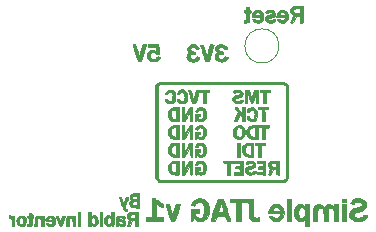
<source format=gbr>
G04 #@! TF.GenerationSoftware,KiCad,Pcbnew,(5.0.0)*
G04 #@! TF.CreationDate,2020-02-27T10:51:14+00:00*
G04 #@! TF.ProjectId,simpleJtag,73696D706C654A7461672E6B69636164,rev?*
G04 #@! TF.SameCoordinates,Original*
G04 #@! TF.FileFunction,Legend,Bot*
G04 #@! TF.FilePolarity,Positive*
%FSLAX46Y46*%
G04 Gerber Fmt 4.6, Leading zero omitted, Abs format (unit mm)*
G04 Created by KiCad (PCBNEW (5.0.0)) date 02/27/20 10:51:14*
%MOMM*%
%LPD*%
G01*
G04 APERTURE LIST*
%ADD10C,0.120000*%
%ADD11C,0.010000*%
G04 APERTURE END LIST*
D10*
G04 #@! TO.C,TP1*
X158050000Y-57000000D02*
G75*
G03X158050000Y-57000000I-1450000J0D01*
G01*
D11*
G04 #@! TO.C,G\002A\002A\002A*
G36*
X148663653Y-60713732D02*
X148533409Y-60782865D01*
X148437373Y-60903237D01*
X148381539Y-61039097D01*
X148373522Y-61087206D01*
X148400306Y-61107018D01*
X148469134Y-61110714D01*
X148550358Y-61100717D01*
X148597120Y-61058831D01*
X148618878Y-61014009D01*
X148685733Y-60914352D01*
X148772787Y-60866975D01*
X148865680Y-60872869D01*
X148950053Y-60933029D01*
X148987077Y-60988546D01*
X149017564Y-61075902D01*
X149029412Y-61193143D01*
X149026967Y-61319480D01*
X149007516Y-61487423D01*
X148966714Y-61600152D01*
X148900964Y-61663586D01*
X148806668Y-61683645D01*
X148805658Y-61683646D01*
X148722332Y-61661133D01*
X148644278Y-61606049D01*
X148594109Y-61537080D01*
X148586544Y-61502582D01*
X148559900Y-61475396D01*
X148498787Y-61461524D01*
X148431432Y-61463258D01*
X148386064Y-61482887D01*
X148383699Y-61486120D01*
X148382991Y-61539498D01*
X148414685Y-61619774D01*
X148467429Y-61707606D01*
X148529871Y-61783651D01*
X148582462Y-61824769D01*
X148695891Y-61859734D01*
X148835688Y-61871537D01*
X148968386Y-61858749D01*
X149019805Y-61843429D01*
X149125294Y-61768294D01*
X149207272Y-61644397D01*
X149260908Y-61483830D01*
X149281372Y-61298688D01*
X149277454Y-61198424D01*
X149237709Y-61001265D01*
X149159777Y-60849565D01*
X149046681Y-60746779D01*
X148901448Y-60696359D01*
X148833586Y-60691625D01*
X148663653Y-60713732D01*
X148663653Y-60713732D01*
G37*
X148663653Y-60713732D02*
X148533409Y-60782865D01*
X148437373Y-60903237D01*
X148381539Y-61039097D01*
X148373522Y-61087206D01*
X148400306Y-61107018D01*
X148469134Y-61110714D01*
X148550358Y-61100717D01*
X148597120Y-61058831D01*
X148618878Y-61014009D01*
X148685733Y-60914352D01*
X148772787Y-60866975D01*
X148865680Y-60872869D01*
X148950053Y-60933029D01*
X148987077Y-60988546D01*
X149017564Y-61075902D01*
X149029412Y-61193143D01*
X149026967Y-61319480D01*
X149007516Y-61487423D01*
X148966714Y-61600152D01*
X148900964Y-61663586D01*
X148806668Y-61683645D01*
X148805658Y-61683646D01*
X148722332Y-61661133D01*
X148644278Y-61606049D01*
X148594109Y-61537080D01*
X148586544Y-61502582D01*
X148559900Y-61475396D01*
X148498787Y-61461524D01*
X148431432Y-61463258D01*
X148386064Y-61482887D01*
X148383699Y-61486120D01*
X148382991Y-61539498D01*
X148414685Y-61619774D01*
X148467429Y-61707606D01*
X148529871Y-61783651D01*
X148582462Y-61824769D01*
X148695891Y-61859734D01*
X148835688Y-61871537D01*
X148968386Y-61858749D01*
X149019805Y-61843429D01*
X149125294Y-61768294D01*
X149207272Y-61644397D01*
X149260908Y-61483830D01*
X149281372Y-61298688D01*
X149277454Y-61198424D01*
X149237709Y-61001265D01*
X149159777Y-60849565D01*
X149046681Y-60746779D01*
X148901448Y-60696359D01*
X148833586Y-60691625D01*
X148663653Y-60713732D01*
G36*
X149687122Y-60702310D02*
X149560830Y-60767435D01*
X149459750Y-60876047D01*
X149396903Y-61023183D01*
X149387578Y-61081657D01*
X149409586Y-61105805D01*
X149478410Y-61110702D01*
X149486786Y-61110714D01*
X149566250Y-61102343D01*
X149605256Y-61068386D01*
X149618060Y-61031543D01*
X149667035Y-60939974D01*
X149748012Y-60883070D01*
X149841256Y-60872047D01*
X149878600Y-60883463D01*
X149954277Y-60949968D01*
X150009150Y-61060457D01*
X150040904Y-61198000D01*
X150047223Y-61345667D01*
X150025794Y-61486527D01*
X149976604Y-61600185D01*
X149905247Y-61662388D01*
X149814098Y-61683108D01*
X149721685Y-61666642D01*
X149646536Y-61617286D01*
X149607177Y-61539337D01*
X149605091Y-61514035D01*
X149586760Y-61476100D01*
X149523256Y-61461554D01*
X149493687Y-61460839D01*
X149414210Y-61471877D01*
X149383352Y-61510298D01*
X149398416Y-61584069D01*
X149429392Y-61650587D01*
X149522699Y-61777684D01*
X149646282Y-61850624D01*
X149806863Y-61873359D01*
X149808318Y-61873349D01*
X149921812Y-61863542D01*
X150022295Y-61840175D01*
X150055517Y-61826236D01*
X150152283Y-61740140D01*
X150224486Y-61609619D01*
X150269722Y-61449925D01*
X150285588Y-61276312D01*
X150269680Y-61104032D01*
X150219594Y-60948339D01*
X150199767Y-60910898D01*
X150094949Y-60784966D01*
X149966414Y-60709365D01*
X149826394Y-60682383D01*
X149687122Y-60702310D01*
X149687122Y-60702310D01*
G37*
X149687122Y-60702310D02*
X149560830Y-60767435D01*
X149459750Y-60876047D01*
X149396903Y-61023183D01*
X149387578Y-61081657D01*
X149409586Y-61105805D01*
X149478410Y-61110702D01*
X149486786Y-61110714D01*
X149566250Y-61102343D01*
X149605256Y-61068386D01*
X149618060Y-61031543D01*
X149667035Y-60939974D01*
X149748012Y-60883070D01*
X149841256Y-60872047D01*
X149878600Y-60883463D01*
X149954277Y-60949968D01*
X150009150Y-61060457D01*
X150040904Y-61198000D01*
X150047223Y-61345667D01*
X150025794Y-61486527D01*
X149976604Y-61600185D01*
X149905247Y-61662388D01*
X149814098Y-61683108D01*
X149721685Y-61666642D01*
X149646536Y-61617286D01*
X149607177Y-61539337D01*
X149605091Y-61514035D01*
X149586760Y-61476100D01*
X149523256Y-61461554D01*
X149493687Y-61460839D01*
X149414210Y-61471877D01*
X149383352Y-61510298D01*
X149398416Y-61584069D01*
X149429392Y-61650587D01*
X149522699Y-61777684D01*
X149646282Y-61850624D01*
X149806863Y-61873359D01*
X149808318Y-61873349D01*
X149921812Y-61863542D01*
X150022295Y-61840175D01*
X150055517Y-61826236D01*
X150152283Y-61740140D01*
X150224486Y-61609619D01*
X150269722Y-61449925D01*
X150285588Y-61276312D01*
X150269680Y-61104032D01*
X150219594Y-60948339D01*
X150199767Y-60910898D01*
X150094949Y-60784966D01*
X149966414Y-60709365D01*
X149826394Y-60682383D01*
X149687122Y-60702310D01*
G36*
X151605200Y-60704126D02*
X151054569Y-60712844D01*
X150928083Y-61137424D01*
X150801597Y-61562005D01*
X150710892Y-61264743D01*
X150651262Y-61069395D01*
X150606736Y-60926464D01*
X150573491Y-60827588D01*
X150547705Y-60764401D01*
X150525556Y-60728541D01*
X150503222Y-60711644D01*
X150476882Y-60705346D01*
X150454077Y-60702773D01*
X150386722Y-60708184D01*
X150369391Y-60734602D01*
X150378623Y-60777386D01*
X150403998Y-60870218D01*
X150442433Y-61002460D01*
X150490846Y-61163473D01*
X150538347Y-61317606D01*
X150706913Y-61858709D01*
X150824423Y-61868588D01*
X150900316Y-61871620D01*
X150940171Y-61866682D01*
X150941933Y-61864405D01*
X150950829Y-61830811D01*
X150975451Y-61746768D01*
X151012695Y-61622637D01*
X151059462Y-61468780D01*
X151097338Y-61345253D01*
X151150522Y-61171707D01*
X151197869Y-61015917D01*
X151235843Y-60889621D01*
X151260907Y-60804555D01*
X151268708Y-60776503D01*
X151280415Y-60744302D01*
X151286737Y-60771371D01*
X151288366Y-60800376D01*
X151295828Y-60854326D01*
X151323942Y-60879861D01*
X151390370Y-60887502D01*
X151435291Y-60887907D01*
X151578524Y-60887907D01*
X151578524Y-61874624D01*
X151833161Y-61874624D01*
X151833161Y-60891395D01*
X151984351Y-60881694D01*
X152076543Y-60872334D01*
X152123005Y-60852529D01*
X152141663Y-60811390D01*
X152145687Y-60783700D01*
X152155832Y-60695407D01*
X151605200Y-60704126D01*
X151605200Y-60704126D01*
G37*
X151605200Y-60704126D02*
X151054569Y-60712844D01*
X150928083Y-61137424D01*
X150801597Y-61562005D01*
X150710892Y-61264743D01*
X150651262Y-61069395D01*
X150606736Y-60926464D01*
X150573491Y-60827588D01*
X150547705Y-60764401D01*
X150525556Y-60728541D01*
X150503222Y-60711644D01*
X150476882Y-60705346D01*
X150454077Y-60702773D01*
X150386722Y-60708184D01*
X150369391Y-60734602D01*
X150378623Y-60777386D01*
X150403998Y-60870218D01*
X150442433Y-61002460D01*
X150490846Y-61163473D01*
X150538347Y-61317606D01*
X150706913Y-61858709D01*
X150824423Y-61868588D01*
X150900316Y-61871620D01*
X150940171Y-61866682D01*
X150941933Y-61864405D01*
X150950829Y-61830811D01*
X150975451Y-61746768D01*
X151012695Y-61622637D01*
X151059462Y-61468780D01*
X151097338Y-61345253D01*
X151150522Y-61171707D01*
X151197869Y-61015917D01*
X151235843Y-60889621D01*
X151260907Y-60804555D01*
X151268708Y-60776503D01*
X151280415Y-60744302D01*
X151286737Y-60771371D01*
X151288366Y-60800376D01*
X151295828Y-60854326D01*
X151323942Y-60879861D01*
X151390370Y-60887502D01*
X151435291Y-60887907D01*
X151578524Y-60887907D01*
X151578524Y-61874624D01*
X151833161Y-61874624D01*
X151833161Y-60891395D01*
X151984351Y-60881694D01*
X152076543Y-60872334D01*
X152123005Y-60852529D01*
X152141663Y-60811390D01*
X152145687Y-60783700D01*
X152155832Y-60695407D01*
X151605200Y-60704126D01*
G36*
X154375830Y-60709446D02*
X154251386Y-60767854D01*
X154181300Y-60835931D01*
X154135155Y-60902059D01*
X154138921Y-60938966D01*
X154197167Y-60962118D01*
X154220161Y-60967433D01*
X154314669Y-60968613D01*
X154399516Y-60922218D01*
X154497437Y-60871147D01*
X154594655Y-60861745D01*
X154675174Y-60890410D01*
X154722999Y-60953538D01*
X154729652Y-60996569D01*
X154717669Y-61046625D01*
X154675191Y-61087458D01*
X154592425Y-61124493D01*
X154459580Y-61163158D01*
X154404150Y-61176941D01*
X154246538Y-61237692D01*
X154143950Y-61330160D01*
X154096569Y-61454156D01*
X154093060Y-61505842D01*
X154118714Y-61655364D01*
X154194979Y-61766859D01*
X154320808Y-61839502D01*
X154495154Y-61872469D01*
X154560966Y-61874505D01*
X154726891Y-61859067D01*
X154846981Y-61812549D01*
X154941584Y-61736260D01*
X155002027Y-61650307D01*
X155016118Y-61593863D01*
X154988464Y-61568520D01*
X154921837Y-61549718D01*
X154920674Y-61549545D01*
X154838380Y-61552594D01*
X154783307Y-61599690D01*
X154779250Y-61605710D01*
X154709183Y-61666834D01*
X154612103Y-61697259D01*
X154506413Y-61698457D01*
X154410511Y-61671900D01*
X154342800Y-61619059D01*
X154322289Y-61569159D01*
X154324123Y-61517572D01*
X154352980Y-61475941D01*
X154418610Y-61437793D01*
X154530761Y-61396657D01*
X154626391Y-61367269D01*
X154782302Y-61310881D01*
X154883599Y-61245989D01*
X154939329Y-61163572D01*
X154958535Y-61054610D01*
X154958825Y-61035724D01*
X154932768Y-60892265D01*
X154855999Y-60786071D01*
X154730625Y-60718873D01*
X154558748Y-60692397D01*
X154540266Y-60692064D01*
X154375830Y-60709446D01*
X154375830Y-60709446D01*
G37*
X154375830Y-60709446D02*
X154251386Y-60767854D01*
X154181300Y-60835931D01*
X154135155Y-60902059D01*
X154138921Y-60938966D01*
X154197167Y-60962118D01*
X154220161Y-60967433D01*
X154314669Y-60968613D01*
X154399516Y-60922218D01*
X154497437Y-60871147D01*
X154594655Y-60861745D01*
X154675174Y-60890410D01*
X154722999Y-60953538D01*
X154729652Y-60996569D01*
X154717669Y-61046625D01*
X154675191Y-61087458D01*
X154592425Y-61124493D01*
X154459580Y-61163158D01*
X154404150Y-61176941D01*
X154246538Y-61237692D01*
X154143950Y-61330160D01*
X154096569Y-61454156D01*
X154093060Y-61505842D01*
X154118714Y-61655364D01*
X154194979Y-61766859D01*
X154320808Y-61839502D01*
X154495154Y-61872469D01*
X154560966Y-61874505D01*
X154726891Y-61859067D01*
X154846981Y-61812549D01*
X154941584Y-61736260D01*
X155002027Y-61650307D01*
X155016118Y-61593863D01*
X154988464Y-61568520D01*
X154921837Y-61549718D01*
X154920674Y-61549545D01*
X154838380Y-61552594D01*
X154783307Y-61599690D01*
X154779250Y-61605710D01*
X154709183Y-61666834D01*
X154612103Y-61697259D01*
X154506413Y-61698457D01*
X154410511Y-61671900D01*
X154342800Y-61619059D01*
X154322289Y-61569159D01*
X154324123Y-61517572D01*
X154352980Y-61475941D01*
X154418610Y-61437793D01*
X154530761Y-61396657D01*
X154626391Y-61367269D01*
X154782302Y-61310881D01*
X154883599Y-61245989D01*
X154939329Y-61163572D01*
X154958535Y-61054610D01*
X154958825Y-61035724D01*
X154932768Y-60892265D01*
X154855999Y-60786071D01*
X154730625Y-60718873D01*
X154558748Y-60692397D01*
X154540266Y-60692064D01*
X154375830Y-60709446D01*
G36*
X155842176Y-61047320D02*
X155798905Y-61182657D01*
X155760407Y-61289421D01*
X155730970Y-61356588D01*
X155715207Y-61373573D01*
X155697702Y-61334829D01*
X155666577Y-61248873D01*
X155626626Y-61129430D01*
X155592836Y-61023183D01*
X155491254Y-60696929D01*
X155143436Y-60696929D01*
X155143436Y-61874624D01*
X155366243Y-61874624D01*
X155367701Y-61373308D01*
X155369158Y-60871992D01*
X155483202Y-61238032D01*
X155532088Y-61395110D01*
X155577906Y-61542638D01*
X155615128Y-61662791D01*
X155636277Y-61731391D01*
X155682295Y-61831188D01*
X155736215Y-61873695D01*
X155789635Y-61857858D01*
X155834154Y-61782620D01*
X155842128Y-61757246D01*
X155866190Y-61676119D01*
X155904340Y-61553367D01*
X155950676Y-61407802D01*
X155985055Y-61301691D01*
X156094189Y-60967481D01*
X156096256Y-61421052D01*
X156098324Y-61874624D01*
X156289301Y-61874624D01*
X156289301Y-60903822D01*
X156130153Y-60903822D01*
X156114238Y-60919737D01*
X156098324Y-60903822D01*
X156114238Y-60887907D01*
X156130153Y-60903822D01*
X156289301Y-60903822D01*
X156289301Y-60696929D01*
X155948356Y-60696929D01*
X155842176Y-61047320D01*
X155842176Y-61047320D01*
G37*
X155842176Y-61047320D02*
X155798905Y-61182657D01*
X155760407Y-61289421D01*
X155730970Y-61356588D01*
X155715207Y-61373573D01*
X155697702Y-61334829D01*
X155666577Y-61248873D01*
X155626626Y-61129430D01*
X155592836Y-61023183D01*
X155491254Y-60696929D01*
X155143436Y-60696929D01*
X155143436Y-61874624D01*
X155366243Y-61874624D01*
X155367701Y-61373308D01*
X155369158Y-60871992D01*
X155483202Y-61238032D01*
X155532088Y-61395110D01*
X155577906Y-61542638D01*
X155615128Y-61662791D01*
X155636277Y-61731391D01*
X155682295Y-61831188D01*
X155736215Y-61873695D01*
X155789635Y-61857858D01*
X155834154Y-61782620D01*
X155842128Y-61757246D01*
X155866190Y-61676119D01*
X155904340Y-61553367D01*
X155950676Y-61407802D01*
X155985055Y-61301691D01*
X156094189Y-60967481D01*
X156096256Y-61421052D01*
X156098324Y-61874624D01*
X156289301Y-61874624D01*
X156289301Y-60903822D01*
X156130153Y-60903822D01*
X156114238Y-60919737D01*
X156098324Y-60903822D01*
X156114238Y-60887907D01*
X156130153Y-60903822D01*
X156289301Y-60903822D01*
X156289301Y-60696929D01*
X155948356Y-60696929D01*
X155842176Y-61047320D01*
G36*
X156416619Y-60792418D02*
X156420771Y-60851136D01*
X156444745Y-60878946D01*
X156505816Y-60887367D01*
X156559852Y-60887907D01*
X156703086Y-60887907D01*
X156703086Y-61874624D01*
X156957722Y-61874624D01*
X156957722Y-60887907D01*
X157116870Y-60887907D01*
X157211082Y-60885821D01*
X157258062Y-60872994D01*
X157274231Y-60839573D01*
X157276018Y-60792418D01*
X157276018Y-60696929D01*
X156416619Y-60696929D01*
X156416619Y-60792418D01*
X156416619Y-60792418D01*
G37*
X156416619Y-60792418D02*
X156420771Y-60851136D01*
X156444745Y-60878946D01*
X156505816Y-60887367D01*
X156559852Y-60887907D01*
X156703086Y-60887907D01*
X156703086Y-61874624D01*
X156957722Y-61874624D01*
X156957722Y-60887907D01*
X157116870Y-60887907D01*
X157211082Y-60885821D01*
X157258062Y-60872994D01*
X157274231Y-60839573D01*
X157276018Y-60792418D01*
X157276018Y-60696929D01*
X156416619Y-60696929D01*
X156416619Y-60792418D01*
G36*
X149287669Y-62198265D02*
X149108961Y-62210223D01*
X148978605Y-62233798D01*
X148881493Y-62275592D01*
X148802517Y-62342209D01*
X148726567Y-62440251D01*
X148723420Y-62444857D01*
X148650034Y-62602987D01*
X148626712Y-62775312D01*
X148649754Y-62947906D01*
X148715455Y-63106841D01*
X148820111Y-63238188D01*
X148958033Y-63327197D01*
X149030751Y-63345590D01*
X149139084Y-63359476D01*
X149265015Y-63368216D01*
X149390523Y-63371171D01*
X149497590Y-63367702D01*
X149568197Y-63357170D01*
X149583871Y-63349394D01*
X149590685Y-63312184D01*
X149596591Y-63221878D01*
X149601211Y-63089040D01*
X149604166Y-62924229D01*
X149605091Y-62756845D01*
X149605091Y-62383897D01*
X149350454Y-62383897D01*
X149350454Y-63179636D01*
X149221043Y-63179636D01*
X149121992Y-63171697D01*
X149041794Y-63152081D01*
X149030395Y-63146863D01*
X148948766Y-63069965D01*
X148896934Y-62954147D01*
X148875217Y-62816907D01*
X148883931Y-62675747D01*
X148923391Y-62548166D01*
X148993915Y-62451664D01*
X149017505Y-62433742D01*
X149099842Y-62400849D01*
X149204091Y-62384347D01*
X149222016Y-62383897D01*
X149350454Y-62383897D01*
X149605091Y-62383897D01*
X149605091Y-62185515D01*
X149287669Y-62198265D01*
X149287669Y-62198265D01*
G37*
X149287669Y-62198265D02*
X149108961Y-62210223D01*
X148978605Y-62233798D01*
X148881493Y-62275592D01*
X148802517Y-62342209D01*
X148726567Y-62440251D01*
X148723420Y-62444857D01*
X148650034Y-62602987D01*
X148626712Y-62775312D01*
X148649754Y-62947906D01*
X148715455Y-63106841D01*
X148820111Y-63238188D01*
X148958033Y-63327197D01*
X149030751Y-63345590D01*
X149139084Y-63359476D01*
X149265015Y-63368216D01*
X149390523Y-63371171D01*
X149497590Y-63367702D01*
X149568197Y-63357170D01*
X149583871Y-63349394D01*
X149590685Y-63312184D01*
X149596591Y-63221878D01*
X149601211Y-63089040D01*
X149604166Y-62924229D01*
X149605091Y-62756845D01*
X149605091Y-62383897D01*
X149350454Y-62383897D01*
X149350454Y-63179636D01*
X149221043Y-63179636D01*
X149121992Y-63171697D01*
X149041794Y-63152081D01*
X149030395Y-63146863D01*
X148948766Y-63069965D01*
X148896934Y-62954147D01*
X148875217Y-62816907D01*
X148883931Y-62675747D01*
X148923391Y-62548166D01*
X148993915Y-62451664D01*
X149017505Y-62433742D01*
X149099842Y-62400849D01*
X149204091Y-62384347D01*
X149222016Y-62383897D01*
X149350454Y-62383897D01*
X149605091Y-62383897D01*
X149605091Y-62185515D01*
X149287669Y-62198265D01*
G36*
X150229911Y-62598747D02*
X149987646Y-63004574D01*
X149987346Y-62598747D01*
X149987045Y-62192919D01*
X149827898Y-62192919D01*
X149827898Y-63370614D01*
X149935666Y-63370614D01*
X149978961Y-63368295D01*
X150015632Y-63355778D01*
X150052794Y-63324722D01*
X150097562Y-63266786D01*
X150157051Y-63173629D01*
X150238376Y-63036909D01*
X150277833Y-62969492D01*
X150512233Y-62568370D01*
X150521142Y-62969492D01*
X150530050Y-63370614D01*
X150719126Y-63370614D01*
X150719126Y-62192919D01*
X150472176Y-62192919D01*
X150229911Y-62598747D01*
X150229911Y-62598747D01*
G37*
X150229911Y-62598747D02*
X149987646Y-63004574D01*
X149987346Y-62598747D01*
X149987045Y-62192919D01*
X149827898Y-62192919D01*
X149827898Y-63370614D01*
X149935666Y-63370614D01*
X149978961Y-63368295D01*
X150015632Y-63355778D01*
X150052794Y-63324722D01*
X150097562Y-63266786D01*
X150157051Y-63173629D01*
X150238376Y-63036909D01*
X150277833Y-62969492D01*
X150512233Y-62568370D01*
X150521142Y-62969492D01*
X150530050Y-63370614D01*
X150719126Y-63370614D01*
X150719126Y-62192919D01*
X150472176Y-62192919D01*
X150229911Y-62598747D01*
G36*
X154920629Y-62781708D02*
X154707473Y-62487313D01*
X154613160Y-62359146D01*
X154545251Y-62274553D01*
X154494116Y-62224628D01*
X154450126Y-62200465D01*
X154403652Y-62193158D01*
X154389178Y-62192919D01*
X154318026Y-62197556D01*
X154284434Y-62208871D01*
X154284038Y-62210389D01*
X154301072Y-62243164D01*
X154345892Y-62312959D01*
X154409073Y-62405147D01*
X154414004Y-62412151D01*
X154543970Y-62596443D01*
X154398089Y-62950405D01*
X154341336Y-63090885D01*
X154294894Y-63211129D01*
X154263579Y-63298293D01*
X154252208Y-63339411D01*
X154280614Y-63361252D01*
X154355356Y-63365395D01*
X154366247Y-63364578D01*
X154421039Y-63357181D01*
X154461030Y-63338518D01*
X154495631Y-63296902D01*
X154534252Y-63220646D01*
X154586304Y-63098062D01*
X154592056Y-63084148D01*
X154641740Y-62964939D01*
X154681840Y-62870698D01*
X154706562Y-62814947D01*
X154711382Y-62805692D01*
X154732285Y-62824662D01*
X154778186Y-62881886D01*
X154819783Y-62938213D01*
X154887420Y-63049827D01*
X154916724Y-63153879D01*
X154920629Y-63224627D01*
X154922873Y-63313726D01*
X154938334Y-63356328D01*
X154980110Y-63369593D01*
X155032033Y-63370614D01*
X155143436Y-63370614D01*
X155143436Y-62192919D01*
X154920629Y-62192919D01*
X154920629Y-62781708D01*
X154920629Y-62781708D01*
G37*
X154920629Y-62781708D02*
X154707473Y-62487313D01*
X154613160Y-62359146D01*
X154545251Y-62274553D01*
X154494116Y-62224628D01*
X154450126Y-62200465D01*
X154403652Y-62193158D01*
X154389178Y-62192919D01*
X154318026Y-62197556D01*
X154284434Y-62208871D01*
X154284038Y-62210389D01*
X154301072Y-62243164D01*
X154345892Y-62312959D01*
X154409073Y-62405147D01*
X154414004Y-62412151D01*
X154543970Y-62596443D01*
X154398089Y-62950405D01*
X154341336Y-63090885D01*
X154294894Y-63211129D01*
X154263579Y-63298293D01*
X154252208Y-63339411D01*
X154280614Y-63361252D01*
X154355356Y-63365395D01*
X154366247Y-63364578D01*
X154421039Y-63357181D01*
X154461030Y-63338518D01*
X154495631Y-63296902D01*
X154534252Y-63220646D01*
X154586304Y-63098062D01*
X154592056Y-63084148D01*
X154641740Y-62964939D01*
X154681840Y-62870698D01*
X154706562Y-62814947D01*
X154711382Y-62805692D01*
X154732285Y-62824662D01*
X154778186Y-62881886D01*
X154819783Y-62938213D01*
X154887420Y-63049827D01*
X154916724Y-63153879D01*
X154920629Y-63224627D01*
X154922873Y-63313726D01*
X154938334Y-63356328D01*
X154980110Y-63369593D01*
X155032033Y-63370614D01*
X155143436Y-63370614D01*
X155143436Y-62192919D01*
X154920629Y-62192919D01*
X154920629Y-62781708D01*
G36*
X156257471Y-62288408D02*
X156260949Y-62344935D01*
X156282327Y-62373123D01*
X156338028Y-62382825D01*
X156416619Y-62383897D01*
X156575767Y-62383897D01*
X156575767Y-63370614D01*
X156688170Y-63370614D01*
X156771854Y-63358992D01*
X156816385Y-63329166D01*
X156817218Y-63327236D01*
X156822574Y-63281002D01*
X156825815Y-63183964D01*
X156826761Y-63048951D01*
X156825230Y-62888787D01*
X156824176Y-62833826D01*
X156814489Y-62383794D01*
X156965680Y-62383845D01*
X157056858Y-62381482D01*
X157101226Y-62367225D01*
X157115616Y-62330448D01*
X157116870Y-62288408D01*
X157116870Y-62192919D01*
X156257471Y-62192919D01*
X156257471Y-62288408D01*
X156257471Y-62288408D01*
G37*
X156257471Y-62288408D02*
X156260949Y-62344935D01*
X156282327Y-62373123D01*
X156338028Y-62382825D01*
X156416619Y-62383897D01*
X156575767Y-62383897D01*
X156575767Y-63370614D01*
X156688170Y-63370614D01*
X156771854Y-63358992D01*
X156816385Y-63329166D01*
X156817218Y-63327236D01*
X156822574Y-63281002D01*
X156825815Y-63183964D01*
X156826761Y-63048951D01*
X156825230Y-62888787D01*
X156824176Y-62833826D01*
X156814489Y-62383794D01*
X156965680Y-62383845D01*
X157056858Y-62381482D01*
X157101226Y-62367225D01*
X157115616Y-62330448D01*
X157116870Y-62288408D01*
X157116870Y-62192919D01*
X156257471Y-62192919D01*
X156257471Y-62288408D01*
G36*
X151186146Y-62233180D02*
X151139067Y-62257324D01*
X151068853Y-62317156D01*
X151007503Y-62397371D01*
X150966783Y-62478413D01*
X150958461Y-62540726D01*
X150962570Y-62550687D01*
X151003992Y-62572098D01*
X151070335Y-62574915D01*
X151133268Y-62561748D01*
X151164457Y-62535206D01*
X151164740Y-62532063D01*
X151192752Y-62462435D01*
X151264237Y-62412208D01*
X151360369Y-62387698D01*
X151462322Y-62395218D01*
X151513610Y-62415055D01*
X151575606Y-62480730D01*
X151618080Y-62589799D01*
X151638991Y-62724445D01*
X151636295Y-62866848D01*
X151607951Y-62999190D01*
X151586432Y-63050422D01*
X151509028Y-63147360D01*
X151412346Y-63191921D01*
X151311550Y-63184925D01*
X151221802Y-63127189D01*
X151161090Y-63027461D01*
X151149991Y-62982242D01*
X151171240Y-62962038D01*
X151238920Y-62956918D01*
X151261254Y-62956829D01*
X151342465Y-62952978D01*
X151378401Y-62932197D01*
X151387372Y-62880640D01*
X151387547Y-62861341D01*
X151387547Y-62765852D01*
X150941933Y-62765852D01*
X150941933Y-63068233D01*
X150943444Y-63211082D01*
X150949221Y-63301433D01*
X150961129Y-63350403D01*
X150981032Y-63369107D01*
X150992657Y-63370614D01*
X151040893Y-63343892D01*
X151060028Y-63306955D01*
X151086015Y-63257312D01*
X151116886Y-63243483D01*
X151132857Y-63273668D01*
X151132910Y-63276749D01*
X151161644Y-63321644D01*
X151235627Y-63358626D01*
X151336526Y-63382979D01*
X151446011Y-63389984D01*
X151530780Y-63379120D01*
X151664861Y-63314240D01*
X151769193Y-63198359D01*
X151839599Y-63038771D01*
X151871902Y-62842772D01*
X151873547Y-62780487D01*
X151850451Y-62585418D01*
X151785660Y-62419131D01*
X151684472Y-62293195D01*
X151632942Y-62255449D01*
X151493851Y-62203952D01*
X151335928Y-62196563D01*
X151186146Y-62233180D01*
X151186146Y-62233180D01*
G37*
X151186146Y-62233180D02*
X151139067Y-62257324D01*
X151068853Y-62317156D01*
X151007503Y-62397371D01*
X150966783Y-62478413D01*
X150958461Y-62540726D01*
X150962570Y-62550687D01*
X151003992Y-62572098D01*
X151070335Y-62574915D01*
X151133268Y-62561748D01*
X151164457Y-62535206D01*
X151164740Y-62532063D01*
X151192752Y-62462435D01*
X151264237Y-62412208D01*
X151360369Y-62387698D01*
X151462322Y-62395218D01*
X151513610Y-62415055D01*
X151575606Y-62480730D01*
X151618080Y-62589799D01*
X151638991Y-62724445D01*
X151636295Y-62866848D01*
X151607951Y-62999190D01*
X151586432Y-63050422D01*
X151509028Y-63147360D01*
X151412346Y-63191921D01*
X151311550Y-63184925D01*
X151221802Y-63127189D01*
X151161090Y-63027461D01*
X151149991Y-62982242D01*
X151171240Y-62962038D01*
X151238920Y-62956918D01*
X151261254Y-62956829D01*
X151342465Y-62952978D01*
X151378401Y-62932197D01*
X151387372Y-62880640D01*
X151387547Y-62861341D01*
X151387547Y-62765852D01*
X150941933Y-62765852D01*
X150941933Y-63068233D01*
X150943444Y-63211082D01*
X150949221Y-63301433D01*
X150961129Y-63350403D01*
X150981032Y-63369107D01*
X150992657Y-63370614D01*
X151040893Y-63343892D01*
X151060028Y-63306955D01*
X151086015Y-63257312D01*
X151116886Y-63243483D01*
X151132857Y-63273668D01*
X151132910Y-63276749D01*
X151161644Y-63321644D01*
X151235627Y-63358626D01*
X151336526Y-63382979D01*
X151446011Y-63389984D01*
X151530780Y-63379120D01*
X151664861Y-63314240D01*
X151769193Y-63198359D01*
X151839599Y-63038771D01*
X151871902Y-62842772D01*
X151873547Y-62780487D01*
X151850451Y-62585418D01*
X151785660Y-62419131D01*
X151684472Y-62293195D01*
X151632942Y-62255449D01*
X151493851Y-62203952D01*
X151335928Y-62196563D01*
X151186146Y-62233180D01*
G36*
X155588093Y-62218803D02*
X155453284Y-62294417D01*
X155359104Y-62417799D01*
X155355739Y-62424736D01*
X155314163Y-62524076D01*
X155307751Y-62581055D01*
X155337128Y-62606791D01*
X155366243Y-62611478D01*
X155434990Y-62617002D01*
X155461843Y-62619436D01*
X155495035Y-62595741D01*
X155537912Y-62532892D01*
X155549374Y-62511215D01*
X155593731Y-62437959D01*
X155645776Y-62406482D01*
X155732284Y-62399812D01*
X155819422Y-62406644D01*
X155871287Y-62438456D01*
X155915254Y-62511215D01*
X155959293Y-62645550D01*
X155971010Y-62792867D01*
X155953346Y-62937043D01*
X155909240Y-63061953D01*
X155841632Y-63151474D01*
X155793186Y-63180684D01*
X155692784Y-63188209D01*
X155599961Y-63142090D01*
X155531820Y-63051628D01*
X155524758Y-63034739D01*
X155476049Y-62970965D01*
X155413777Y-62956829D01*
X155338563Y-62976582D01*
X155313382Y-63033267D01*
X155339396Y-63123020D01*
X155355069Y-63151946D01*
X155463041Y-63280643D01*
X155601612Y-63362067D01*
X155757075Y-63390554D01*
X155885509Y-63371080D01*
X155991862Y-63323897D01*
X156069405Y-63249139D01*
X156128176Y-63149936D01*
X156196549Y-62954700D01*
X156213817Y-62754294D01*
X156181531Y-62562622D01*
X156101248Y-62393584D01*
X156034580Y-62312664D01*
X155954362Y-62240102D01*
X155884971Y-62204586D01*
X155797416Y-62193492D01*
X155759900Y-62193038D01*
X155588093Y-62218803D01*
X155588093Y-62218803D01*
G37*
X155588093Y-62218803D02*
X155453284Y-62294417D01*
X155359104Y-62417799D01*
X155355739Y-62424736D01*
X155314163Y-62524076D01*
X155307751Y-62581055D01*
X155337128Y-62606791D01*
X155366243Y-62611478D01*
X155434990Y-62617002D01*
X155461843Y-62619436D01*
X155495035Y-62595741D01*
X155537912Y-62532892D01*
X155549374Y-62511215D01*
X155593731Y-62437959D01*
X155645776Y-62406482D01*
X155732284Y-62399812D01*
X155819422Y-62406644D01*
X155871287Y-62438456D01*
X155915254Y-62511215D01*
X155959293Y-62645550D01*
X155971010Y-62792867D01*
X155953346Y-62937043D01*
X155909240Y-63061953D01*
X155841632Y-63151474D01*
X155793186Y-63180684D01*
X155692784Y-63188209D01*
X155599961Y-63142090D01*
X155531820Y-63051628D01*
X155524758Y-63034739D01*
X155476049Y-62970965D01*
X155413777Y-62956829D01*
X155338563Y-62976582D01*
X155313382Y-63033267D01*
X155339396Y-63123020D01*
X155355069Y-63151946D01*
X155463041Y-63280643D01*
X155601612Y-63362067D01*
X155757075Y-63390554D01*
X155885509Y-63371080D01*
X155991862Y-63323897D01*
X156069405Y-63249139D01*
X156128176Y-63149936D01*
X156196549Y-62954700D01*
X156213817Y-62754294D01*
X156181531Y-62562622D01*
X156101248Y-62393584D01*
X156034580Y-62312664D01*
X155954362Y-62240102D01*
X155884971Y-62204586D01*
X155797416Y-62193492D01*
X155759900Y-62193038D01*
X155588093Y-62218803D01*
G36*
X149300647Y-63708916D02*
X149111557Y-63718546D01*
X148970991Y-63745175D01*
X148864791Y-63794683D01*
X148778799Y-63872954D01*
X148722221Y-63949255D01*
X148652823Y-64105211D01*
X148629837Y-64279553D01*
X148650657Y-64455734D01*
X148712677Y-64617210D01*
X148813289Y-64747435D01*
X148853062Y-64779699D01*
X148909513Y-64813444D01*
X148975922Y-64835851D01*
X149067814Y-64849900D01*
X149200716Y-64858572D01*
X149279567Y-64861565D01*
X149606549Y-64872440D01*
X149597862Y-64288632D01*
X149591781Y-63879887D01*
X149350454Y-63879887D01*
X149350454Y-64675626D01*
X149221043Y-64675626D01*
X149121992Y-64667687D01*
X149041794Y-64648070D01*
X149030395Y-64642853D01*
X148945402Y-64562789D01*
X148893277Y-64437215D01*
X148878181Y-64277441D01*
X148880520Y-64235374D01*
X148917629Y-64076164D01*
X148996505Y-63961465D01*
X149113282Y-63895280D01*
X149223638Y-63879887D01*
X149350454Y-63879887D01*
X149591781Y-63879887D01*
X149589176Y-63704824D01*
X149300647Y-63708916D01*
X149300647Y-63708916D01*
G37*
X149300647Y-63708916D02*
X149111557Y-63718546D01*
X148970991Y-63745175D01*
X148864791Y-63794683D01*
X148778799Y-63872954D01*
X148722221Y-63949255D01*
X148652823Y-64105211D01*
X148629837Y-64279553D01*
X148650657Y-64455734D01*
X148712677Y-64617210D01*
X148813289Y-64747435D01*
X148853062Y-64779699D01*
X148909513Y-64813444D01*
X148975922Y-64835851D01*
X149067814Y-64849900D01*
X149200716Y-64858572D01*
X149279567Y-64861565D01*
X149606549Y-64872440D01*
X149597862Y-64288632D01*
X149591781Y-63879887D01*
X149350454Y-63879887D01*
X149350454Y-64675626D01*
X149221043Y-64675626D01*
X149121992Y-64667687D01*
X149041794Y-64648070D01*
X149030395Y-64642853D01*
X148945402Y-64562789D01*
X148893277Y-64437215D01*
X148878181Y-64277441D01*
X148880520Y-64235374D01*
X148917629Y-64076164D01*
X148996505Y-63961465D01*
X149113282Y-63895280D01*
X149223638Y-63879887D01*
X149350454Y-63879887D01*
X149591781Y-63879887D01*
X149589176Y-63704824D01*
X149300647Y-63708916D01*
G36*
X149827898Y-64866604D02*
X149935458Y-64866604D01*
X149978442Y-64864231D01*
X150015164Y-64851630D01*
X150052714Y-64820574D01*
X150098183Y-64762839D01*
X150158662Y-64670197D01*
X150241241Y-64534423D01*
X150285283Y-64460777D01*
X150527548Y-64054950D01*
X150528148Y-64866604D01*
X150720562Y-64866604D01*
X150711886Y-64285714D01*
X150703211Y-63704824D01*
X150607722Y-63696532D01*
X150528714Y-63698033D01*
X150479446Y-63712447D01*
X150451934Y-63747550D01*
X150399413Y-63826867D01*
X150328801Y-63939537D01*
X150247016Y-64074701D01*
X150224809Y-64112133D01*
X150002960Y-64487612D01*
X149994052Y-64088261D01*
X149985143Y-63688909D01*
X149827898Y-63688909D01*
X149827898Y-64866604D01*
X149827898Y-64866604D01*
G37*
X149827898Y-64866604D02*
X149935458Y-64866604D01*
X149978442Y-64864231D01*
X150015164Y-64851630D01*
X150052714Y-64820574D01*
X150098183Y-64762839D01*
X150158662Y-64670197D01*
X150241241Y-64534423D01*
X150285283Y-64460777D01*
X150527548Y-64054950D01*
X150528148Y-64866604D01*
X150720562Y-64866604D01*
X150711886Y-64285714D01*
X150703211Y-63704824D01*
X150607722Y-63696532D01*
X150528714Y-63698033D01*
X150479446Y-63712447D01*
X150451934Y-63747550D01*
X150399413Y-63826867D01*
X150328801Y-63939537D01*
X150247016Y-64074701D01*
X150224809Y-64112133D01*
X150002960Y-64487612D01*
X149994052Y-64088261D01*
X149985143Y-63688909D01*
X149827898Y-63688909D01*
X149827898Y-64866604D01*
G36*
X156026707Y-63689669D02*
X155804819Y-63701987D01*
X155633070Y-63740095D01*
X155501570Y-63808592D01*
X155400431Y-63912076D01*
X155342371Y-64007856D01*
X155285820Y-64180113D01*
X155279777Y-64361767D01*
X155320940Y-64536906D01*
X155406003Y-64689613D01*
X155503760Y-64785166D01*
X155559593Y-64817430D01*
X155631346Y-64838864D01*
X155734193Y-64852326D01*
X155883306Y-64860676D01*
X155909587Y-64861629D01*
X156225642Y-64872569D01*
X156225642Y-63879887D01*
X156002835Y-63879887D01*
X156002835Y-64675626D01*
X155846516Y-64675626D01*
X155743937Y-64669747D01*
X155676703Y-64644501D01*
X155616996Y-64588477D01*
X155607795Y-64577695D01*
X155555159Y-64499801D01*
X155530654Y-64412516D01*
X155525391Y-64308642D01*
X155544316Y-64129039D01*
X155602095Y-63999215D01*
X155700236Y-63917397D01*
X155840245Y-63881813D01*
X155889851Y-63879887D01*
X156002835Y-63879887D01*
X156225642Y-63879887D01*
X156225642Y-63688909D01*
X156026707Y-63689669D01*
X156026707Y-63689669D01*
G37*
X156026707Y-63689669D02*
X155804819Y-63701987D01*
X155633070Y-63740095D01*
X155501570Y-63808592D01*
X155400431Y-63912076D01*
X155342371Y-64007856D01*
X155285820Y-64180113D01*
X155279777Y-64361767D01*
X155320940Y-64536906D01*
X155406003Y-64689613D01*
X155503760Y-64785166D01*
X155559593Y-64817430D01*
X155631346Y-64838864D01*
X155734193Y-64852326D01*
X155883306Y-64860676D01*
X155909587Y-64861629D01*
X156225642Y-64872569D01*
X156225642Y-63879887D01*
X156002835Y-63879887D01*
X156002835Y-64675626D01*
X155846516Y-64675626D01*
X155743937Y-64669747D01*
X155676703Y-64644501D01*
X155616996Y-64588477D01*
X155607795Y-64577695D01*
X155555159Y-64499801D01*
X155530654Y-64412516D01*
X155525391Y-64308642D01*
X155544316Y-64129039D01*
X155602095Y-63999215D01*
X155700236Y-63917397D01*
X155840245Y-63881813D01*
X155889851Y-63879887D01*
X156002835Y-63879887D01*
X156225642Y-63879887D01*
X156225642Y-63688909D01*
X156026707Y-63689669D01*
G36*
X156337045Y-63704824D02*
X156337045Y-63800313D01*
X156341360Y-63858210D01*
X156365499Y-63887802D01*
X156426256Y-63900775D01*
X156488236Y-63905503D01*
X156639426Y-63915204D01*
X156639426Y-64866604D01*
X156894063Y-64866604D01*
X156894063Y-63911716D01*
X157037296Y-63911716D01*
X157125304Y-63909358D01*
X157166979Y-63893226D01*
X157179645Y-63849732D01*
X157180529Y-63799389D01*
X157180529Y-63687062D01*
X156337045Y-63704824D01*
X156337045Y-63704824D01*
G37*
X156337045Y-63704824D02*
X156337045Y-63800313D01*
X156341360Y-63858210D01*
X156365499Y-63887802D01*
X156426256Y-63900775D01*
X156488236Y-63905503D01*
X156639426Y-63915204D01*
X156639426Y-64866604D01*
X156894063Y-64866604D01*
X156894063Y-63911716D01*
X157037296Y-63911716D01*
X157125304Y-63909358D01*
X157166979Y-63893226D01*
X157179645Y-63849732D01*
X157180529Y-63799389D01*
X157180529Y-63687062D01*
X156337045Y-63704824D01*
G36*
X151297896Y-63698303D02*
X151155543Y-63751445D01*
X151039754Y-63850176D01*
X150963388Y-63989603D01*
X150961481Y-63995495D01*
X150956084Y-64044618D01*
X150991638Y-64068818D01*
X151037313Y-64077638D01*
X151112997Y-64077752D01*
X151158034Y-64039422D01*
X151173617Y-64010515D01*
X151245513Y-63925645D01*
X151345842Y-63887498D01*
X151454042Y-63902638D01*
X151476784Y-63913730D01*
X151562009Y-63980489D01*
X151613123Y-64072550D01*
X151634777Y-64202418D01*
X151634241Y-64337296D01*
X151625460Y-64458673D01*
X151609069Y-64536228D01*
X151578431Y-64589791D01*
X151535705Y-64631719D01*
X151455996Y-64683171D01*
X151379557Y-64707218D01*
X151373383Y-64707456D01*
X151277304Y-64679275D01*
X151193747Y-64607465D01*
X151149446Y-64524436D01*
X151142080Y-64478907D01*
X151165418Y-64458308D01*
X151234195Y-64452926D01*
X151258083Y-64452819D01*
X151340608Y-64449209D01*
X151377640Y-64429475D01*
X151387286Y-64380262D01*
X151387547Y-64357330D01*
X151387547Y-64261842D01*
X150941933Y-64261842D01*
X150941933Y-64564223D01*
X150943767Y-64709293D01*
X150950321Y-64801112D01*
X150963172Y-64850013D01*
X150983898Y-64866327D01*
X150988095Y-64866604D01*
X151041715Y-64841778D01*
X151062481Y-64816172D01*
X151086925Y-64787446D01*
X151123860Y-64790575D01*
X151192427Y-64827768D01*
X151199338Y-64831968D01*
X151345743Y-64889766D01*
X151496079Y-64885007D01*
X151610183Y-64842682D01*
X151728036Y-64750574D01*
X151811543Y-64618355D01*
X151860696Y-64459521D01*
X151875486Y-64287565D01*
X151855905Y-64115981D01*
X151801946Y-63958264D01*
X151713599Y-63827907D01*
X151610850Y-63748367D01*
X151453952Y-63695646D01*
X151297896Y-63698303D01*
X151297896Y-63698303D01*
G37*
X151297896Y-63698303D02*
X151155543Y-63751445D01*
X151039754Y-63850176D01*
X150963388Y-63989603D01*
X150961481Y-63995495D01*
X150956084Y-64044618D01*
X150991638Y-64068818D01*
X151037313Y-64077638D01*
X151112997Y-64077752D01*
X151158034Y-64039422D01*
X151173617Y-64010515D01*
X151245513Y-63925645D01*
X151345842Y-63887498D01*
X151454042Y-63902638D01*
X151476784Y-63913730D01*
X151562009Y-63980489D01*
X151613123Y-64072550D01*
X151634777Y-64202418D01*
X151634241Y-64337296D01*
X151625460Y-64458673D01*
X151609069Y-64536228D01*
X151578431Y-64589791D01*
X151535705Y-64631719D01*
X151455996Y-64683171D01*
X151379557Y-64707218D01*
X151373383Y-64707456D01*
X151277304Y-64679275D01*
X151193747Y-64607465D01*
X151149446Y-64524436D01*
X151142080Y-64478907D01*
X151165418Y-64458308D01*
X151234195Y-64452926D01*
X151258083Y-64452819D01*
X151340608Y-64449209D01*
X151377640Y-64429475D01*
X151387286Y-64380262D01*
X151387547Y-64357330D01*
X151387547Y-64261842D01*
X150941933Y-64261842D01*
X150941933Y-64564223D01*
X150943767Y-64709293D01*
X150950321Y-64801112D01*
X150963172Y-64850013D01*
X150983898Y-64866327D01*
X150988095Y-64866604D01*
X151041715Y-64841778D01*
X151062481Y-64816172D01*
X151086925Y-64787446D01*
X151123860Y-64790575D01*
X151192427Y-64827768D01*
X151199338Y-64831968D01*
X151345743Y-64889766D01*
X151496079Y-64885007D01*
X151610183Y-64842682D01*
X151728036Y-64750574D01*
X151811543Y-64618355D01*
X151860696Y-64459521D01*
X151875486Y-64287565D01*
X151855905Y-64115981D01*
X151801946Y-63958264D01*
X151713599Y-63827907D01*
X151610850Y-63748367D01*
X151453952Y-63695646D01*
X151297896Y-63698303D01*
G36*
X154448002Y-63740965D02*
X154320398Y-63840919D01*
X154228336Y-63974419D01*
X154171096Y-64146222D01*
X154159154Y-64330606D01*
X154189493Y-64511427D01*
X154259097Y-64672541D01*
X154364949Y-64797800D01*
X154385113Y-64813483D01*
X154469621Y-64854466D01*
X154581050Y-64883954D01*
X154623835Y-64889800D01*
X154738249Y-64891616D01*
X154826772Y-64865911D01*
X154888800Y-64829396D01*
X155011904Y-64711320D01*
X155094301Y-64558714D01*
X155135947Y-64385420D01*
X155136721Y-64221833D01*
X154904585Y-64221833D01*
X154903194Y-64379381D01*
X154872908Y-64525364D01*
X154814107Y-64638021D01*
X154807164Y-64646075D01*
X154721688Y-64697434D01*
X154616402Y-64700279D01*
X154512755Y-64654571D01*
X154502414Y-64646609D01*
X154466342Y-64612068D01*
X154444079Y-64569723D01*
X154432343Y-64504440D01*
X154427856Y-64401084D01*
X154427271Y-64299825D01*
X154429601Y-64154781D01*
X154438322Y-64058169D01*
X154456030Y-63994876D01*
X154485322Y-63949788D01*
X154487906Y-63946888D01*
X154578154Y-63889403D01*
X154683899Y-63881617D01*
X154781948Y-63922673D01*
X154819160Y-63959088D01*
X154876700Y-64074482D01*
X154904585Y-64221833D01*
X155136721Y-64221833D01*
X155136800Y-64205281D01*
X155096819Y-64032138D01*
X155015962Y-63879834D01*
X154894186Y-63762211D01*
X154892050Y-63760783D01*
X154744985Y-63697306D01*
X154593250Y-63691897D01*
X154448002Y-63740965D01*
X154448002Y-63740965D01*
G37*
X154448002Y-63740965D02*
X154320398Y-63840919D01*
X154228336Y-63974419D01*
X154171096Y-64146222D01*
X154159154Y-64330606D01*
X154189493Y-64511427D01*
X154259097Y-64672541D01*
X154364949Y-64797800D01*
X154385113Y-64813483D01*
X154469621Y-64854466D01*
X154581050Y-64883954D01*
X154623835Y-64889800D01*
X154738249Y-64891616D01*
X154826772Y-64865911D01*
X154888800Y-64829396D01*
X155011904Y-64711320D01*
X155094301Y-64558714D01*
X155135947Y-64385420D01*
X155136721Y-64221833D01*
X154904585Y-64221833D01*
X154903194Y-64379381D01*
X154872908Y-64525364D01*
X154814107Y-64638021D01*
X154807164Y-64646075D01*
X154721688Y-64697434D01*
X154616402Y-64700279D01*
X154512755Y-64654571D01*
X154502414Y-64646609D01*
X154466342Y-64612068D01*
X154444079Y-64569723D01*
X154432343Y-64504440D01*
X154427856Y-64401084D01*
X154427271Y-64299825D01*
X154429601Y-64154781D01*
X154438322Y-64058169D01*
X154456030Y-63994876D01*
X154485322Y-63949788D01*
X154487906Y-63946888D01*
X154578154Y-63889403D01*
X154683899Y-63881617D01*
X154781948Y-63922673D01*
X154819160Y-63959088D01*
X154876700Y-64074482D01*
X154904585Y-64221833D01*
X155136721Y-64221833D01*
X155136800Y-64205281D01*
X155096819Y-64032138D01*
X155015962Y-63879834D01*
X154894186Y-63762211D01*
X154892050Y-63760783D01*
X154744985Y-63697306D01*
X154593250Y-63691897D01*
X154448002Y-63740965D01*
G36*
X149033240Y-65231632D02*
X148931828Y-65260922D01*
X148848836Y-65311618D01*
X148798300Y-65357221D01*
X148693716Y-65502134D01*
X148637433Y-65669353D01*
X148628007Y-65845239D01*
X148663995Y-66016154D01*
X148743954Y-66168460D01*
X148866443Y-66288517D01*
X148899014Y-66309283D01*
X148980915Y-66341632D01*
X149094991Y-66367267D01*
X149225300Y-66385064D01*
X149355898Y-66393903D01*
X149470844Y-66392662D01*
X149554195Y-66380219D01*
X149589296Y-66357844D01*
X149594563Y-66312169D01*
X149598144Y-66214385D01*
X149598177Y-66211725D01*
X149350454Y-66211725D01*
X149203474Y-66195158D01*
X149059421Y-66156769D01*
X148974843Y-66096939D01*
X148907526Y-65989213D01*
X148875639Y-65850204D01*
X148880456Y-65702355D01*
X148923255Y-65568106D01*
X148942883Y-65535025D01*
X148995212Y-65467822D01*
X149050241Y-65432873D01*
X149132953Y-65417660D01*
X149184422Y-65414000D01*
X149350454Y-65404380D01*
X149350454Y-66211725D01*
X149598177Y-66211725D01*
X149599868Y-66076023D01*
X149599566Y-65908616D01*
X149597934Y-65772578D01*
X149589176Y-65232644D01*
X149350454Y-65222888D01*
X149167854Y-65220153D01*
X149033240Y-65231632D01*
X149033240Y-65231632D01*
G37*
X149033240Y-65231632D02*
X148931828Y-65260922D01*
X148848836Y-65311618D01*
X148798300Y-65357221D01*
X148693716Y-65502134D01*
X148637433Y-65669353D01*
X148628007Y-65845239D01*
X148663995Y-66016154D01*
X148743954Y-66168460D01*
X148866443Y-66288517D01*
X148899014Y-66309283D01*
X148980915Y-66341632D01*
X149094991Y-66367267D01*
X149225300Y-66385064D01*
X149355898Y-66393903D01*
X149470844Y-66392662D01*
X149554195Y-66380219D01*
X149589296Y-66357844D01*
X149594563Y-66312169D01*
X149598144Y-66214385D01*
X149598177Y-66211725D01*
X149350454Y-66211725D01*
X149203474Y-66195158D01*
X149059421Y-66156769D01*
X148974843Y-66096939D01*
X148907526Y-65989213D01*
X148875639Y-65850204D01*
X148880456Y-65702355D01*
X148923255Y-65568106D01*
X148942883Y-65535025D01*
X148995212Y-65467822D01*
X149050241Y-65432873D01*
X149132953Y-65417660D01*
X149184422Y-65414000D01*
X149350454Y-65404380D01*
X149350454Y-66211725D01*
X149598177Y-66211725D01*
X149599868Y-66076023D01*
X149599566Y-65908616D01*
X149597934Y-65772578D01*
X149589176Y-65232644D01*
X149350454Y-65222888D01*
X149167854Y-65220153D01*
X149033240Y-65231632D01*
G36*
X150584377Y-65222856D02*
X150449628Y-65232644D01*
X150218337Y-65629938D01*
X149987045Y-66027233D01*
X149987045Y-65216729D01*
X149826461Y-65216729D01*
X149835137Y-65797619D01*
X149843812Y-66378508D01*
X149939301Y-66378508D01*
X149978986Y-66374677D01*
X150015343Y-66357664D01*
X150055323Y-66319194D01*
X150105880Y-66250988D01*
X150173966Y-66144771D01*
X150266533Y-65992265D01*
X150273512Y-65980639D01*
X150512233Y-65582769D01*
X150528148Y-65980639D01*
X150535468Y-66146195D01*
X150543179Y-66258678D01*
X150553378Y-66328652D01*
X150568164Y-66366680D01*
X150589635Y-66383326D01*
X150609032Y-66387808D01*
X150672279Y-66385679D01*
X150696563Y-66374546D01*
X150703822Y-66336878D01*
X150710110Y-66246167D01*
X150715024Y-66113025D01*
X150718159Y-65948066D01*
X150719126Y-65782526D01*
X150719126Y-65213069D01*
X150584377Y-65222856D01*
X150584377Y-65222856D01*
G37*
X150584377Y-65222856D02*
X150449628Y-65232644D01*
X150218337Y-65629938D01*
X149987045Y-66027233D01*
X149987045Y-65216729D01*
X149826461Y-65216729D01*
X149835137Y-65797619D01*
X149843812Y-66378508D01*
X149939301Y-66378508D01*
X149978986Y-66374677D01*
X150015343Y-66357664D01*
X150055323Y-66319194D01*
X150105880Y-66250988D01*
X150173966Y-66144771D01*
X150266533Y-65992265D01*
X150273512Y-65980639D01*
X150512233Y-65582769D01*
X150528148Y-65980639D01*
X150535468Y-66146195D01*
X150543179Y-66258678D01*
X150553378Y-66328652D01*
X150568164Y-66366680D01*
X150589635Y-66383326D01*
X150609032Y-66387808D01*
X150672279Y-66385679D01*
X150696563Y-66374546D01*
X150703822Y-66336878D01*
X150710110Y-66246167D01*
X150715024Y-66113025D01*
X150718159Y-65948066D01*
X150719126Y-65782526D01*
X150719126Y-65213069D01*
X150584377Y-65222856D01*
G36*
X151304987Y-65199673D02*
X151171028Y-65247362D01*
X151054022Y-65344512D01*
X150986694Y-65445304D01*
X150952940Y-65515499D01*
X150956321Y-65549756D01*
X151006038Y-65569340D01*
X151044378Y-65578647D01*
X151109974Y-65583968D01*
X151153532Y-65550020D01*
X151179100Y-65506201D01*
X151251964Y-65425594D01*
X151352794Y-65386363D01*
X151458077Y-65396275D01*
X151480839Y-65406531D01*
X151559303Y-65481709D01*
X151613853Y-65600670D01*
X151641216Y-65746975D01*
X151638120Y-65904188D01*
X151607006Y-66040220D01*
X151544597Y-66142233D01*
X151455283Y-66197393D01*
X151354519Y-66206372D01*
X151257756Y-66169838D01*
X151180449Y-66088462D01*
X151150445Y-66020426D01*
X151142349Y-65974911D01*
X151165113Y-65954316D01*
X151233345Y-65948922D01*
X151258083Y-65948809D01*
X151340608Y-65945199D01*
X151377640Y-65925465D01*
X151387286Y-65876252D01*
X151387547Y-65853320D01*
X151387547Y-65757832D01*
X150941933Y-65757832D01*
X150941933Y-66076127D01*
X150944750Y-66235998D01*
X150954513Y-66336998D01*
X150973192Y-66383718D01*
X151002756Y-66380753D01*
X151045172Y-66332694D01*
X151049376Y-66326759D01*
X151096770Y-66259094D01*
X151182792Y-66326759D01*
X151287885Y-66375801D01*
X151421934Y-66393259D01*
X151557326Y-66376740D01*
X151599050Y-66362840D01*
X151703269Y-66288941D01*
X151787557Y-66167764D01*
X151846693Y-66013968D01*
X151875455Y-65842211D01*
X151868623Y-65667150D01*
X151861220Y-65626797D01*
X151800147Y-65459900D01*
X151703477Y-65331558D01*
X151581721Y-65243952D01*
X151445387Y-65199263D01*
X151304987Y-65199673D01*
X151304987Y-65199673D01*
G37*
X151304987Y-65199673D02*
X151171028Y-65247362D01*
X151054022Y-65344512D01*
X150986694Y-65445304D01*
X150952940Y-65515499D01*
X150956321Y-65549756D01*
X151006038Y-65569340D01*
X151044378Y-65578647D01*
X151109974Y-65583968D01*
X151153532Y-65550020D01*
X151179100Y-65506201D01*
X151251964Y-65425594D01*
X151352794Y-65386363D01*
X151458077Y-65396275D01*
X151480839Y-65406531D01*
X151559303Y-65481709D01*
X151613853Y-65600670D01*
X151641216Y-65746975D01*
X151638120Y-65904188D01*
X151607006Y-66040220D01*
X151544597Y-66142233D01*
X151455283Y-66197393D01*
X151354519Y-66206372D01*
X151257756Y-66169838D01*
X151180449Y-66088462D01*
X151150445Y-66020426D01*
X151142349Y-65974911D01*
X151165113Y-65954316D01*
X151233345Y-65948922D01*
X151258083Y-65948809D01*
X151340608Y-65945199D01*
X151377640Y-65925465D01*
X151387286Y-65876252D01*
X151387547Y-65853320D01*
X151387547Y-65757832D01*
X150941933Y-65757832D01*
X150941933Y-66076127D01*
X150944750Y-66235998D01*
X150954513Y-66336998D01*
X150973192Y-66383718D01*
X151002756Y-66380753D01*
X151045172Y-66332694D01*
X151049376Y-66326759D01*
X151096770Y-66259094D01*
X151182792Y-66326759D01*
X151287885Y-66375801D01*
X151421934Y-66393259D01*
X151557326Y-66376740D01*
X151599050Y-66362840D01*
X151703269Y-66288941D01*
X151787557Y-66167764D01*
X151846693Y-66013968D01*
X151875455Y-65842211D01*
X151868623Y-65667150D01*
X151861220Y-65626797D01*
X151800147Y-65459900D01*
X151703477Y-65331558D01*
X151581721Y-65243952D01*
X151445387Y-65199263D01*
X151304987Y-65199673D01*
G36*
X154514084Y-65797619D02*
X154522760Y-66378508D01*
X154603525Y-66387927D01*
X154673052Y-66387078D01*
X154706971Y-66374665D01*
X154714279Y-66336948D01*
X154720608Y-66246209D01*
X154725549Y-66113084D01*
X154728694Y-65948206D01*
X154729652Y-65784356D01*
X154729652Y-65216729D01*
X154505409Y-65216729D01*
X154514084Y-65797619D01*
X154514084Y-65797619D01*
G37*
X154514084Y-65797619D02*
X154522760Y-66378508D01*
X154603525Y-66387927D01*
X154673052Y-66387078D01*
X154706971Y-66374665D01*
X154714279Y-66336948D01*
X154720608Y-66246209D01*
X154725549Y-66113084D01*
X154728694Y-65948206D01*
X154729652Y-65784356D01*
X154729652Y-65216729D01*
X154505409Y-65216729D01*
X154514084Y-65797619D01*
G36*
X155406246Y-65222612D02*
X155272527Y-65244127D01*
X155170920Y-65287070D01*
X155086034Y-65357240D01*
X155026510Y-65428033D01*
X154954040Y-65570403D01*
X154921554Y-65741757D01*
X154930172Y-65920656D01*
X154981016Y-66085664D01*
X154991061Y-66105492D01*
X155074124Y-66223578D01*
X155183183Y-66305970D01*
X155329090Y-66357954D01*
X155522696Y-66384813D01*
X155570721Y-66387771D01*
X155693343Y-66391076D01*
X155790742Y-66388144D01*
X155846075Y-66379653D01*
X155851644Y-66376470D01*
X155859339Y-66338148D01*
X155866002Y-66246848D01*
X155871203Y-66113250D01*
X155874512Y-65948031D01*
X155875517Y-65784356D01*
X155875517Y-65407706D01*
X155652710Y-65407706D01*
X155652710Y-66203446D01*
X155542804Y-66203446D01*
X155440407Y-66192443D01*
X155352273Y-66166710D01*
X155249606Y-66087784D01*
X155183115Y-65970932D01*
X155154603Y-65831815D01*
X155165875Y-65686090D01*
X155218735Y-65549415D01*
X155272750Y-65476557D01*
X155334979Y-65430575D01*
X155422847Y-65410396D01*
X155494802Y-65407706D01*
X155652710Y-65407706D01*
X155875517Y-65407706D01*
X155875517Y-65216729D01*
X155587470Y-65216729D01*
X155406246Y-65222612D01*
X155406246Y-65222612D01*
G37*
X155406246Y-65222612D02*
X155272527Y-65244127D01*
X155170920Y-65287070D01*
X155086034Y-65357240D01*
X155026510Y-65428033D01*
X154954040Y-65570403D01*
X154921554Y-65741757D01*
X154930172Y-65920656D01*
X154981016Y-66085664D01*
X154991061Y-66105492D01*
X155074124Y-66223578D01*
X155183183Y-66305970D01*
X155329090Y-66357954D01*
X155522696Y-66384813D01*
X155570721Y-66387771D01*
X155693343Y-66391076D01*
X155790742Y-66388144D01*
X155846075Y-66379653D01*
X155851644Y-66376470D01*
X155859339Y-66338148D01*
X155866002Y-66246848D01*
X155871203Y-66113250D01*
X155874512Y-65948031D01*
X155875517Y-65784356D01*
X155875517Y-65407706D01*
X155652710Y-65407706D01*
X155652710Y-66203446D01*
X155542804Y-66203446D01*
X155440407Y-66192443D01*
X155352273Y-66166710D01*
X155249606Y-66087784D01*
X155183115Y-65970932D01*
X155154603Y-65831815D01*
X155165875Y-65686090D01*
X155218735Y-65549415D01*
X155272750Y-65476557D01*
X155334979Y-65430575D01*
X155422847Y-65410396D01*
X155494802Y-65407706D01*
X155652710Y-65407706D01*
X155875517Y-65407706D01*
X155875517Y-65216729D01*
X155587470Y-65216729D01*
X155406246Y-65222612D01*
G36*
X155971005Y-65312218D02*
X155974514Y-65368852D01*
X155996014Y-65397025D01*
X156051970Y-65406665D01*
X156129324Y-65407706D01*
X156287643Y-65407706D01*
X156296429Y-65893107D01*
X156305216Y-66378508D01*
X156401849Y-66387974D01*
X156477323Y-66387921D01*
X156521209Y-66374712D01*
X156529200Y-66336423D01*
X156535962Y-66246263D01*
X156540952Y-66116018D01*
X156543631Y-65957470D01*
X156543938Y-65879845D01*
X156543938Y-65407706D01*
X156687171Y-65407706D01*
X156775247Y-65404938D01*
X156816963Y-65388956D01*
X156829594Y-65348242D01*
X156830404Y-65312218D01*
X156830404Y-65216729D01*
X155971005Y-65216729D01*
X155971005Y-65312218D01*
X155971005Y-65312218D01*
G37*
X155971005Y-65312218D02*
X155974514Y-65368852D01*
X155996014Y-65397025D01*
X156051970Y-65406665D01*
X156129324Y-65407706D01*
X156287643Y-65407706D01*
X156296429Y-65893107D01*
X156305216Y-66378508D01*
X156401849Y-66387974D01*
X156477323Y-66387921D01*
X156521209Y-66374712D01*
X156529200Y-66336423D01*
X156535962Y-66246263D01*
X156540952Y-66116018D01*
X156543631Y-65957470D01*
X156543938Y-65879845D01*
X156543938Y-65407706D01*
X156687171Y-65407706D01*
X156775247Y-65404938D01*
X156816963Y-65388956D01*
X156829594Y-65348242D01*
X156830404Y-65312218D01*
X156830404Y-65216729D01*
X155971005Y-65216729D01*
X155971005Y-65312218D01*
G36*
X149150350Y-66720148D02*
X148997311Y-66746563D01*
X148878304Y-66801720D01*
X148781813Y-66887757D01*
X148679245Y-67049137D01*
X148631477Y-67227635D01*
X148637122Y-67410446D01*
X148694792Y-67584764D01*
X148803100Y-67737783D01*
X148881354Y-67806458D01*
X148952289Y-67838657D01*
X149059738Y-67864381D01*
X149187740Y-67882576D01*
X149320337Y-67892189D01*
X149441567Y-67892166D01*
X149535472Y-67881451D01*
X149586090Y-67858992D01*
X149589526Y-67853234D01*
X149594716Y-67807768D01*
X149598232Y-67710175D01*
X149599906Y-67571972D01*
X149599574Y-67404675D01*
X149597934Y-67268568D01*
X149592016Y-66903696D01*
X149350454Y-66903696D01*
X149350454Y-67699436D01*
X149223638Y-67699436D01*
X149107792Y-67681497D01*
X149006758Y-67618755D01*
X148995936Y-67609294D01*
X148933244Y-67542661D01*
X148899200Y-67469534D01*
X148882220Y-67363281D01*
X148880520Y-67343949D01*
X148885256Y-67164988D01*
X148933192Y-67032692D01*
X149024570Y-66946751D01*
X149159632Y-66906852D01*
X149221043Y-66903696D01*
X149350454Y-66903696D01*
X149592016Y-66903696D01*
X149589176Y-66728634D01*
X149350454Y-66718595D01*
X149150350Y-66720148D01*
X149150350Y-66720148D01*
G37*
X149150350Y-66720148D02*
X148997311Y-66746563D01*
X148878304Y-66801720D01*
X148781813Y-66887757D01*
X148679245Y-67049137D01*
X148631477Y-67227635D01*
X148637122Y-67410446D01*
X148694792Y-67584764D01*
X148803100Y-67737783D01*
X148881354Y-67806458D01*
X148952289Y-67838657D01*
X149059738Y-67864381D01*
X149187740Y-67882576D01*
X149320337Y-67892189D01*
X149441567Y-67892166D01*
X149535472Y-67881451D01*
X149586090Y-67858992D01*
X149589526Y-67853234D01*
X149594716Y-67807768D01*
X149598232Y-67710175D01*
X149599906Y-67571972D01*
X149599574Y-67404675D01*
X149597934Y-67268568D01*
X149592016Y-66903696D01*
X149350454Y-66903696D01*
X149350454Y-67699436D01*
X149223638Y-67699436D01*
X149107792Y-67681497D01*
X149006758Y-67618755D01*
X148995936Y-67609294D01*
X148933244Y-67542661D01*
X148899200Y-67469534D01*
X148882220Y-67363281D01*
X148880520Y-67343949D01*
X148885256Y-67164988D01*
X148933192Y-67032692D01*
X149024570Y-66946751D01*
X149159632Y-66906852D01*
X149221043Y-66903696D01*
X149350454Y-66903696D01*
X149592016Y-66903696D01*
X149589176Y-66728634D01*
X149350454Y-66718595D01*
X149150350Y-66720148D01*
G36*
X149987227Y-67524373D02*
X149987045Y-66712719D01*
X149827898Y-66712719D01*
X149827898Y-67890413D01*
X149932880Y-67890413D01*
X149975196Y-67887815D01*
X150011628Y-67874484D01*
X150049228Y-67842117D01*
X150095050Y-67782413D01*
X150156146Y-67687067D01*
X150239570Y-67547777D01*
X150275048Y-67487619D01*
X150512233Y-67084824D01*
X150521142Y-67487619D01*
X150525217Y-67653639D01*
X150530174Y-67766337D01*
X150538120Y-67836038D01*
X150551163Y-67873068D01*
X150571411Y-67887750D01*
X150600971Y-67890410D01*
X150603368Y-67890413D01*
X150669843Y-67882082D01*
X150697906Y-67869193D01*
X150704741Y-67831966D01*
X150710661Y-67741681D01*
X150715284Y-67608939D01*
X150718227Y-67444337D01*
X150719126Y-67280346D01*
X150719126Y-66712719D01*
X150465789Y-66712719D01*
X149987227Y-67524373D01*
X149987227Y-67524373D01*
G37*
X149987227Y-67524373D02*
X149987045Y-66712719D01*
X149827898Y-66712719D01*
X149827898Y-67890413D01*
X149932880Y-67890413D01*
X149975196Y-67887815D01*
X150011628Y-67874484D01*
X150049228Y-67842117D01*
X150095050Y-67782413D01*
X150156146Y-67687067D01*
X150239570Y-67547777D01*
X150275048Y-67487619D01*
X150512233Y-67084824D01*
X150521142Y-67487619D01*
X150525217Y-67653639D01*
X150530174Y-67766337D01*
X150538120Y-67836038D01*
X150551163Y-67873068D01*
X150571411Y-67887750D01*
X150600971Y-67890410D01*
X150603368Y-67890413D01*
X150669843Y-67882082D01*
X150697906Y-67869193D01*
X150704741Y-67831966D01*
X150710661Y-67741681D01*
X150715284Y-67608939D01*
X150718227Y-67444337D01*
X150719126Y-67280346D01*
X150719126Y-66712719D01*
X150465789Y-66712719D01*
X149987227Y-67524373D01*
G36*
X151211708Y-66726832D02*
X151149636Y-66757386D01*
X151124317Y-66776109D01*
X151043487Y-66854958D01*
X150986353Y-66939158D01*
X150960541Y-67013498D01*
X150973675Y-67062762D01*
X150978718Y-67066581D01*
X151060660Y-67092467D01*
X151137566Y-67058719D01*
X151191536Y-66999185D01*
X151284062Y-66922017D01*
X151401026Y-66901368D01*
X151497524Y-66923468D01*
X151563366Y-66980004D01*
X151610589Y-67081426D01*
X151636908Y-67211092D01*
X151640035Y-67352358D01*
X151617684Y-67488581D01*
X151586432Y-67570500D01*
X151509981Y-67664469D01*
X151412646Y-67706923D01*
X151310395Y-67697822D01*
X151219199Y-67637129D01*
X151174160Y-67571490D01*
X151152733Y-67520700D01*
X151165207Y-67496380D01*
X151224042Y-67485808D01*
X151261064Y-67482756D01*
X151342568Y-67472006D01*
X151378626Y-67446897D01*
X151387446Y-67392536D01*
X151387547Y-67379310D01*
X151387547Y-67285651D01*
X150941933Y-67285651D01*
X150941933Y-67588032D01*
X150943444Y-67730881D01*
X150949221Y-67821232D01*
X150961129Y-67870202D01*
X150981032Y-67888907D01*
X150992657Y-67890413D01*
X151040893Y-67863692D01*
X151060028Y-67826754D01*
X151079738Y-67775296D01*
X151091815Y-67763095D01*
X151124698Y-67780750D01*
X151183811Y-67823566D01*
X151187884Y-67826754D01*
X151288248Y-67872495D01*
X151418969Y-67889114D01*
X151553350Y-67875723D01*
X151646996Y-67842026D01*
X151740009Y-67758307D01*
X151810731Y-67629826D01*
X151856174Y-67472483D01*
X151873348Y-67302179D01*
X151859265Y-67134814D01*
X151810935Y-66986289D01*
X151808697Y-66981844D01*
X151730965Y-66853504D01*
X151645718Y-66775059D01*
X151533713Y-66733835D01*
X151409617Y-66718991D01*
X151290715Y-66715566D01*
X151211708Y-66726832D01*
X151211708Y-66726832D01*
G37*
X151211708Y-66726832D02*
X151149636Y-66757386D01*
X151124317Y-66776109D01*
X151043487Y-66854958D01*
X150986353Y-66939158D01*
X150960541Y-67013498D01*
X150973675Y-67062762D01*
X150978718Y-67066581D01*
X151060660Y-67092467D01*
X151137566Y-67058719D01*
X151191536Y-66999185D01*
X151284062Y-66922017D01*
X151401026Y-66901368D01*
X151497524Y-66923468D01*
X151563366Y-66980004D01*
X151610589Y-67081426D01*
X151636908Y-67211092D01*
X151640035Y-67352358D01*
X151617684Y-67488581D01*
X151586432Y-67570500D01*
X151509981Y-67664469D01*
X151412646Y-67706923D01*
X151310395Y-67697822D01*
X151219199Y-67637129D01*
X151174160Y-67571490D01*
X151152733Y-67520700D01*
X151165207Y-67496380D01*
X151224042Y-67485808D01*
X151261064Y-67482756D01*
X151342568Y-67472006D01*
X151378626Y-67446897D01*
X151387446Y-67392536D01*
X151387547Y-67379310D01*
X151387547Y-67285651D01*
X150941933Y-67285651D01*
X150941933Y-67588032D01*
X150943444Y-67730881D01*
X150949221Y-67821232D01*
X150961129Y-67870202D01*
X150981032Y-67888907D01*
X150992657Y-67890413D01*
X151040893Y-67863692D01*
X151060028Y-67826754D01*
X151079738Y-67775296D01*
X151091815Y-67763095D01*
X151124698Y-67780750D01*
X151183811Y-67823566D01*
X151187884Y-67826754D01*
X151288248Y-67872495D01*
X151418969Y-67889114D01*
X151553350Y-67875723D01*
X151646996Y-67842026D01*
X151740009Y-67758307D01*
X151810731Y-67629826D01*
X151856174Y-67472483D01*
X151873348Y-67302179D01*
X151859265Y-67134814D01*
X151810935Y-66986289D01*
X151808697Y-66981844D01*
X151730965Y-66853504D01*
X151645718Y-66775059D01*
X151533713Y-66733835D01*
X151409617Y-66718991D01*
X151290715Y-66715566D01*
X151211708Y-66726832D01*
G36*
X153329151Y-66808208D02*
X153332628Y-66864735D01*
X153354006Y-66892923D01*
X153409707Y-66902624D01*
X153488299Y-66903696D01*
X153647446Y-66903696D01*
X153647446Y-67890413D01*
X153870253Y-67890413D01*
X153870253Y-66903696D01*
X154029401Y-66903696D01*
X154123613Y-66901610D01*
X154170593Y-66888783D01*
X154186762Y-66855362D01*
X154188549Y-66808208D01*
X154188549Y-66712719D01*
X153329151Y-66712719D01*
X153329151Y-66808208D01*
X153329151Y-66808208D01*
G37*
X153329151Y-66808208D02*
X153332628Y-66864735D01*
X153354006Y-66892923D01*
X153409707Y-66902624D01*
X153488299Y-66903696D01*
X153647446Y-66903696D01*
X153647446Y-67890413D01*
X153870253Y-67890413D01*
X153870253Y-66903696D01*
X154029401Y-66903696D01*
X154123613Y-66901610D01*
X154170593Y-66888783D01*
X154186762Y-66855362D01*
X154188549Y-66808208D01*
X154188549Y-66712719D01*
X153329151Y-66712719D01*
X153329151Y-66808208D01*
G36*
X154220379Y-66903696D02*
X154761482Y-66903696D01*
X154761482Y-67187254D01*
X154546632Y-67196666D01*
X154432743Y-67203090D01*
X154368399Y-67213694D01*
X154339510Y-67234314D01*
X154331982Y-67270788D01*
X154331782Y-67285651D01*
X154335658Y-67328002D01*
X154356678Y-67352754D01*
X154408936Y-67365743D01*
X154506524Y-67372806D01*
X154546632Y-67374637D01*
X154761482Y-67384049D01*
X154761482Y-67699436D01*
X154220379Y-67699436D01*
X154220379Y-67890413D01*
X154984289Y-67890413D01*
X154984289Y-66712719D01*
X154220379Y-66712719D01*
X154220379Y-66903696D01*
X154220379Y-66903696D01*
G37*
X154220379Y-66903696D02*
X154761482Y-66903696D01*
X154761482Y-67187254D01*
X154546632Y-67196666D01*
X154432743Y-67203090D01*
X154368399Y-67213694D01*
X154339510Y-67234314D01*
X154331982Y-67270788D01*
X154331782Y-67285651D01*
X154335658Y-67328002D01*
X154356678Y-67352754D01*
X154408936Y-67365743D01*
X154506524Y-67372806D01*
X154546632Y-67374637D01*
X154761482Y-67384049D01*
X154761482Y-67699436D01*
X154220379Y-67699436D01*
X154220379Y-67890413D01*
X154984289Y-67890413D01*
X154984289Y-66712719D01*
X154220379Y-66712719D01*
X154220379Y-66903696D01*
G36*
X155478567Y-66729002D02*
X155346990Y-66772910D01*
X155252565Y-66837994D01*
X155217303Y-66891176D01*
X155221709Y-66945775D01*
X155268176Y-66983297D01*
X155336116Y-66997955D01*
X155404940Y-66983963D01*
X155442308Y-66954417D01*
X155520048Y-66901535D01*
X155622321Y-66886340D01*
X155720715Y-66911177D01*
X155748276Y-66929188D01*
X155803023Y-66988227D01*
X155808787Y-67040943D01*
X155762190Y-67090492D01*
X155659854Y-67140032D01*
X155498403Y-67192720D01*
X155452550Y-67205616D01*
X155334569Y-67245176D01*
X155259229Y-67291972D01*
X155205989Y-67358513D01*
X155163933Y-67446706D01*
X155143839Y-67526614D01*
X155143555Y-67533911D01*
X155170867Y-67654930D01*
X155241909Y-67767882D01*
X155333372Y-67842130D01*
X155444288Y-67875696D01*
X155588267Y-67888222D01*
X155738372Y-67879943D01*
X155867669Y-67851094D01*
X155901041Y-67837168D01*
X155975598Y-67786145D01*
X156036459Y-67720296D01*
X156073830Y-67654930D01*
X156077914Y-67605351D01*
X156059650Y-67589324D01*
X155952081Y-67566558D01*
X155877084Y-67585694D01*
X155834350Y-67625718D01*
X155752261Y-67690865D01*
X155652039Y-67719357D01*
X155550311Y-67713822D01*
X155463706Y-67676889D01*
X155408848Y-67611186D01*
X155398073Y-67556748D01*
X155405240Y-67513489D01*
X155435448Y-67480845D01*
X155501757Y-67450138D01*
X155612923Y-67413995D01*
X155767316Y-67364473D01*
X155871957Y-67322675D01*
X155939084Y-67281859D01*
X155980938Y-67235278D01*
X155999319Y-67201083D01*
X156035578Y-67062292D01*
X156010115Y-66935778D01*
X155926444Y-66820940D01*
X155857686Y-66758663D01*
X155794899Y-66726283D01*
X155712093Y-66714258D01*
X155632020Y-66712838D01*
X155478567Y-66729002D01*
X155478567Y-66729002D01*
G37*
X155478567Y-66729002D02*
X155346990Y-66772910D01*
X155252565Y-66837994D01*
X155217303Y-66891176D01*
X155221709Y-66945775D01*
X155268176Y-66983297D01*
X155336116Y-66997955D01*
X155404940Y-66983963D01*
X155442308Y-66954417D01*
X155520048Y-66901535D01*
X155622321Y-66886340D01*
X155720715Y-66911177D01*
X155748276Y-66929188D01*
X155803023Y-66988227D01*
X155808787Y-67040943D01*
X155762190Y-67090492D01*
X155659854Y-67140032D01*
X155498403Y-67192720D01*
X155452550Y-67205616D01*
X155334569Y-67245176D01*
X155259229Y-67291972D01*
X155205989Y-67358513D01*
X155163933Y-67446706D01*
X155143839Y-67526614D01*
X155143555Y-67533911D01*
X155170867Y-67654930D01*
X155241909Y-67767882D01*
X155333372Y-67842130D01*
X155444288Y-67875696D01*
X155588267Y-67888222D01*
X155738372Y-67879943D01*
X155867669Y-67851094D01*
X155901041Y-67837168D01*
X155975598Y-67786145D01*
X156036459Y-67720296D01*
X156073830Y-67654930D01*
X156077914Y-67605351D01*
X156059650Y-67589324D01*
X155952081Y-67566558D01*
X155877084Y-67585694D01*
X155834350Y-67625718D01*
X155752261Y-67690865D01*
X155652039Y-67719357D01*
X155550311Y-67713822D01*
X155463706Y-67676889D01*
X155408848Y-67611186D01*
X155398073Y-67556748D01*
X155405240Y-67513489D01*
X155435448Y-67480845D01*
X155501757Y-67450138D01*
X155612923Y-67413995D01*
X155767316Y-67364473D01*
X155871957Y-67322675D01*
X155939084Y-67281859D01*
X155980938Y-67235278D01*
X155999319Y-67201083D01*
X156035578Y-67062292D01*
X156010115Y-66935778D01*
X155926444Y-66820940D01*
X155857686Y-66758663D01*
X155794899Y-66726283D01*
X155712093Y-66714258D01*
X155632020Y-66712838D01*
X155478567Y-66729002D01*
G36*
X156161983Y-66903696D02*
X156671256Y-66903696D01*
X156671256Y-67187125D01*
X156472321Y-67196601D01*
X156363476Y-67203492D01*
X156302822Y-67215787D01*
X156274915Y-67240654D01*
X156264311Y-67285262D01*
X156263315Y-67293609D01*
X156253243Y-67381140D01*
X156671256Y-67381140D01*
X156671256Y-67699436D01*
X156125925Y-67699436D01*
X156135996Y-67786967D01*
X156146068Y-67874498D01*
X156520065Y-67883466D01*
X156894063Y-67892433D01*
X156894063Y-66712719D01*
X156161983Y-66712719D01*
X156161983Y-66903696D01*
X156161983Y-66903696D01*
G37*
X156161983Y-66903696D02*
X156671256Y-66903696D01*
X156671256Y-67187125D01*
X156472321Y-67196601D01*
X156363476Y-67203492D01*
X156302822Y-67215787D01*
X156274915Y-67240654D01*
X156264311Y-67285262D01*
X156263315Y-67293609D01*
X156253243Y-67381140D01*
X156671256Y-67381140D01*
X156671256Y-67699436D01*
X156125925Y-67699436D01*
X156135996Y-67786967D01*
X156146068Y-67874498D01*
X156520065Y-67883466D01*
X156894063Y-67892433D01*
X156894063Y-66712719D01*
X156161983Y-66712719D01*
X156161983Y-66903696D01*
G36*
X157502854Y-66719104D02*
X157353809Y-66740667D01*
X157247757Y-66781016D01*
X157174893Y-66843764D01*
X157128527Y-66924893D01*
X157100453Y-67058441D01*
X157120784Y-67188152D01*
X157184747Y-67294388D01*
X157226839Y-67329529D01*
X157304529Y-67380433D01*
X157210699Y-67607971D01*
X157165992Y-67719725D01*
X157132853Y-67808925D01*
X157117329Y-67859132D01*
X157116870Y-67862961D01*
X157144828Y-67881242D01*
X157213415Y-67890223D01*
X157226272Y-67890413D01*
X157281613Y-67887698D01*
X157320176Y-67871397D01*
X157352112Y-67829281D01*
X157387576Y-67749121D01*
X157424449Y-67651691D01*
X157513225Y-67412970D01*
X157782502Y-67412970D01*
X157801206Y-67874498D01*
X157904652Y-67884472D01*
X158008098Y-67894447D01*
X158008098Y-66903696D01*
X157785291Y-66903696D01*
X157785291Y-67221992D01*
X157600680Y-67221992D01*
X157493617Y-67215751D01*
X157410454Y-67199642D01*
X157377872Y-67183797D01*
X157343512Y-67113265D01*
X157344343Y-67027307D01*
X157377551Y-66955698D01*
X157401244Y-66936646D01*
X157468644Y-66917240D01*
X157569796Y-66905400D01*
X157624051Y-66903696D01*
X157785291Y-66903696D01*
X158008098Y-66903696D01*
X158008098Y-66712719D01*
X157704695Y-66712719D01*
X157502854Y-66719104D01*
X157502854Y-66719104D01*
G37*
X157502854Y-66719104D02*
X157353809Y-66740667D01*
X157247757Y-66781016D01*
X157174893Y-66843764D01*
X157128527Y-66924893D01*
X157100453Y-67058441D01*
X157120784Y-67188152D01*
X157184747Y-67294388D01*
X157226839Y-67329529D01*
X157304529Y-67380433D01*
X157210699Y-67607971D01*
X157165992Y-67719725D01*
X157132853Y-67808925D01*
X157117329Y-67859132D01*
X157116870Y-67862961D01*
X157144828Y-67881242D01*
X157213415Y-67890223D01*
X157226272Y-67890413D01*
X157281613Y-67887698D01*
X157320176Y-67871397D01*
X157352112Y-67829281D01*
X157387576Y-67749121D01*
X157424449Y-67651691D01*
X157513225Y-67412970D01*
X157782502Y-67412970D01*
X157801206Y-67874498D01*
X157904652Y-67884472D01*
X158008098Y-67894447D01*
X158008098Y-66903696D01*
X157785291Y-66903696D01*
X157785291Y-67221992D01*
X157600680Y-67221992D01*
X157493617Y-67215751D01*
X157410454Y-67199642D01*
X157377872Y-67183797D01*
X157343512Y-67113265D01*
X157344343Y-67027307D01*
X157377551Y-66955698D01*
X157401244Y-66936646D01*
X157468644Y-66917240D01*
X157569796Y-66905400D01*
X157624051Y-66903696D01*
X157785291Y-66903696D01*
X158008098Y-66903696D01*
X158008098Y-66712719D01*
X157704695Y-66712719D01*
X157502854Y-66719104D01*
G36*
X155277767Y-53689300D02*
X155271177Y-53752856D01*
X155270755Y-53802114D01*
X155268169Y-53891647D01*
X155253017Y-53934605D01*
X155214210Y-53948054D01*
X155175266Y-53949060D01*
X155111111Y-53955270D01*
X155084797Y-53986770D01*
X155079777Y-54060463D01*
X155085066Y-54135291D01*
X155112110Y-54165983D01*
X155176419Y-54171867D01*
X155273060Y-54171867D01*
X155263950Y-54481959D01*
X155254840Y-54792052D01*
X155159351Y-54808352D01*
X155090659Y-54830840D01*
X155060890Y-54881203D01*
X155053888Y-54927958D01*
X155043914Y-55031265D01*
X155201553Y-55031265D01*
X155343956Y-55015134D01*
X155434334Y-54970485D01*
X155466864Y-54939798D01*
X155488944Y-54901715D01*
X155503112Y-54843525D01*
X155511907Y-54752519D01*
X155517868Y-54615989D01*
X155520173Y-54540785D01*
X155525513Y-54382598D01*
X155532042Y-54277374D01*
X155541892Y-54214426D01*
X155557197Y-54183066D01*
X155580090Y-54172604D01*
X155593806Y-54171867D01*
X155636646Y-54160549D01*
X155649381Y-54114906D01*
X155646769Y-54068421D01*
X155627742Y-53991105D01*
X155582482Y-53958222D01*
X155565178Y-53954803D01*
X155517915Y-53937835D01*
X155497425Y-53892472D01*
X155493562Y-53819528D01*
X155484134Y-53730981D01*
X155457773Y-53694444D01*
X155453775Y-53693989D01*
X155392369Y-53685775D01*
X155342371Y-53674361D01*
X155298790Y-53667966D01*
X155277767Y-53689300D01*
X155277767Y-53689300D01*
G37*
X155277767Y-53689300D02*
X155271177Y-53752856D01*
X155270755Y-53802114D01*
X155268169Y-53891647D01*
X155253017Y-53934605D01*
X155214210Y-53948054D01*
X155175266Y-53949060D01*
X155111111Y-53955270D01*
X155084797Y-53986770D01*
X155079777Y-54060463D01*
X155085066Y-54135291D01*
X155112110Y-54165983D01*
X155176419Y-54171867D01*
X155273060Y-54171867D01*
X155263950Y-54481959D01*
X155254840Y-54792052D01*
X155159351Y-54808352D01*
X155090659Y-54830840D01*
X155060890Y-54881203D01*
X155053888Y-54927958D01*
X155043914Y-55031265D01*
X155201553Y-55031265D01*
X155343956Y-55015134D01*
X155434334Y-54970485D01*
X155466864Y-54939798D01*
X155488944Y-54901715D01*
X155503112Y-54843525D01*
X155511907Y-54752519D01*
X155517868Y-54615989D01*
X155520173Y-54540785D01*
X155525513Y-54382598D01*
X155532042Y-54277374D01*
X155541892Y-54214426D01*
X155557197Y-54183066D01*
X155580090Y-54172604D01*
X155593806Y-54171867D01*
X155636646Y-54160549D01*
X155649381Y-54114906D01*
X155646769Y-54068421D01*
X155627742Y-53991105D01*
X155582482Y-53958222D01*
X155565178Y-53954803D01*
X155517915Y-53937835D01*
X155497425Y-53892472D01*
X155493562Y-53819528D01*
X155484134Y-53730981D01*
X155457773Y-53694444D01*
X155453775Y-53693989D01*
X155392369Y-53685775D01*
X155342371Y-53674361D01*
X155298790Y-53667966D01*
X155277767Y-53689300D01*
G36*
X156060923Y-53972607D02*
X155954834Y-54016173D01*
X155935174Y-54031212D01*
X155862372Y-54121818D01*
X155798459Y-54244520D01*
X155757145Y-54369640D01*
X155748897Y-54434461D01*
X155748198Y-54521992D01*
X156117644Y-54521992D01*
X156276328Y-54522931D01*
X156381089Y-54526677D01*
X156441647Y-54534631D01*
X156467723Y-54548188D01*
X156469037Y-54568748D01*
X156467769Y-54572340D01*
X156450265Y-54644042D01*
X156448449Y-54667828D01*
X156420503Y-54737833D01*
X156351103Y-54799537D01*
X156261904Y-54836294D01*
X156224122Y-54840288D01*
X156113747Y-54809439D01*
X156051215Y-54758392D01*
X155966947Y-54695855D01*
X155888084Y-54686775D01*
X155813777Y-54708160D01*
X155793234Y-54751481D01*
X155826395Y-54821272D01*
X155885307Y-54892443D01*
X155951422Y-54958816D01*
X156011328Y-54996182D01*
X156088871Y-55014526D01*
X156197704Y-55023269D01*
X156325906Y-55025369D01*
X156416208Y-55011222D01*
X156493253Y-54976454D01*
X156506316Y-54968485D01*
X156618711Y-54863664D01*
X156691495Y-54724689D01*
X156725347Y-54565628D01*
X156720944Y-54400553D01*
X156695164Y-54304118D01*
X156448449Y-54304118D01*
X156441020Y-54335137D01*
X156409822Y-54352915D01*
X156341488Y-54360976D01*
X156225642Y-54362844D01*
X156115814Y-54360959D01*
X156036235Y-54355996D01*
X156003009Y-54348999D01*
X156002835Y-54348427D01*
X156014632Y-54312036D01*
X156040121Y-54252175D01*
X156104598Y-54178939D01*
X156202416Y-54137470D01*
X156289301Y-54136310D01*
X156367183Y-54174587D01*
X156427904Y-54241673D01*
X156448449Y-54304118D01*
X156695164Y-54304118D01*
X156678966Y-54243532D01*
X156600090Y-54108636D01*
X156484994Y-54009934D01*
X156459470Y-53996616D01*
X156337187Y-53961249D01*
X156196356Y-53953772D01*
X156060923Y-53972607D01*
X156060923Y-53972607D01*
G37*
X156060923Y-53972607D02*
X155954834Y-54016173D01*
X155935174Y-54031212D01*
X155862372Y-54121818D01*
X155798459Y-54244520D01*
X155757145Y-54369640D01*
X155748897Y-54434461D01*
X155748198Y-54521992D01*
X156117644Y-54521992D01*
X156276328Y-54522931D01*
X156381089Y-54526677D01*
X156441647Y-54534631D01*
X156467723Y-54548188D01*
X156469037Y-54568748D01*
X156467769Y-54572340D01*
X156450265Y-54644042D01*
X156448449Y-54667828D01*
X156420503Y-54737833D01*
X156351103Y-54799537D01*
X156261904Y-54836294D01*
X156224122Y-54840288D01*
X156113747Y-54809439D01*
X156051215Y-54758392D01*
X155966947Y-54695855D01*
X155888084Y-54686775D01*
X155813777Y-54708160D01*
X155793234Y-54751481D01*
X155826395Y-54821272D01*
X155885307Y-54892443D01*
X155951422Y-54958816D01*
X156011328Y-54996182D01*
X156088871Y-55014526D01*
X156197704Y-55023269D01*
X156325906Y-55025369D01*
X156416208Y-55011222D01*
X156493253Y-54976454D01*
X156506316Y-54968485D01*
X156618711Y-54863664D01*
X156691495Y-54724689D01*
X156725347Y-54565628D01*
X156720944Y-54400553D01*
X156695164Y-54304118D01*
X156448449Y-54304118D01*
X156441020Y-54335137D01*
X156409822Y-54352915D01*
X156341488Y-54360976D01*
X156225642Y-54362844D01*
X156115814Y-54360959D01*
X156036235Y-54355996D01*
X156003009Y-54348999D01*
X156002835Y-54348427D01*
X156014632Y-54312036D01*
X156040121Y-54252175D01*
X156104598Y-54178939D01*
X156202416Y-54137470D01*
X156289301Y-54136310D01*
X156367183Y-54174587D01*
X156427904Y-54241673D01*
X156448449Y-54304118D01*
X156695164Y-54304118D01*
X156678966Y-54243532D01*
X156600090Y-54108636D01*
X156484994Y-54009934D01*
X156459470Y-53996616D01*
X156337187Y-53961249D01*
X156196356Y-53953772D01*
X156060923Y-53972607D01*
G36*
X157203250Y-53954539D02*
X157071183Y-53990770D01*
X156968236Y-54054034D01*
X156926836Y-54106445D01*
X156899501Y-54166122D01*
X156911039Y-54196282D01*
X156972183Y-54215736D01*
X156991689Y-54220081D01*
X157086559Y-54222661D01*
X157150742Y-54185934D01*
X157229406Y-54146974D01*
X157330955Y-54133223D01*
X157420554Y-54148391D01*
X157434741Y-54155690D01*
X157462027Y-54200917D01*
X157466995Y-54236178D01*
X157456727Y-54271189D01*
X157419256Y-54300390D01*
X157344586Y-54327954D01*
X157222718Y-54358052D01*
X157126322Y-54378344D01*
X156984072Y-54432806D01*
X156889091Y-54523703D01*
X156846200Y-54642515D01*
X156860217Y-54780724D01*
X156875198Y-54822221D01*
X156948226Y-54930522D01*
X157035128Y-54984666D01*
X157143244Y-55013108D01*
X157279670Y-55027024D01*
X157416790Y-55025536D01*
X157526988Y-55007769D01*
X157546569Y-55000899D01*
X157614209Y-54959170D01*
X157680043Y-54898094D01*
X157728364Y-54835279D01*
X157743460Y-54788334D01*
X157741271Y-54782655D01*
X157686789Y-54746691D01*
X157603529Y-54737091D01*
X157520680Y-54753913D01*
X157477928Y-54782134D01*
X157408402Y-54822190D01*
X157309693Y-54840061D01*
X157208462Y-54834948D01*
X157131373Y-54806051D01*
X157117206Y-54792949D01*
X157089818Y-54730478D01*
X157122100Y-54678966D01*
X157215426Y-54637070D01*
X157297864Y-54616689D01*
X157415777Y-54586906D01*
X157520826Y-54550996D01*
X157569092Y-54528372D01*
X157663564Y-54441076D01*
X157708323Y-54328556D01*
X157702743Y-54206124D01*
X157646195Y-54089090D01*
X157589531Y-54029494D01*
X157480889Y-53971757D01*
X157345974Y-53947487D01*
X157203250Y-53954539D01*
X157203250Y-53954539D01*
G37*
X157203250Y-53954539D02*
X157071183Y-53990770D01*
X156968236Y-54054034D01*
X156926836Y-54106445D01*
X156899501Y-54166122D01*
X156911039Y-54196282D01*
X156972183Y-54215736D01*
X156991689Y-54220081D01*
X157086559Y-54222661D01*
X157150742Y-54185934D01*
X157229406Y-54146974D01*
X157330955Y-54133223D01*
X157420554Y-54148391D01*
X157434741Y-54155690D01*
X157462027Y-54200917D01*
X157466995Y-54236178D01*
X157456727Y-54271189D01*
X157419256Y-54300390D01*
X157344586Y-54327954D01*
X157222718Y-54358052D01*
X157126322Y-54378344D01*
X156984072Y-54432806D01*
X156889091Y-54523703D01*
X156846200Y-54642515D01*
X156860217Y-54780724D01*
X156875198Y-54822221D01*
X156948226Y-54930522D01*
X157035128Y-54984666D01*
X157143244Y-55013108D01*
X157279670Y-55027024D01*
X157416790Y-55025536D01*
X157526988Y-55007769D01*
X157546569Y-55000899D01*
X157614209Y-54959170D01*
X157680043Y-54898094D01*
X157728364Y-54835279D01*
X157743460Y-54788334D01*
X157741271Y-54782655D01*
X157686789Y-54746691D01*
X157603529Y-54737091D01*
X157520680Y-54753913D01*
X157477928Y-54782134D01*
X157408402Y-54822190D01*
X157309693Y-54840061D01*
X157208462Y-54834948D01*
X157131373Y-54806051D01*
X157117206Y-54792949D01*
X157089818Y-54730478D01*
X157122100Y-54678966D01*
X157215426Y-54637070D01*
X157297864Y-54616689D01*
X157415777Y-54586906D01*
X157520826Y-54550996D01*
X157569092Y-54528372D01*
X157663564Y-54441076D01*
X157708323Y-54328556D01*
X157702743Y-54206124D01*
X157646195Y-54089090D01*
X157589531Y-54029494D01*
X157480889Y-53971757D01*
X157345974Y-53947487D01*
X157203250Y-53954539D01*
G36*
X158139152Y-53972220D02*
X158053295Y-54009080D01*
X157949692Y-54107927D01*
X157873026Y-54257949D01*
X157835368Y-54402631D01*
X157814236Y-54521992D01*
X158549201Y-54521992D01*
X158549201Y-54603013D01*
X158527174Y-54681287D01*
X158473887Y-54759295D01*
X158471074Y-54762161D01*
X158367918Y-54828024D01*
X158258543Y-54834078D01*
X158155732Y-54780378D01*
X158135416Y-54760714D01*
X158060125Y-54707683D01*
X157971811Y-54680907D01*
X157895714Y-54686088D01*
X157871439Y-54701090D01*
X157867812Y-54744771D01*
X157900182Y-54813050D01*
X157956867Y-54888350D01*
X158026183Y-54953091D01*
X158049430Y-54968895D01*
X158158107Y-55009620D01*
X158297338Y-55028778D01*
X158437105Y-55024381D01*
X158533286Y-55000899D01*
X158652136Y-54919968D01*
X158737023Y-54798461D01*
X158787420Y-54649972D01*
X158802797Y-54488100D01*
X158782877Y-54328465D01*
X158539913Y-54328465D01*
X158527366Y-54349872D01*
X158481941Y-54359823D01*
X158391205Y-54362695D01*
X158328539Y-54362844D01*
X158210180Y-54360920D01*
X158142111Y-54352832D01*
X158111018Y-54335103D01*
X158103587Y-54304259D01*
X158103587Y-54304118D01*
X158132152Y-54226474D01*
X158204827Y-54164968D01*
X158302077Y-54134272D01*
X158331127Y-54133199D01*
X158438513Y-54157831D01*
X158507266Y-54229586D01*
X158532015Y-54291228D01*
X158539913Y-54328465D01*
X158782877Y-54328465D01*
X158782624Y-54326441D01*
X158726372Y-54178590D01*
X158633513Y-54058145D01*
X158571789Y-54011589D01*
X158441609Y-53962831D01*
X158288006Y-53949662D01*
X158139152Y-53972220D01*
X158139152Y-53972220D01*
G37*
X158139152Y-53972220D02*
X158053295Y-54009080D01*
X157949692Y-54107927D01*
X157873026Y-54257949D01*
X157835368Y-54402631D01*
X157814236Y-54521992D01*
X158549201Y-54521992D01*
X158549201Y-54603013D01*
X158527174Y-54681287D01*
X158473887Y-54759295D01*
X158471074Y-54762161D01*
X158367918Y-54828024D01*
X158258543Y-54834078D01*
X158155732Y-54780378D01*
X158135416Y-54760714D01*
X158060125Y-54707683D01*
X157971811Y-54680907D01*
X157895714Y-54686088D01*
X157871439Y-54701090D01*
X157867812Y-54744771D01*
X157900182Y-54813050D01*
X157956867Y-54888350D01*
X158026183Y-54953091D01*
X158049430Y-54968895D01*
X158158107Y-55009620D01*
X158297338Y-55028778D01*
X158437105Y-55024381D01*
X158533286Y-55000899D01*
X158652136Y-54919968D01*
X158737023Y-54798461D01*
X158787420Y-54649972D01*
X158802797Y-54488100D01*
X158782877Y-54328465D01*
X158539913Y-54328465D01*
X158527366Y-54349872D01*
X158481941Y-54359823D01*
X158391205Y-54362695D01*
X158328539Y-54362844D01*
X158210180Y-54360920D01*
X158142111Y-54352832D01*
X158111018Y-54335103D01*
X158103587Y-54304259D01*
X158103587Y-54304118D01*
X158132152Y-54226474D01*
X158204827Y-54164968D01*
X158302077Y-54134272D01*
X158331127Y-54133199D01*
X158438513Y-54157831D01*
X158507266Y-54229586D01*
X158532015Y-54291228D01*
X158539913Y-54328465D01*
X158782877Y-54328465D01*
X158782624Y-54326441D01*
X158726372Y-54178590D01*
X158633513Y-54058145D01*
X158571789Y-54011589D01*
X158441609Y-53962831D01*
X158288006Y-53949662D01*
X158139152Y-53972220D01*
G36*
X159665442Y-53604486D02*
X159484436Y-53609690D01*
X159355074Y-53616611D01*
X159265341Y-53626993D01*
X159203220Y-53642582D01*
X159156696Y-53665124D01*
X159132318Y-53681927D01*
X159030141Y-53794318D01*
X158978456Y-53931268D01*
X158977841Y-54077832D01*
X159028873Y-54219059D01*
X159107745Y-54318602D01*
X159215257Y-54419998D01*
X159105036Y-54693341D01*
X159056589Y-54816983D01*
X159018991Y-54919586D01*
X158997673Y-54986006D01*
X158994815Y-55000805D01*
X159023724Y-55021134D01*
X159101192Y-55026593D01*
X159129377Y-55025138D01*
X159263940Y-55015351D01*
X159364532Y-54744799D01*
X159465124Y-54474248D01*
X159822384Y-54455156D01*
X159822384Y-55031265D01*
X159944397Y-55031265D01*
X160028510Y-55026180D01*
X160082353Y-55013599D01*
X160087630Y-55010046D01*
X160093827Y-54973337D01*
X160099310Y-54882447D01*
X160103800Y-54746853D01*
X160107017Y-54576031D01*
X160108681Y-54379460D01*
X160108850Y-54291474D01*
X160108850Y-53821742D01*
X159822384Y-53821742D01*
X159822384Y-54200208D01*
X159671193Y-54209910D01*
X159509411Y-54212734D01*
X159395260Y-54195270D01*
X159315302Y-54155204D01*
X159305153Y-54146863D01*
X159256697Y-54067358D01*
X159259963Y-53972770D01*
X159313111Y-53885401D01*
X159361654Y-53849868D01*
X159429641Y-53830203D01*
X159534989Y-53822425D01*
X159599577Y-53821742D01*
X159822384Y-53821742D01*
X160108850Y-53821742D01*
X160108850Y-53594124D01*
X159665442Y-53604486D01*
X159665442Y-53604486D01*
G37*
X159665442Y-53604486D02*
X159484436Y-53609690D01*
X159355074Y-53616611D01*
X159265341Y-53626993D01*
X159203220Y-53642582D01*
X159156696Y-53665124D01*
X159132318Y-53681927D01*
X159030141Y-53794318D01*
X158978456Y-53931268D01*
X158977841Y-54077832D01*
X159028873Y-54219059D01*
X159107745Y-54318602D01*
X159215257Y-54419998D01*
X159105036Y-54693341D01*
X159056589Y-54816983D01*
X159018991Y-54919586D01*
X158997673Y-54986006D01*
X158994815Y-55000805D01*
X159023724Y-55021134D01*
X159101192Y-55026593D01*
X159129377Y-55025138D01*
X159263940Y-55015351D01*
X159364532Y-54744799D01*
X159465124Y-54474248D01*
X159822384Y-54455156D01*
X159822384Y-55031265D01*
X159944397Y-55031265D01*
X160028510Y-55026180D01*
X160082353Y-55013599D01*
X160087630Y-55010046D01*
X160093827Y-54973337D01*
X160099310Y-54882447D01*
X160103800Y-54746853D01*
X160107017Y-54576031D01*
X160108681Y-54379460D01*
X160108850Y-54291474D01*
X160108850Y-53821742D01*
X159822384Y-53821742D01*
X159822384Y-54200208D01*
X159671193Y-54209910D01*
X159509411Y-54212734D01*
X159395260Y-54195270D01*
X159315302Y-54155204D01*
X159305153Y-54146863D01*
X159256697Y-54067358D01*
X159259963Y-53972770D01*
X159313111Y-53885401D01*
X159361654Y-53849868D01*
X159429641Y-53830203D01*
X159534989Y-53822425D01*
X159599577Y-53821742D01*
X159822384Y-53821742D01*
X160108850Y-53821742D01*
X160108850Y-53594124D01*
X159665442Y-53604486D01*
G36*
X146640945Y-56851678D02*
X146509631Y-56861466D01*
X146358262Y-57364303D01*
X146306938Y-57532996D01*
X146261406Y-57679263D01*
X146224994Y-57792680D01*
X146201032Y-57862820D01*
X146193435Y-57880599D01*
X146180257Y-57856324D01*
X146152162Y-57780626D01*
X146112414Y-57663089D01*
X146064276Y-57513298D01*
X146022247Y-57377761D01*
X145864517Y-56861466D01*
X145761370Y-56851492D01*
X145681347Y-56855269D01*
X145657783Y-56883321D01*
X145666738Y-56924672D01*
X145692075Y-57017544D01*
X145731110Y-57152725D01*
X145781158Y-57320998D01*
X145839534Y-57513151D01*
X145871662Y-57617418D01*
X146085981Y-58309711D01*
X146220083Y-58309711D01*
X146314008Y-58301825D01*
X146360687Y-58274489D01*
X146370348Y-58254010D01*
X146384332Y-58207659D01*
X146413999Y-58110556D01*
X146456260Y-57972773D01*
X146508022Y-57804387D01*
X146566195Y-57615472D01*
X146579385Y-57572677D01*
X146637706Y-57381028D01*
X146688947Y-57207917D01*
X146730267Y-57063335D01*
X146758826Y-56957268D01*
X146771783Y-56899705D01*
X146772258Y-56894469D01*
X146759220Y-56861068D01*
X146710096Y-56849292D01*
X146640945Y-56851678D01*
X146640945Y-56851678D01*
G37*
X146640945Y-56851678D02*
X146509631Y-56861466D01*
X146358262Y-57364303D01*
X146306938Y-57532996D01*
X146261406Y-57679263D01*
X146224994Y-57792680D01*
X146201032Y-57862820D01*
X146193435Y-57880599D01*
X146180257Y-57856324D01*
X146152162Y-57780626D01*
X146112414Y-57663089D01*
X146064276Y-57513298D01*
X146022247Y-57377761D01*
X145864517Y-56861466D01*
X145761370Y-56851492D01*
X145681347Y-56855269D01*
X145657783Y-56883321D01*
X145666738Y-56924672D01*
X145692075Y-57017544D01*
X145731110Y-57152725D01*
X145781158Y-57320998D01*
X145839534Y-57513151D01*
X145871662Y-57617418D01*
X146085981Y-58309711D01*
X146220083Y-58309711D01*
X146314008Y-58301825D01*
X146360687Y-58274489D01*
X146370348Y-58254010D01*
X146384332Y-58207659D01*
X146413999Y-58110556D01*
X146456260Y-57972773D01*
X146508022Y-57804387D01*
X146566195Y-57615472D01*
X146579385Y-57572677D01*
X146637706Y-57381028D01*
X146688947Y-57207917D01*
X146730267Y-57063335D01*
X146758826Y-56957268D01*
X146771783Y-56899705D01*
X146772258Y-56894469D01*
X146759220Y-56861068D01*
X146710096Y-56849292D01*
X146640945Y-56851678D01*
G36*
X146931406Y-57098034D02*
X147615742Y-57116102D01*
X147631657Y-57294195D01*
X147647572Y-57472287D01*
X147557374Y-57405598D01*
X147439612Y-57352683D01*
X147298270Y-57337472D01*
X147160148Y-57360023D01*
X147070983Y-57404535D01*
X146940723Y-57530076D01*
X146866558Y-57674884D01*
X146844551Y-57790110D01*
X146858303Y-57951585D01*
X146932151Y-58096088D01*
X147067266Y-58225907D01*
X147067699Y-58226228D01*
X147177566Y-58276544D01*
X147322945Y-58302123D01*
X147480407Y-58302276D01*
X147626522Y-58276314D01*
X147704626Y-58244940D01*
X147796745Y-58177366D01*
X147878660Y-58087669D01*
X147934529Y-57995829D01*
X147949834Y-57935714D01*
X147920794Y-57907253D01*
X147841526Y-57895966D01*
X147835405Y-57895927D01*
X147734901Y-57912958D01*
X147649192Y-57973385D01*
X147631657Y-57991416D01*
X147526355Y-58067856D01*
X147413933Y-58092585D01*
X147306247Y-58072775D01*
X147215155Y-58015595D01*
X147152511Y-57928217D01*
X147130173Y-57817811D01*
X147154973Y-57703115D01*
X147225923Y-57603432D01*
X147326720Y-57550343D01*
X147440896Y-57546770D01*
X147551985Y-57595631D01*
X147587792Y-57626362D01*
X147657201Y-57681159D01*
X147729590Y-57692990D01*
X147780376Y-57685906D01*
X147892400Y-57664890D01*
X147870204Y-57390496D01*
X147857239Y-57246131D01*
X147842780Y-57109570D01*
X147829515Y-57005734D01*
X147826864Y-56988784D01*
X147805720Y-56861466D01*
X147368563Y-56852610D01*
X146931406Y-56843755D01*
X146931406Y-57098034D01*
X146931406Y-57098034D01*
G37*
X146931406Y-57098034D02*
X147615742Y-57116102D01*
X147631657Y-57294195D01*
X147647572Y-57472287D01*
X147557374Y-57405598D01*
X147439612Y-57352683D01*
X147298270Y-57337472D01*
X147160148Y-57360023D01*
X147070983Y-57404535D01*
X146940723Y-57530076D01*
X146866558Y-57674884D01*
X146844551Y-57790110D01*
X146858303Y-57951585D01*
X146932151Y-58096088D01*
X147067266Y-58225907D01*
X147067699Y-58226228D01*
X147177566Y-58276544D01*
X147322945Y-58302123D01*
X147480407Y-58302276D01*
X147626522Y-58276314D01*
X147704626Y-58244940D01*
X147796745Y-58177366D01*
X147878660Y-58087669D01*
X147934529Y-57995829D01*
X147949834Y-57935714D01*
X147920794Y-57907253D01*
X147841526Y-57895966D01*
X147835405Y-57895927D01*
X147734901Y-57912958D01*
X147649192Y-57973385D01*
X147631657Y-57991416D01*
X147526355Y-58067856D01*
X147413933Y-58092585D01*
X147306247Y-58072775D01*
X147215155Y-58015595D01*
X147152511Y-57928217D01*
X147130173Y-57817811D01*
X147154973Y-57703115D01*
X147225923Y-57603432D01*
X147326720Y-57550343D01*
X147440896Y-57546770D01*
X147551985Y-57595631D01*
X147587792Y-57626362D01*
X147657201Y-57681159D01*
X147729590Y-57692990D01*
X147780376Y-57685906D01*
X147892400Y-57664890D01*
X147870204Y-57390496D01*
X147857239Y-57246131D01*
X147842780Y-57109570D01*
X147829515Y-57005734D01*
X147826864Y-56988784D01*
X147805720Y-56861466D01*
X147368563Y-56852610D01*
X146931406Y-56843755D01*
X146931406Y-57098034D01*
G36*
X152073290Y-57402673D02*
X152022380Y-57573445D01*
X151977698Y-57720080D01*
X151942270Y-57832909D01*
X151919121Y-57902265D01*
X151911411Y-57919903D01*
X151900334Y-57888309D01*
X151874095Y-57806133D01*
X151835935Y-57683736D01*
X151789092Y-57531478D01*
X151754634Y-57418483D01*
X151702495Y-57250231D01*
X151655070Y-57103319D01*
X151616028Y-56988643D01*
X151589035Y-56917096D01*
X151579741Y-56898934D01*
X151532977Y-56883285D01*
X151460052Y-56883019D01*
X151365314Y-56893295D01*
X151504458Y-57338909D01*
X151562633Y-57525502D01*
X151622163Y-57716925D01*
X151676579Y-57892349D01*
X151719413Y-58030943D01*
X151724392Y-58047117D01*
X151805183Y-58309711D01*
X152077790Y-58309711D01*
X152290220Y-57617418D01*
X152351134Y-57417825D01*
X152405180Y-57238665D01*
X152449716Y-57088868D01*
X152482101Y-56977362D01*
X152499692Y-56913076D01*
X152502116Y-56901253D01*
X152473386Y-56886724D01*
X152401698Y-56878262D01*
X152364957Y-56877381D01*
X152228331Y-56877381D01*
X152073290Y-57402673D01*
X152073290Y-57402673D01*
G37*
X152073290Y-57402673D02*
X152022380Y-57573445D01*
X151977698Y-57720080D01*
X151942270Y-57832909D01*
X151919121Y-57902265D01*
X151911411Y-57919903D01*
X151900334Y-57888309D01*
X151874095Y-57806133D01*
X151835935Y-57683736D01*
X151789092Y-57531478D01*
X151754634Y-57418483D01*
X151702495Y-57250231D01*
X151655070Y-57103319D01*
X151616028Y-56988643D01*
X151589035Y-56917096D01*
X151579741Y-56898934D01*
X151532977Y-56883285D01*
X151460052Y-56883019D01*
X151365314Y-56893295D01*
X151504458Y-57338909D01*
X151562633Y-57525502D01*
X151622163Y-57716925D01*
X151676579Y-57892349D01*
X151719413Y-58030943D01*
X151724392Y-58047117D01*
X151805183Y-58309711D01*
X152077790Y-58309711D01*
X152290220Y-57617418D01*
X152351134Y-57417825D01*
X152405180Y-57238665D01*
X152449716Y-57088868D01*
X152482101Y-56977362D01*
X152499692Y-56913076D01*
X152502116Y-56901253D01*
X152473386Y-56886724D01*
X152401698Y-56878262D01*
X152364957Y-56877381D01*
X152228331Y-56877381D01*
X152073290Y-57402673D01*
G36*
X150669372Y-56863328D02*
X150522596Y-56899171D01*
X150396549Y-56968725D01*
X150303705Y-57070716D01*
X150260660Y-57179762D01*
X150264298Y-57290691D01*
X150308082Y-57406395D01*
X150379543Y-57500327D01*
X150426799Y-57533425D01*
X150500512Y-57569678D01*
X150417854Y-57590423D01*
X150335982Y-57639321D01*
X150265161Y-57729921D01*
X150219536Y-57840344D01*
X150210090Y-57911842D01*
X150239223Y-58048127D01*
X150319967Y-58162879D01*
X150442341Y-58250653D01*
X150596363Y-58306005D01*
X150772052Y-58323490D01*
X150930266Y-58304668D01*
X151039438Y-58261018D01*
X151150031Y-58186035D01*
X151242307Y-58096148D01*
X151296527Y-58007783D01*
X151299790Y-57997116D01*
X151299628Y-57952750D01*
X151260857Y-57923243D01*
X151192001Y-57902024D01*
X151110375Y-57885219D01*
X151065215Y-57895031D01*
X151032082Y-57939556D01*
X151022183Y-57958278D01*
X150949419Y-58045145D01*
X150851195Y-58094135D01*
X150742512Y-58107100D01*
X150638371Y-58085895D01*
X150553772Y-58032373D01*
X150503716Y-57948387D01*
X150496319Y-57893304D01*
X150525416Y-57797981D01*
X150603374Y-57723297D01*
X150716190Y-57679855D01*
X150787077Y-57673120D01*
X150866965Y-57668913D01*
X150901785Y-57647009D01*
X150910018Y-57593485D01*
X150910103Y-57580429D01*
X150903720Y-57521011D01*
X150872953Y-57489104D01*
X150800379Y-57469914D01*
X150774827Y-57465560D01*
X150637423Y-57425247D01*
X150555996Y-57357459D01*
X150528180Y-57260187D01*
X150528148Y-57256207D01*
X150553839Y-57160943D01*
X150620999Y-57098597D01*
X150714757Y-57072450D01*
X150820244Y-57085782D01*
X150922589Y-57141873D01*
X150946829Y-57163847D01*
X151036839Y-57231223D01*
X151123587Y-57260313D01*
X151195293Y-57254700D01*
X151240178Y-57217965D01*
X151246461Y-57153693D01*
X151214254Y-57082508D01*
X151109317Y-56970785D01*
X150975208Y-56897863D01*
X150824401Y-56862468D01*
X150669372Y-56863328D01*
X150669372Y-56863328D01*
G37*
X150669372Y-56863328D02*
X150522596Y-56899171D01*
X150396549Y-56968725D01*
X150303705Y-57070716D01*
X150260660Y-57179762D01*
X150264298Y-57290691D01*
X150308082Y-57406395D01*
X150379543Y-57500327D01*
X150426799Y-57533425D01*
X150500512Y-57569678D01*
X150417854Y-57590423D01*
X150335982Y-57639321D01*
X150265161Y-57729921D01*
X150219536Y-57840344D01*
X150210090Y-57911842D01*
X150239223Y-58048127D01*
X150319967Y-58162879D01*
X150442341Y-58250653D01*
X150596363Y-58306005D01*
X150772052Y-58323490D01*
X150930266Y-58304668D01*
X151039438Y-58261018D01*
X151150031Y-58186035D01*
X151242307Y-58096148D01*
X151296527Y-58007783D01*
X151299790Y-57997116D01*
X151299628Y-57952750D01*
X151260857Y-57923243D01*
X151192001Y-57902024D01*
X151110375Y-57885219D01*
X151065215Y-57895031D01*
X151032082Y-57939556D01*
X151022183Y-57958278D01*
X150949419Y-58045145D01*
X150851195Y-58094135D01*
X150742512Y-58107100D01*
X150638371Y-58085895D01*
X150553772Y-58032373D01*
X150503716Y-57948387D01*
X150496319Y-57893304D01*
X150525416Y-57797981D01*
X150603374Y-57723297D01*
X150716190Y-57679855D01*
X150787077Y-57673120D01*
X150866965Y-57668913D01*
X150901785Y-57647009D01*
X150910018Y-57593485D01*
X150910103Y-57580429D01*
X150903720Y-57521011D01*
X150872953Y-57489104D01*
X150800379Y-57469914D01*
X150774827Y-57465560D01*
X150637423Y-57425247D01*
X150555996Y-57357459D01*
X150528180Y-57260187D01*
X150528148Y-57256207D01*
X150553839Y-57160943D01*
X150620999Y-57098597D01*
X150714757Y-57072450D01*
X150820244Y-57085782D01*
X150922589Y-57141873D01*
X150946829Y-57163847D01*
X151036839Y-57231223D01*
X151123587Y-57260313D01*
X151195293Y-57254700D01*
X151240178Y-57217965D01*
X151246461Y-57153693D01*
X151214254Y-57082508D01*
X151109317Y-56970785D01*
X150975208Y-56897863D01*
X150824401Y-56862468D01*
X150669372Y-56863328D01*
G36*
X152973620Y-56877946D02*
X152907032Y-56902578D01*
X152808949Y-56957669D01*
X152729770Y-57022261D01*
X152707976Y-57048737D01*
X152662581Y-57164718D01*
X152659837Y-57291813D01*
X152695173Y-57411199D01*
X152764020Y-57504058D01*
X152827860Y-57542525D01*
X152871290Y-57561647D01*
X152860504Y-57575147D01*
X152809102Y-57589412D01*
X152731946Y-57632424D01*
X152663299Y-57708281D01*
X152659861Y-57713761D01*
X152607358Y-57849744D01*
X152611063Y-57980646D01*
X152663548Y-58099687D01*
X152757386Y-58200089D01*
X152885147Y-58275070D01*
X153039405Y-58317853D01*
X153212731Y-58321659D01*
X153308590Y-58305830D01*
X153471873Y-58242236D01*
X153602347Y-58139742D01*
X153666188Y-58049608D01*
X153698735Y-57982983D01*
X153698846Y-57947116D01*
X153656465Y-57924568D01*
X153581930Y-57903506D01*
X153504213Y-57887484D01*
X153459195Y-57902430D01*
X153419458Y-57958368D01*
X153416140Y-57964124D01*
X153339048Y-58049310D01*
X153237874Y-58096736D01*
X153127496Y-58108309D01*
X153022797Y-58085934D01*
X152938657Y-58031515D01*
X152889956Y-57946959D01*
X152883537Y-57895927D01*
X152911994Y-57796252D01*
X152995527Y-57725258D01*
X153131378Y-57685023D01*
X153169680Y-57680344D01*
X153264223Y-57668453D01*
X153311450Y-57649562D01*
X153327608Y-57613206D01*
X153329151Y-57577650D01*
X153322037Y-57521333D01*
X153289147Y-57490721D01*
X153213163Y-57471862D01*
X153193875Y-57468687D01*
X153051021Y-57428918D01*
X152956380Y-57366756D01*
X152914054Y-57288632D01*
X152928145Y-57200973D01*
X152979025Y-57132017D01*
X153075026Y-57076237D01*
X153187046Y-57077814D01*
X153305347Y-57135890D01*
X153340203Y-57163847D01*
X153454936Y-57237811D01*
X153563828Y-57257712D01*
X153640142Y-57232694D01*
X153658379Y-57202442D01*
X153638605Y-57148066D01*
X153608204Y-57099627D01*
X153483985Y-56968675D01*
X153327529Y-56885468D01*
X153152764Y-56853920D01*
X152973620Y-56877946D01*
X152973620Y-56877946D01*
G37*
X152973620Y-56877946D02*
X152907032Y-56902578D01*
X152808949Y-56957669D01*
X152729770Y-57022261D01*
X152707976Y-57048737D01*
X152662581Y-57164718D01*
X152659837Y-57291813D01*
X152695173Y-57411199D01*
X152764020Y-57504058D01*
X152827860Y-57542525D01*
X152871290Y-57561647D01*
X152860504Y-57575147D01*
X152809102Y-57589412D01*
X152731946Y-57632424D01*
X152663299Y-57708281D01*
X152659861Y-57713761D01*
X152607358Y-57849744D01*
X152611063Y-57980646D01*
X152663548Y-58099687D01*
X152757386Y-58200089D01*
X152885147Y-58275070D01*
X153039405Y-58317853D01*
X153212731Y-58321659D01*
X153308590Y-58305830D01*
X153471873Y-58242236D01*
X153602347Y-58139742D01*
X153666188Y-58049608D01*
X153698735Y-57982983D01*
X153698846Y-57947116D01*
X153656465Y-57924568D01*
X153581930Y-57903506D01*
X153504213Y-57887484D01*
X153459195Y-57902430D01*
X153419458Y-57958368D01*
X153416140Y-57964124D01*
X153339048Y-58049310D01*
X153237874Y-58096736D01*
X153127496Y-58108309D01*
X153022797Y-58085934D01*
X152938657Y-58031515D01*
X152889956Y-57946959D01*
X152883537Y-57895927D01*
X152911994Y-57796252D01*
X152995527Y-57725258D01*
X153131378Y-57685023D01*
X153169680Y-57680344D01*
X153264223Y-57668453D01*
X153311450Y-57649562D01*
X153327608Y-57613206D01*
X153329151Y-57577650D01*
X153322037Y-57521333D01*
X153289147Y-57490721D01*
X153213163Y-57471862D01*
X153193875Y-57468687D01*
X153051021Y-57428918D01*
X152956380Y-57366756D01*
X152914054Y-57288632D01*
X152928145Y-57200973D01*
X152979025Y-57132017D01*
X153075026Y-57076237D01*
X153187046Y-57077814D01*
X153305347Y-57135890D01*
X153340203Y-57163847D01*
X153454936Y-57237811D01*
X153563828Y-57257712D01*
X153640142Y-57232694D01*
X153658379Y-57202442D01*
X153638605Y-57148066D01*
X153608204Y-57099627D01*
X153483985Y-56968675D01*
X153327529Y-56885468D01*
X153152764Y-56853920D01*
X152973620Y-56877946D01*
G36*
X152521887Y-60044452D02*
X151902704Y-60044558D01*
X151341387Y-60044771D01*
X150835040Y-60045122D01*
X150380766Y-60045639D01*
X149975670Y-60046352D01*
X149616853Y-60047292D01*
X149301421Y-60048488D01*
X149026477Y-60049970D01*
X148789123Y-60051767D01*
X148586465Y-60053911D01*
X148415604Y-60056429D01*
X148273646Y-60059352D01*
X148157693Y-60062711D01*
X148064849Y-60066534D01*
X147992217Y-60070851D01*
X147936901Y-60075693D01*
X147896005Y-60081089D01*
X147866633Y-60087068D01*
X147845887Y-60093661D01*
X147833101Y-60099645D01*
X147745128Y-60164590D01*
X147664872Y-60249538D01*
X147658039Y-60258793D01*
X147583913Y-60362719D01*
X147575584Y-64246388D01*
X147567256Y-68130057D01*
X147639244Y-68272101D01*
X147718061Y-68387954D01*
X147814145Y-68473406D01*
X147822634Y-68478532D01*
X147837801Y-68486868D01*
X147855074Y-68494454D01*
X147877391Y-68501330D01*
X147907686Y-68507534D01*
X147948897Y-68513103D01*
X148003960Y-68518077D01*
X148075812Y-68522493D01*
X148167388Y-68526390D01*
X148281626Y-68529807D01*
X148421461Y-68532780D01*
X148589829Y-68535350D01*
X148789669Y-68537553D01*
X149023914Y-68539428D01*
X149295503Y-68541015D01*
X149607371Y-68542350D01*
X149962455Y-68543472D01*
X150363691Y-68544420D01*
X150814016Y-68545231D01*
X151316365Y-68545945D01*
X151873676Y-68546598D01*
X152488884Y-68547231D01*
X153138173Y-68547855D01*
X153710520Y-68548238D01*
X154266586Y-68548299D01*
X154802945Y-68548050D01*
X155316169Y-68547507D01*
X155802829Y-68546681D01*
X156259497Y-68545588D01*
X156682747Y-68544241D01*
X157069149Y-68542654D01*
X157415276Y-68540840D01*
X157717700Y-68538813D01*
X157972994Y-68536588D01*
X158177728Y-68534177D01*
X158328476Y-68531596D01*
X158421809Y-68528856D01*
X158453116Y-68526497D01*
X158551269Y-68481818D01*
X158655210Y-68400749D01*
X158680869Y-68374832D01*
X158748884Y-68293611D01*
X158788232Y-68216650D01*
X158810155Y-68117099D01*
X158818548Y-68046064D01*
X158821160Y-67988073D01*
X158823512Y-67870656D01*
X158825591Y-67698042D01*
X158827387Y-67474465D01*
X158828886Y-67204155D01*
X158830078Y-66891344D01*
X158830950Y-66540264D01*
X158831490Y-66155147D01*
X158831688Y-65740223D01*
X158831530Y-65299725D01*
X158831006Y-64837883D01*
X158830103Y-64358930D01*
X158829516Y-64118609D01*
X158828015Y-63553280D01*
X158826593Y-63048116D01*
X158825185Y-62599620D01*
X158823722Y-62204297D01*
X158822139Y-61858652D01*
X158820368Y-61559190D01*
X158818342Y-61302415D01*
X158815995Y-61084833D01*
X158813258Y-60902948D01*
X158810065Y-60753264D01*
X158806350Y-60632288D01*
X158802045Y-60536522D01*
X158797082Y-60462472D01*
X158792670Y-60419144D01*
X158612860Y-60419144D01*
X158612860Y-68168199D01*
X158530839Y-68250220D01*
X158456287Y-68309747D01*
X158384947Y-68344505D01*
X158379648Y-68345714D01*
X158332520Y-68348720D01*
X158226182Y-68351452D01*
X158064775Y-68353916D01*
X157852443Y-68356114D01*
X157593325Y-68358054D01*
X157291565Y-68359738D01*
X156951305Y-68361173D01*
X156576685Y-68362362D01*
X156171849Y-68363310D01*
X155740937Y-68364022D01*
X155288093Y-68364503D01*
X154817457Y-68364758D01*
X154333172Y-68364790D01*
X153839380Y-68364606D01*
X153340222Y-68364209D01*
X152839840Y-68363605D01*
X152342376Y-68362797D01*
X151851973Y-68361791D01*
X151372772Y-68360592D01*
X150908915Y-68359204D01*
X150464543Y-68357632D01*
X150043799Y-68355881D01*
X149650825Y-68353955D01*
X149289763Y-68351859D01*
X148964754Y-68349597D01*
X148679940Y-68347176D01*
X148439463Y-68344598D01*
X148247465Y-68341870D01*
X148108089Y-68338995D01*
X148025475Y-68335978D01*
X148003999Y-68333896D01*
X147881677Y-68270739D01*
X147821098Y-68198798D01*
X147811795Y-68182168D01*
X147803474Y-68162160D01*
X147796081Y-68135321D01*
X147789559Y-68098200D01*
X147783855Y-68047343D01*
X147778914Y-67979301D01*
X147774682Y-67890619D01*
X147771102Y-67777847D01*
X147768122Y-67637531D01*
X147765685Y-67466221D01*
X147763738Y-67260464D01*
X147762226Y-67016808D01*
X147761094Y-66731800D01*
X147760287Y-66401990D01*
X147759750Y-66023924D01*
X147759430Y-65594151D01*
X147759270Y-65109218D01*
X147759217Y-64565674D01*
X147759213Y-64293671D01*
X147759236Y-63721869D01*
X147759339Y-63210274D01*
X147759578Y-62755434D01*
X147760008Y-62353897D01*
X147760684Y-62002211D01*
X147761659Y-61696923D01*
X147762989Y-61434583D01*
X147764728Y-61211737D01*
X147766931Y-61024933D01*
X147769654Y-60870720D01*
X147772949Y-60745646D01*
X147776873Y-60646258D01*
X147781480Y-60569105D01*
X147786824Y-60510734D01*
X147792961Y-60467693D01*
X147799945Y-60436530D01*
X147807830Y-60413794D01*
X147816672Y-60396031D01*
X147821098Y-60388544D01*
X147914592Y-60292291D01*
X148003999Y-60253446D01*
X148048077Y-60249927D01*
X148151658Y-60246560D01*
X148310584Y-60243352D01*
X148520700Y-60240308D01*
X148777849Y-60237433D01*
X149077874Y-60234734D01*
X149416618Y-60232216D01*
X149789926Y-60229885D01*
X150193640Y-60227747D01*
X150623605Y-60225806D01*
X151075662Y-60224069D01*
X151545657Y-60222542D01*
X152029432Y-60221230D01*
X152522831Y-60220140D01*
X153021697Y-60219275D01*
X153521874Y-60218643D01*
X154019205Y-60218249D01*
X154509534Y-60218099D01*
X154988704Y-60218197D01*
X155452558Y-60218551D01*
X155896940Y-60219166D01*
X156317694Y-60220047D01*
X156710663Y-60221200D01*
X157071689Y-60222631D01*
X157396618Y-60224345D01*
X157681292Y-60226349D01*
X157921554Y-60228647D01*
X158113249Y-60231246D01*
X158252219Y-60234151D01*
X158334309Y-60237368D01*
X158353793Y-60239289D01*
X158446713Y-60276495D01*
X158532130Y-60338417D01*
X158532834Y-60339118D01*
X158612860Y-60419144D01*
X158792670Y-60419144D01*
X158791396Y-60406644D01*
X158784919Y-60365541D01*
X158777583Y-60335668D01*
X158769323Y-60313530D01*
X158760071Y-60295632D01*
X158756093Y-60288904D01*
X158684424Y-60199986D01*
X158592923Y-60121606D01*
X158581030Y-60113841D01*
X158469627Y-60044423D01*
X153201832Y-60044423D01*
X152521887Y-60044452D01*
X152521887Y-60044452D01*
G37*
X152521887Y-60044452D02*
X151902704Y-60044558D01*
X151341387Y-60044771D01*
X150835040Y-60045122D01*
X150380766Y-60045639D01*
X149975670Y-60046352D01*
X149616853Y-60047292D01*
X149301421Y-60048488D01*
X149026477Y-60049970D01*
X148789123Y-60051767D01*
X148586465Y-60053911D01*
X148415604Y-60056429D01*
X148273646Y-60059352D01*
X148157693Y-60062711D01*
X148064849Y-60066534D01*
X147992217Y-60070851D01*
X147936901Y-60075693D01*
X147896005Y-60081089D01*
X147866633Y-60087068D01*
X147845887Y-60093661D01*
X147833101Y-60099645D01*
X147745128Y-60164590D01*
X147664872Y-60249538D01*
X147658039Y-60258793D01*
X147583913Y-60362719D01*
X147575584Y-64246388D01*
X147567256Y-68130057D01*
X147639244Y-68272101D01*
X147718061Y-68387954D01*
X147814145Y-68473406D01*
X147822634Y-68478532D01*
X147837801Y-68486868D01*
X147855074Y-68494454D01*
X147877391Y-68501330D01*
X147907686Y-68507534D01*
X147948897Y-68513103D01*
X148003960Y-68518077D01*
X148075812Y-68522493D01*
X148167388Y-68526390D01*
X148281626Y-68529807D01*
X148421461Y-68532780D01*
X148589829Y-68535350D01*
X148789669Y-68537553D01*
X149023914Y-68539428D01*
X149295503Y-68541015D01*
X149607371Y-68542350D01*
X149962455Y-68543472D01*
X150363691Y-68544420D01*
X150814016Y-68545231D01*
X151316365Y-68545945D01*
X151873676Y-68546598D01*
X152488884Y-68547231D01*
X153138173Y-68547855D01*
X153710520Y-68548238D01*
X154266586Y-68548299D01*
X154802945Y-68548050D01*
X155316169Y-68547507D01*
X155802829Y-68546681D01*
X156259497Y-68545588D01*
X156682747Y-68544241D01*
X157069149Y-68542654D01*
X157415276Y-68540840D01*
X157717700Y-68538813D01*
X157972994Y-68536588D01*
X158177728Y-68534177D01*
X158328476Y-68531596D01*
X158421809Y-68528856D01*
X158453116Y-68526497D01*
X158551269Y-68481818D01*
X158655210Y-68400749D01*
X158680869Y-68374832D01*
X158748884Y-68293611D01*
X158788232Y-68216650D01*
X158810155Y-68117099D01*
X158818548Y-68046064D01*
X158821160Y-67988073D01*
X158823512Y-67870656D01*
X158825591Y-67698042D01*
X158827387Y-67474465D01*
X158828886Y-67204155D01*
X158830078Y-66891344D01*
X158830950Y-66540264D01*
X158831490Y-66155147D01*
X158831688Y-65740223D01*
X158831530Y-65299725D01*
X158831006Y-64837883D01*
X158830103Y-64358930D01*
X158829516Y-64118609D01*
X158828015Y-63553280D01*
X158826593Y-63048116D01*
X158825185Y-62599620D01*
X158823722Y-62204297D01*
X158822139Y-61858652D01*
X158820368Y-61559190D01*
X158818342Y-61302415D01*
X158815995Y-61084833D01*
X158813258Y-60902948D01*
X158810065Y-60753264D01*
X158806350Y-60632288D01*
X158802045Y-60536522D01*
X158797082Y-60462472D01*
X158792670Y-60419144D01*
X158612860Y-60419144D01*
X158612860Y-68168199D01*
X158530839Y-68250220D01*
X158456287Y-68309747D01*
X158384947Y-68344505D01*
X158379648Y-68345714D01*
X158332520Y-68348720D01*
X158226182Y-68351452D01*
X158064775Y-68353916D01*
X157852443Y-68356114D01*
X157593325Y-68358054D01*
X157291565Y-68359738D01*
X156951305Y-68361173D01*
X156576685Y-68362362D01*
X156171849Y-68363310D01*
X155740937Y-68364022D01*
X155288093Y-68364503D01*
X154817457Y-68364758D01*
X154333172Y-68364790D01*
X153839380Y-68364606D01*
X153340222Y-68364209D01*
X152839840Y-68363605D01*
X152342376Y-68362797D01*
X151851973Y-68361791D01*
X151372772Y-68360592D01*
X150908915Y-68359204D01*
X150464543Y-68357632D01*
X150043799Y-68355881D01*
X149650825Y-68353955D01*
X149289763Y-68351859D01*
X148964754Y-68349597D01*
X148679940Y-68347176D01*
X148439463Y-68344598D01*
X148247465Y-68341870D01*
X148108089Y-68338995D01*
X148025475Y-68335978D01*
X148003999Y-68333896D01*
X147881677Y-68270739D01*
X147821098Y-68198798D01*
X147811795Y-68182168D01*
X147803474Y-68162160D01*
X147796081Y-68135321D01*
X147789559Y-68098200D01*
X147783855Y-68047343D01*
X147778914Y-67979301D01*
X147774682Y-67890619D01*
X147771102Y-67777847D01*
X147768122Y-67637531D01*
X147765685Y-67466221D01*
X147763738Y-67260464D01*
X147762226Y-67016808D01*
X147761094Y-66731800D01*
X147760287Y-66401990D01*
X147759750Y-66023924D01*
X147759430Y-65594151D01*
X147759270Y-65109218D01*
X147759217Y-64565674D01*
X147759213Y-64293671D01*
X147759236Y-63721869D01*
X147759339Y-63210274D01*
X147759578Y-62755434D01*
X147760008Y-62353897D01*
X147760684Y-62002211D01*
X147761659Y-61696923D01*
X147762989Y-61434583D01*
X147764728Y-61211737D01*
X147766931Y-61024933D01*
X147769654Y-60870720D01*
X147772949Y-60745646D01*
X147776873Y-60646258D01*
X147781480Y-60569105D01*
X147786824Y-60510734D01*
X147792961Y-60467693D01*
X147799945Y-60436530D01*
X147807830Y-60413794D01*
X147816672Y-60396031D01*
X147821098Y-60388544D01*
X147914592Y-60292291D01*
X148003999Y-60253446D01*
X148048077Y-60249927D01*
X148151658Y-60246560D01*
X148310584Y-60243352D01*
X148520700Y-60240308D01*
X148777849Y-60237433D01*
X149077874Y-60234734D01*
X149416618Y-60232216D01*
X149789926Y-60229885D01*
X150193640Y-60227747D01*
X150623605Y-60225806D01*
X151075662Y-60224069D01*
X151545657Y-60222542D01*
X152029432Y-60221230D01*
X152522831Y-60220140D01*
X153021697Y-60219275D01*
X153521874Y-60218643D01*
X154019205Y-60218249D01*
X154509534Y-60218099D01*
X154988704Y-60218197D01*
X155452558Y-60218551D01*
X155896940Y-60219166D01*
X156317694Y-60220047D01*
X156710663Y-60221200D01*
X157071689Y-60222631D01*
X157396618Y-60224345D01*
X157681292Y-60226349D01*
X157921554Y-60228647D01*
X158113249Y-60231246D01*
X158252219Y-60234151D01*
X158334309Y-60237368D01*
X158353793Y-60239289D01*
X158446713Y-60276495D01*
X158532130Y-60338417D01*
X158532834Y-60339118D01*
X158612860Y-60419144D01*
X158792670Y-60419144D01*
X158791396Y-60406644D01*
X158784919Y-60365541D01*
X158777583Y-60335668D01*
X158769323Y-60313530D01*
X158760071Y-60295632D01*
X158756093Y-60288904D01*
X158684424Y-60199986D01*
X158592923Y-60121606D01*
X158581030Y-60113841D01*
X158469627Y-60044423D01*
X153201832Y-60044423D01*
X152521887Y-60044452D01*
G36*
X163387296Y-70245802D02*
X163737421Y-70245802D01*
X163737421Y-69927506D01*
X163387296Y-69927506D01*
X163387296Y-70245802D01*
X163387296Y-70245802D01*
G37*
X163387296Y-70245802D02*
X163737421Y-70245802D01*
X163737421Y-69927506D01*
X163387296Y-69927506D01*
X163387296Y-70245802D01*
G36*
X145736013Y-69487919D02*
X145597705Y-69508545D01*
X145502401Y-69547583D01*
X145440237Y-69608846D01*
X145405283Y-69683646D01*
X145390069Y-69808060D01*
X145419460Y-69925831D01*
X145485749Y-70011434D01*
X145509325Y-70040735D01*
X145496243Y-70078356D01*
X145440611Y-70140211D01*
X145436572Y-70144261D01*
X145359554Y-70252657D01*
X145343494Y-70368048D01*
X145387164Y-70499450D01*
X145388001Y-70501075D01*
X145431412Y-70568308D01*
X145488343Y-70615728D01*
X145570703Y-70647572D01*
X145690401Y-70668072D01*
X145859345Y-70681463D01*
X145901714Y-70683744D01*
X146231156Y-70700558D01*
X146231156Y-70150313D01*
X146008349Y-70150313D01*
X146008349Y-70468609D01*
X145839652Y-70468609D01*
X145736885Y-70461784D01*
X145658314Y-70444322D01*
X145632760Y-70430413D01*
X145598399Y-70359881D01*
X145599230Y-70273924D01*
X145632438Y-70202315D01*
X145656131Y-70183262D01*
X145725393Y-70162912D01*
X145825362Y-70151329D01*
X145863023Y-70150313D01*
X146008349Y-70150313D01*
X146231156Y-70150313D01*
X146231156Y-69672869D01*
X146008349Y-69672869D01*
X146008349Y-70000032D01*
X145843642Y-69980525D01*
X145745053Y-69962091D01*
X145673560Y-69936344D01*
X145653152Y-69920390D01*
X145629015Y-69846544D01*
X145631881Y-69765335D01*
X145658856Y-69704764D01*
X145676741Y-69692190D01*
X145738807Y-69680168D01*
X145833344Y-69673409D01*
X145867719Y-69672869D01*
X146008349Y-69672869D01*
X146231156Y-69672869D01*
X146231156Y-69481892D01*
X145927194Y-69481892D01*
X145736013Y-69487919D01*
X145736013Y-69487919D01*
G37*
X145736013Y-69487919D02*
X145597705Y-69508545D01*
X145502401Y-69547583D01*
X145440237Y-69608846D01*
X145405283Y-69683646D01*
X145390069Y-69808060D01*
X145419460Y-69925831D01*
X145485749Y-70011434D01*
X145509325Y-70040735D01*
X145496243Y-70078356D01*
X145440611Y-70140211D01*
X145436572Y-70144261D01*
X145359554Y-70252657D01*
X145343494Y-70368048D01*
X145387164Y-70499450D01*
X145388001Y-70501075D01*
X145431412Y-70568308D01*
X145488343Y-70615728D01*
X145570703Y-70647572D01*
X145690401Y-70668072D01*
X145859345Y-70681463D01*
X145901714Y-70683744D01*
X146231156Y-70700558D01*
X146231156Y-70150313D01*
X146008349Y-70150313D01*
X146008349Y-70468609D01*
X145839652Y-70468609D01*
X145736885Y-70461784D01*
X145658314Y-70444322D01*
X145632760Y-70430413D01*
X145598399Y-70359881D01*
X145599230Y-70273924D01*
X145632438Y-70202315D01*
X145656131Y-70183262D01*
X145725393Y-70162912D01*
X145825362Y-70151329D01*
X145863023Y-70150313D01*
X146008349Y-70150313D01*
X146231156Y-70150313D01*
X146231156Y-69672869D01*
X146008349Y-69672869D01*
X146008349Y-70000032D01*
X145843642Y-69980525D01*
X145745053Y-69962091D01*
X145673560Y-69936344D01*
X145653152Y-69920390D01*
X145629015Y-69846544D01*
X145631881Y-69765335D01*
X145658856Y-69704764D01*
X145676741Y-69692190D01*
X145738807Y-69680168D01*
X145833344Y-69673409D01*
X145867719Y-69672869D01*
X146008349Y-69672869D01*
X146231156Y-69672869D01*
X146231156Y-69481892D01*
X145927194Y-69481892D01*
X145736013Y-69487919D01*
G36*
X145110916Y-69773303D02*
X145071179Y-69798065D01*
X145038632Y-69857533D01*
X145009659Y-69935463D01*
X144966239Y-70054353D01*
X144922031Y-70168356D01*
X144903202Y-70213972D01*
X144855490Y-70325376D01*
X144770658Y-70054824D01*
X144728428Y-69924976D01*
X144695954Y-69844072D01*
X144665549Y-69799835D01*
X144629528Y-69779987D01*
X144594714Y-69773779D01*
X144530124Y-69774789D01*
X144517811Y-69801330D01*
X144519211Y-69805608D01*
X144534080Y-69848820D01*
X144565281Y-69941434D01*
X144609121Y-70072422D01*
X144661906Y-70230758D01*
X144702615Y-70353210D01*
X144762418Y-70526294D01*
X144820317Y-70681289D01*
X144871642Y-70806596D01*
X144911722Y-70890617D01*
X144930106Y-70918185D01*
X145012893Y-70964308D01*
X145101206Y-70977882D01*
X145176655Y-70971825D01*
X145207521Y-70945033D01*
X145212609Y-70900422D01*
X145197029Y-70839360D01*
X145138908Y-70814278D01*
X145128688Y-70812891D01*
X145049219Y-70782028D01*
X145003739Y-70739160D01*
X144989935Y-70706608D01*
X144988482Y-70661603D01*
X145001792Y-70593877D01*
X145032282Y-70493161D01*
X145082364Y-70349188D01*
X145119489Y-70246877D01*
X145175510Y-70092063D01*
X145222683Y-69958547D01*
X145257074Y-69857706D01*
X145274751Y-69800917D01*
X145276268Y-69793305D01*
X145248406Y-69776350D01*
X145180507Y-69768435D01*
X145172336Y-69768358D01*
X145110916Y-69773303D01*
X145110916Y-69773303D01*
G37*
X145110916Y-69773303D02*
X145071179Y-69798065D01*
X145038632Y-69857533D01*
X145009659Y-69935463D01*
X144966239Y-70054353D01*
X144922031Y-70168356D01*
X144903202Y-70213972D01*
X144855490Y-70325376D01*
X144770658Y-70054824D01*
X144728428Y-69924976D01*
X144695954Y-69844072D01*
X144665549Y-69799835D01*
X144629528Y-69779987D01*
X144594714Y-69773779D01*
X144530124Y-69774789D01*
X144517811Y-69801330D01*
X144519211Y-69805608D01*
X144534080Y-69848820D01*
X144565281Y-69941434D01*
X144609121Y-70072422D01*
X144661906Y-70230758D01*
X144702615Y-70353210D01*
X144762418Y-70526294D01*
X144820317Y-70681289D01*
X144871642Y-70806596D01*
X144911722Y-70890617D01*
X144930106Y-70918185D01*
X145012893Y-70964308D01*
X145101206Y-70977882D01*
X145176655Y-70971825D01*
X145207521Y-70945033D01*
X145212609Y-70900422D01*
X145197029Y-70839360D01*
X145138908Y-70814278D01*
X145128688Y-70812891D01*
X145049219Y-70782028D01*
X145003739Y-70739160D01*
X144989935Y-70706608D01*
X144988482Y-70661603D01*
X145001792Y-70593877D01*
X145032282Y-70493161D01*
X145082364Y-70349188D01*
X145119489Y-70246877D01*
X145175510Y-70092063D01*
X145222683Y-69958547D01*
X145257074Y-69857706D01*
X145274751Y-69800917D01*
X145276268Y-69793305D01*
X145248406Y-69776350D01*
X145180507Y-69768435D01*
X145172336Y-69768358D01*
X145110916Y-69773303D01*
G36*
X142893958Y-71078298D02*
X142863337Y-71106097D01*
X142857235Y-71176295D01*
X142857221Y-71184774D01*
X142862148Y-71259440D01*
X142889947Y-71290061D01*
X142960145Y-71296164D01*
X142968624Y-71296178D01*
X143043291Y-71291250D01*
X143073912Y-71263451D01*
X143080014Y-71193254D01*
X143080028Y-71184774D01*
X143075101Y-71110108D01*
X143047301Y-71079487D01*
X142977104Y-71073384D01*
X142968624Y-71073371D01*
X142893958Y-71078298D01*
X142893958Y-71078298D01*
G37*
X142893958Y-71078298D02*
X142863337Y-71106097D01*
X142857235Y-71176295D01*
X142857221Y-71184774D01*
X142862148Y-71259440D01*
X142889947Y-71290061D01*
X142960145Y-71296164D01*
X142968624Y-71296178D01*
X143043291Y-71291250D01*
X143073912Y-71263451D01*
X143080014Y-71193254D01*
X143080028Y-71184774D01*
X143075101Y-71110108D01*
X143047301Y-71079487D01*
X142977104Y-71073384D01*
X142968624Y-71073371D01*
X142893958Y-71078298D01*
G36*
X147313361Y-71518985D02*
X146772258Y-71518985D01*
X146772258Y-71805451D01*
X148236419Y-71805451D01*
X148236419Y-71518985D01*
X147663487Y-71518985D01*
X147663487Y-70329380D01*
X147751018Y-70411694D01*
X147832838Y-70480103D01*
X147930738Y-70549904D01*
X148029455Y-70611758D01*
X148113729Y-70656327D01*
X148168298Y-70674272D01*
X148177416Y-70672623D01*
X148193350Y-70633535D01*
X148203127Y-70553206D01*
X148204589Y-70502929D01*
X148204589Y-70350029D01*
X148001753Y-70250173D01*
X147867498Y-70171272D01*
X147738068Y-70074147D01*
X147666887Y-70007082D01*
X147581717Y-69922609D01*
X147513530Y-69878836D01*
X147442851Y-69864273D01*
X147424109Y-69863847D01*
X147313361Y-69863847D01*
X147313361Y-71518985D01*
X147313361Y-71518985D01*
G37*
X147313361Y-71518985D02*
X146772258Y-71518985D01*
X146772258Y-71805451D01*
X148236419Y-71805451D01*
X148236419Y-71518985D01*
X147663487Y-71518985D01*
X147663487Y-70329380D01*
X147751018Y-70411694D01*
X147832838Y-70480103D01*
X147930738Y-70549904D01*
X148029455Y-70611758D01*
X148113729Y-70656327D01*
X148168298Y-70674272D01*
X148177416Y-70672623D01*
X148193350Y-70633535D01*
X148203127Y-70553206D01*
X148204589Y-70502929D01*
X148204589Y-70350029D01*
X148001753Y-70250173D01*
X147867498Y-70171272D01*
X147738068Y-70074147D01*
X147666887Y-70007082D01*
X147581717Y-69922609D01*
X147513530Y-69878836D01*
X147442851Y-69864273D01*
X147424109Y-69863847D01*
X147313361Y-69863847D01*
X147313361Y-71518985D01*
G36*
X148503989Y-70410424D02*
X148461702Y-70424042D01*
X148459226Y-70428805D01*
X148468883Y-70464671D01*
X148495935Y-70551945D01*
X148537505Y-70681688D01*
X148590715Y-70844964D01*
X148652688Y-71032836D01*
X148684680Y-71129056D01*
X148910134Y-71805451D01*
X149051508Y-71805451D01*
X149144387Y-71799741D01*
X149194332Y-71776886D01*
X149219495Y-71733834D01*
X149247173Y-71657113D01*
X149288337Y-71540173D01*
X149339350Y-71393630D01*
X149396574Y-71228099D01*
X149456373Y-71054198D01*
X149515108Y-70882541D01*
X149569142Y-70723745D01*
X149614837Y-70588427D01*
X149648558Y-70487202D01*
X149666664Y-70430685D01*
X149668750Y-70422656D01*
X149640028Y-70412777D01*
X149566255Y-70406393D01*
X149501644Y-70405044D01*
X149334539Y-70405139D01*
X149175854Y-70865837D01*
X149017169Y-71326534D01*
X148704915Y-70404950D01*
X148582070Y-70404950D01*
X148503989Y-70410424D01*
X148503989Y-70410424D01*
G37*
X148503989Y-70410424D02*
X148461702Y-70424042D01*
X148459226Y-70428805D01*
X148468883Y-70464671D01*
X148495935Y-70551945D01*
X148537505Y-70681688D01*
X148590715Y-70844964D01*
X148652688Y-71032836D01*
X148684680Y-71129056D01*
X148910134Y-71805451D01*
X149051508Y-71805451D01*
X149144387Y-71799741D01*
X149194332Y-71776886D01*
X149219495Y-71733834D01*
X149247173Y-71657113D01*
X149288337Y-71540173D01*
X149339350Y-71393630D01*
X149396574Y-71228099D01*
X149456373Y-71054198D01*
X149515108Y-70882541D01*
X149569142Y-70723745D01*
X149614837Y-70588427D01*
X149648558Y-70487202D01*
X149666664Y-70430685D01*
X149668750Y-70422656D01*
X149640028Y-70412777D01*
X149566255Y-70406393D01*
X149501644Y-70405044D01*
X149334539Y-70405139D01*
X149175854Y-70865837D01*
X149017169Y-71326534D01*
X148704915Y-70404950D01*
X148582070Y-70404950D01*
X148503989Y-70410424D01*
G36*
X152552419Y-70841283D02*
X152476129Y-71070917D01*
X152406801Y-71281052D01*
X152346901Y-71464100D01*
X152298893Y-71612472D01*
X152265242Y-71718579D01*
X152248416Y-71774834D01*
X152246945Y-71781588D01*
X152275815Y-71794358D01*
X152350640Y-71803018D01*
X152431657Y-71805451D01*
X152616370Y-71805451D01*
X152688130Y-71582644D01*
X152759889Y-71359837D01*
X153116137Y-71360033D01*
X153472384Y-71360229D01*
X153536545Y-71574883D01*
X153600707Y-71789536D01*
X153751395Y-71799237D01*
X153839177Y-71800059D01*
X153893418Y-71791264D01*
X153901931Y-71783323D01*
X153892217Y-71747752D01*
X153864801Y-71659457D01*
X153822156Y-71526091D01*
X153766755Y-71355307D01*
X153701072Y-71154758D01*
X153665981Y-71048441D01*
X153360980Y-71048441D01*
X153331686Y-71060092D01*
X153253917Y-71068833D01*
X153142842Y-71073156D01*
X153109946Y-71073371D01*
X152858912Y-71073371D01*
X152966189Y-70731650D01*
X153011217Y-70589564D01*
X153050805Y-70467100D01*
X153080210Y-70378785D01*
X153093521Y-70341738D01*
X153108763Y-70355277D01*
X153139126Y-70416043D01*
X153179626Y-70510860D01*
X153225276Y-70626556D01*
X153271091Y-70749955D01*
X153312083Y-70867884D01*
X153343269Y-70967168D01*
X153359660Y-71034634D01*
X153360980Y-71048441D01*
X153665981Y-71048441D01*
X153627579Y-70932097D01*
X153600537Y-70850564D01*
X153299293Y-69943421D01*
X153078593Y-69934131D01*
X152857894Y-69924842D01*
X152552419Y-70841283D01*
X152552419Y-70841283D01*
G37*
X152552419Y-70841283D02*
X152476129Y-71070917D01*
X152406801Y-71281052D01*
X152346901Y-71464100D01*
X152298893Y-71612472D01*
X152265242Y-71718579D01*
X152248416Y-71774834D01*
X152246945Y-71781588D01*
X152275815Y-71794358D01*
X152350640Y-71803018D01*
X152431657Y-71805451D01*
X152616370Y-71805451D01*
X152688130Y-71582644D01*
X152759889Y-71359837D01*
X153116137Y-71360033D01*
X153472384Y-71360229D01*
X153536545Y-71574883D01*
X153600707Y-71789536D01*
X153751395Y-71799237D01*
X153839177Y-71800059D01*
X153893418Y-71791264D01*
X153901931Y-71783323D01*
X153892217Y-71747752D01*
X153864801Y-71659457D01*
X153822156Y-71526091D01*
X153766755Y-71355307D01*
X153701072Y-71154758D01*
X153665981Y-71048441D01*
X153360980Y-71048441D01*
X153331686Y-71060092D01*
X153253917Y-71068833D01*
X153142842Y-71073156D01*
X153109946Y-71073371D01*
X152858912Y-71073371D01*
X152966189Y-70731650D01*
X153011217Y-70589564D01*
X153050805Y-70467100D01*
X153080210Y-70378785D01*
X153093521Y-70341738D01*
X153108763Y-70355277D01*
X153139126Y-70416043D01*
X153179626Y-70510860D01*
X153225276Y-70626556D01*
X153271091Y-70749955D01*
X153312083Y-70867884D01*
X153343269Y-70967168D01*
X153359660Y-71034634D01*
X153360980Y-71048441D01*
X153665981Y-71048441D01*
X153627579Y-70932097D01*
X153600537Y-70850564D01*
X153299293Y-69943421D01*
X153078593Y-69934131D01*
X152857894Y-69924842D01*
X152552419Y-70841283D01*
G36*
X153902083Y-70213972D02*
X154411356Y-70213972D01*
X154411356Y-71805451D01*
X154793311Y-71805451D01*
X154793311Y-70213972D01*
X155302584Y-70213972D01*
X155302584Y-69927506D01*
X153902083Y-69927506D01*
X153902083Y-70213972D01*
X153902083Y-70213972D01*
G37*
X153902083Y-70213972D02*
X154411356Y-70213972D01*
X154411356Y-71805451D01*
X154793311Y-71805451D01*
X154793311Y-70213972D01*
X155302584Y-70213972D01*
X155302584Y-69927506D01*
X153902083Y-69927506D01*
X153902083Y-70213972D01*
G36*
X158708349Y-71805451D02*
X159058474Y-71805451D01*
X159058474Y-69927506D01*
X158708349Y-69927506D01*
X158708349Y-71805451D01*
X158708349Y-71805451D01*
G37*
X158708349Y-71805451D02*
X159058474Y-71805451D01*
X159058474Y-69927506D01*
X158708349Y-69927506D01*
X158708349Y-71805451D01*
G36*
X161181009Y-70429357D02*
X161114075Y-70472256D01*
X161053274Y-70525414D01*
X161008047Y-70582504D01*
X160976133Y-70653582D01*
X160955272Y-70748698D01*
X160943207Y-70877908D01*
X160937677Y-71051263D01*
X160936419Y-71262767D01*
X160936419Y-71805451D01*
X161286544Y-71805451D01*
X161286544Y-71319175D01*
X161288308Y-71103581D01*
X161295504Y-70943480D01*
X161310990Y-70830761D01*
X161337622Y-70757309D01*
X161378259Y-70715012D01*
X161435758Y-70695757D01*
X161507630Y-70691416D01*
X161609947Y-70702244D01*
X161688722Y-70739102D01*
X161746719Y-70808544D01*
X161786701Y-70917127D01*
X161811432Y-71071407D01*
X161823674Y-71277942D01*
X161826261Y-71447368D01*
X161827647Y-71805451D01*
X162177772Y-71805451D01*
X162177772Y-71302261D01*
X162179048Y-71089344D01*
X162184704Y-70931794D01*
X162197486Y-70821341D01*
X162220141Y-70749713D01*
X162255413Y-70708640D01*
X162306049Y-70689851D01*
X162374793Y-70685075D01*
X162382659Y-70685050D01*
X162498339Y-70705089D01*
X162587650Y-70768441D01*
X162619829Y-70802893D01*
X162642726Y-70838918D01*
X162658218Y-70887732D01*
X162668182Y-70960548D01*
X162674495Y-71068584D01*
X162679032Y-71223054D01*
X162681381Y-71328641D01*
X162691632Y-71805451D01*
X163037171Y-71805451D01*
X163037171Y-70404950D01*
X162718875Y-70404950D01*
X162718875Y-70661801D01*
X162620434Y-70549683D01*
X162488302Y-70439331D01*
X162341661Y-70384241D01*
X162191960Y-70384721D01*
X162050651Y-70441078D01*
X161947020Y-70531584D01*
X161840618Y-70655891D01*
X161754115Y-70547480D01*
X161634407Y-70444687D01*
X161487570Y-70389394D01*
X161330729Y-70383613D01*
X161181009Y-70429357D01*
X161181009Y-70429357D01*
G37*
X161181009Y-70429357D02*
X161114075Y-70472256D01*
X161053274Y-70525414D01*
X161008047Y-70582504D01*
X160976133Y-70653582D01*
X160955272Y-70748698D01*
X160943207Y-70877908D01*
X160937677Y-71051263D01*
X160936419Y-71262767D01*
X160936419Y-71805451D01*
X161286544Y-71805451D01*
X161286544Y-71319175D01*
X161288308Y-71103581D01*
X161295504Y-70943480D01*
X161310990Y-70830761D01*
X161337622Y-70757309D01*
X161378259Y-70715012D01*
X161435758Y-70695757D01*
X161507630Y-70691416D01*
X161609947Y-70702244D01*
X161688722Y-70739102D01*
X161746719Y-70808544D01*
X161786701Y-70917127D01*
X161811432Y-71071407D01*
X161823674Y-71277942D01*
X161826261Y-71447368D01*
X161827647Y-71805451D01*
X162177772Y-71805451D01*
X162177772Y-71302261D01*
X162179048Y-71089344D01*
X162184704Y-70931794D01*
X162197486Y-70821341D01*
X162220141Y-70749713D01*
X162255413Y-70708640D01*
X162306049Y-70689851D01*
X162374793Y-70685075D01*
X162382659Y-70685050D01*
X162498339Y-70705089D01*
X162587650Y-70768441D01*
X162619829Y-70802893D01*
X162642726Y-70838918D01*
X162658218Y-70887732D01*
X162668182Y-70960548D01*
X162674495Y-71068584D01*
X162679032Y-71223054D01*
X162681381Y-71328641D01*
X162691632Y-71805451D01*
X163037171Y-71805451D01*
X163037171Y-70404950D01*
X162718875Y-70404950D01*
X162718875Y-70661801D01*
X162620434Y-70549683D01*
X162488302Y-70439331D01*
X162341661Y-70384241D01*
X162191960Y-70384721D01*
X162050651Y-70441078D01*
X161947020Y-70531584D01*
X161840618Y-70655891D01*
X161754115Y-70547480D01*
X161634407Y-70444687D01*
X161487570Y-70389394D01*
X161330729Y-70383613D01*
X161181009Y-70429357D01*
G36*
X163387296Y-71805451D02*
X163737421Y-71805451D01*
X163737421Y-70404950D01*
X163387296Y-70404950D01*
X163387296Y-71805451D01*
X163387296Y-71805451D01*
G37*
X163387296Y-71805451D02*
X163737421Y-71805451D01*
X163737421Y-70404950D01*
X163387296Y-70404950D01*
X163387296Y-71805451D01*
G36*
X151088816Y-69924355D02*
X150902092Y-70004349D01*
X150752169Y-70134282D01*
X150643417Y-70311384D01*
X150639063Y-70321607D01*
X150609060Y-70410155D01*
X150617454Y-70462932D01*
X150673034Y-70492944D01*
X150766870Y-70510692D01*
X150848779Y-70518477D01*
X150895745Y-70501468D01*
X150932364Y-70445741D01*
X150951039Y-70406439D01*
X151039417Y-70284755D01*
X151162354Y-70209497D01*
X151305314Y-70186564D01*
X151430101Y-70211999D01*
X151557625Y-70293470D01*
X151651938Y-70425574D01*
X151711137Y-70603511D01*
X151733318Y-70822483D01*
X151728648Y-70964056D01*
X151693866Y-71189296D01*
X151627843Y-71359456D01*
X151530724Y-71474355D01*
X151402656Y-71533814D01*
X151264314Y-71540117D01*
X151122390Y-71497129D01*
X151007572Y-71407540D01*
X150934708Y-71284377D01*
X150922772Y-71240476D01*
X150902146Y-71137030D01*
X151292058Y-71137030D01*
X151292058Y-70850564D01*
X150559978Y-70850564D01*
X150559978Y-71805451D01*
X150652998Y-71805451D01*
X150719156Y-71795363D01*
X150759121Y-71753232D01*
X150783748Y-71691129D01*
X150821477Y-71576808D01*
X150921492Y-71673262D01*
X151006847Y-71743194D01*
X151093225Y-71795783D01*
X151111110Y-71803499D01*
X151246964Y-71831745D01*
X151409675Y-71832674D01*
X151569324Y-71807758D01*
X151661793Y-71776387D01*
X151807072Y-71677391D01*
X151929479Y-71529216D01*
X152024446Y-71343654D01*
X152087402Y-71132497D01*
X152113779Y-70907537D01*
X152099008Y-70680566D01*
X152095084Y-70658170D01*
X152024393Y-70405666D01*
X151916316Y-70201813D01*
X151772736Y-70048435D01*
X151595540Y-69947353D01*
X151386610Y-69900390D01*
X151307973Y-69897074D01*
X151088816Y-69924355D01*
X151088816Y-69924355D01*
G37*
X151088816Y-69924355D02*
X150902092Y-70004349D01*
X150752169Y-70134282D01*
X150643417Y-70311384D01*
X150639063Y-70321607D01*
X150609060Y-70410155D01*
X150617454Y-70462932D01*
X150673034Y-70492944D01*
X150766870Y-70510692D01*
X150848779Y-70518477D01*
X150895745Y-70501468D01*
X150932364Y-70445741D01*
X150951039Y-70406439D01*
X151039417Y-70284755D01*
X151162354Y-70209497D01*
X151305314Y-70186564D01*
X151430101Y-70211999D01*
X151557625Y-70293470D01*
X151651938Y-70425574D01*
X151711137Y-70603511D01*
X151733318Y-70822483D01*
X151728648Y-70964056D01*
X151693866Y-71189296D01*
X151627843Y-71359456D01*
X151530724Y-71474355D01*
X151402656Y-71533814D01*
X151264314Y-71540117D01*
X151122390Y-71497129D01*
X151007572Y-71407540D01*
X150934708Y-71284377D01*
X150922772Y-71240476D01*
X150902146Y-71137030D01*
X151292058Y-71137030D01*
X151292058Y-70850564D01*
X150559978Y-70850564D01*
X150559978Y-71805451D01*
X150652998Y-71805451D01*
X150719156Y-71795363D01*
X150759121Y-71753232D01*
X150783748Y-71691129D01*
X150821477Y-71576808D01*
X150921492Y-71673262D01*
X151006847Y-71743194D01*
X151093225Y-71795783D01*
X151111110Y-71803499D01*
X151246964Y-71831745D01*
X151409675Y-71832674D01*
X151569324Y-71807758D01*
X151661793Y-71776387D01*
X151807072Y-71677391D01*
X151929479Y-71529216D01*
X152024446Y-71343654D01*
X152087402Y-71132497D01*
X152113779Y-70907537D01*
X152099008Y-70680566D01*
X152095084Y-70658170D01*
X152024393Y-70405666D01*
X151916316Y-70201813D01*
X151772736Y-70048435D01*
X151595540Y-69947353D01*
X151386610Y-69900390D01*
X151307973Y-69897074D01*
X151088816Y-69924355D01*
G36*
X155466798Y-70699373D02*
X155470616Y-70943847D01*
X155474828Y-71133225D01*
X155480158Y-71276070D01*
X155487330Y-71380944D01*
X155497071Y-71456410D01*
X155510105Y-71511029D01*
X155527158Y-71553366D01*
X155541306Y-71579317D01*
X155620335Y-71690975D01*
X155710783Y-71764643D01*
X155828148Y-71808102D01*
X155987926Y-71829131D01*
X156044932Y-71832167D01*
X156168377Y-71834414D01*
X156266629Y-71830848D01*
X156322960Y-71822250D01*
X156329088Y-71818904D01*
X156343906Y-71774510D01*
X156352271Y-71692312D01*
X156352960Y-71659334D01*
X156352960Y-71523827D01*
X156159316Y-71529363D01*
X156046554Y-71529259D01*
X155976833Y-71517182D01*
X155929862Y-71487586D01*
X155904680Y-71459757D01*
X155884990Y-71431175D01*
X155870038Y-71394648D01*
X155859179Y-71341685D01*
X155851769Y-71263796D01*
X155847163Y-71152491D01*
X155844717Y-70999277D01*
X155843786Y-70795665D01*
X155843687Y-70656060D01*
X155843687Y-69927506D01*
X155455949Y-69927506D01*
X155466798Y-70699373D01*
X155466798Y-70699373D01*
G37*
X155466798Y-70699373D02*
X155470616Y-70943847D01*
X155474828Y-71133225D01*
X155480158Y-71276070D01*
X155487330Y-71380944D01*
X155497071Y-71456410D01*
X155510105Y-71511029D01*
X155527158Y-71553366D01*
X155541306Y-71579317D01*
X155620335Y-71690975D01*
X155710783Y-71764643D01*
X155828148Y-71808102D01*
X155987926Y-71829131D01*
X156044932Y-71832167D01*
X156168377Y-71834414D01*
X156266629Y-71830848D01*
X156322960Y-71822250D01*
X156329088Y-71818904D01*
X156343906Y-71774510D01*
X156352271Y-71692312D01*
X156352960Y-71659334D01*
X156352960Y-71523827D01*
X156159316Y-71529363D01*
X156046554Y-71529259D01*
X155976833Y-71517182D01*
X155929862Y-71487586D01*
X155904680Y-71459757D01*
X155884990Y-71431175D01*
X155870038Y-71394648D01*
X155859179Y-71341685D01*
X155851769Y-71263796D01*
X155847163Y-71152491D01*
X155844717Y-70999277D01*
X155843786Y-70795665D01*
X155843687Y-70656060D01*
X155843687Y-69927506D01*
X155455949Y-69927506D01*
X155466798Y-70699373D01*
G36*
X157657186Y-70386480D02*
X157479678Y-70448239D01*
X157430765Y-70477374D01*
X157332228Y-70571667D01*
X157244683Y-70706531D01*
X157179884Y-70858883D01*
X157149586Y-71005639D01*
X157148700Y-71031334D01*
X157148700Y-71168859D01*
X158111916Y-71168859D01*
X158092942Y-71288220D01*
X158044442Y-71416191D01*
X157953007Y-71516065D01*
X157834229Y-71573857D01*
X157764675Y-71582644D01*
X157677043Y-71570406D01*
X157600547Y-71524968D01*
X157541938Y-71468516D01*
X157471719Y-71400102D01*
X157415901Y-71370576D01*
X157348458Y-71369654D01*
X157307415Y-71375825D01*
X157227955Y-71398160D01*
X157183763Y-71427885D01*
X157180529Y-71437433D01*
X157204884Y-71509809D01*
X157267549Y-71598879D01*
X157352924Y-71687477D01*
X157445410Y-71758441D01*
X157496225Y-71784782D01*
X157672002Y-71827845D01*
X157864353Y-71831035D01*
X158044304Y-71794804D01*
X158093524Y-71775421D01*
X158230592Y-71680202D01*
X158335989Y-71541090D01*
X158407195Y-71370783D01*
X158441694Y-71181980D01*
X158436966Y-70987377D01*
X158422542Y-70929115D01*
X158103587Y-70929115D01*
X158074064Y-70936393D01*
X157994710Y-70942105D01*
X157879351Y-70945475D01*
X157801206Y-70946052D01*
X157660455Y-70945010D01*
X157571598Y-70940298D01*
X157522884Y-70929536D01*
X157502559Y-70910345D01*
X157498825Y-70884835D01*
X157518492Y-70821882D01*
X157567175Y-70743285D01*
X157581228Y-70725687D01*
X157684262Y-70648684D01*
X157809128Y-70624574D01*
X157938030Y-70656429D01*
X157949226Y-70662148D01*
X157998171Y-70710048D01*
X158050854Y-70790507D01*
X158091134Y-70875608D01*
X158103587Y-70929115D01*
X158422542Y-70929115D01*
X158390494Y-70799674D01*
X158315838Y-70654362D01*
X158186520Y-70515680D01*
X158024425Y-70422964D01*
X157843375Y-70378976D01*
X157657186Y-70386480D01*
X157657186Y-70386480D01*
G37*
X157657186Y-70386480D02*
X157479678Y-70448239D01*
X157430765Y-70477374D01*
X157332228Y-70571667D01*
X157244683Y-70706531D01*
X157179884Y-70858883D01*
X157149586Y-71005639D01*
X157148700Y-71031334D01*
X157148700Y-71168859D01*
X158111916Y-71168859D01*
X158092942Y-71288220D01*
X158044442Y-71416191D01*
X157953007Y-71516065D01*
X157834229Y-71573857D01*
X157764675Y-71582644D01*
X157677043Y-71570406D01*
X157600547Y-71524968D01*
X157541938Y-71468516D01*
X157471719Y-71400102D01*
X157415901Y-71370576D01*
X157348458Y-71369654D01*
X157307415Y-71375825D01*
X157227955Y-71398160D01*
X157183763Y-71427885D01*
X157180529Y-71437433D01*
X157204884Y-71509809D01*
X157267549Y-71598879D01*
X157352924Y-71687477D01*
X157445410Y-71758441D01*
X157496225Y-71784782D01*
X157672002Y-71827845D01*
X157864353Y-71831035D01*
X158044304Y-71794804D01*
X158093524Y-71775421D01*
X158230592Y-71680202D01*
X158335989Y-71541090D01*
X158407195Y-71370783D01*
X158441694Y-71181980D01*
X158436966Y-70987377D01*
X158422542Y-70929115D01*
X158103587Y-70929115D01*
X158074064Y-70936393D01*
X157994710Y-70942105D01*
X157879351Y-70945475D01*
X157801206Y-70946052D01*
X157660455Y-70945010D01*
X157571598Y-70940298D01*
X157522884Y-70929536D01*
X157502559Y-70910345D01*
X157498825Y-70884835D01*
X157518492Y-70821882D01*
X157567175Y-70743285D01*
X157581228Y-70725687D01*
X157684262Y-70648684D01*
X157809128Y-70624574D01*
X157938030Y-70656429D01*
X157949226Y-70662148D01*
X157998171Y-70710048D01*
X158050854Y-70790507D01*
X158091134Y-70875608D01*
X158103587Y-70929115D01*
X158422542Y-70929115D01*
X158390494Y-70799674D01*
X158315838Y-70654362D01*
X158186520Y-70515680D01*
X158024425Y-70422964D01*
X157843375Y-70378976D01*
X157657186Y-70386480D01*
G36*
X164532049Y-69917745D02*
X164338291Y-69982795D01*
X164190486Y-70091761D01*
X164102280Y-70216257D01*
X164075287Y-70275376D01*
X164083441Y-70306797D01*
X164137668Y-70329038D01*
X164175040Y-70339606D01*
X164300573Y-70367654D01*
X164379155Y-70366762D01*
X164420848Y-70336312D01*
X164426613Y-70324198D01*
X164483818Y-70256108D01*
X164583408Y-70209298D01*
X164706656Y-70187225D01*
X164834833Y-70193345D01*
X164944480Y-70228612D01*
X165027142Y-70298733D01*
X165055678Y-70385609D01*
X165031565Y-70474994D01*
X164956277Y-70552645D01*
X164908172Y-70579044D01*
X164827951Y-70609065D01*
X164708485Y-70646960D01*
X164572407Y-70685654D01*
X164538613Y-70694579D01*
X164336579Y-70759901D01*
X164189106Y-70839141D01*
X164087625Y-70938030D01*
X164035474Y-71031075D01*
X163993081Y-71207733D01*
X164009116Y-71380266D01*
X164078637Y-71538474D01*
X164196704Y-71672159D01*
X164358376Y-71771122D01*
X164402338Y-71788300D01*
X164549895Y-71821567D01*
X164727604Y-71834258D01*
X164909250Y-71826680D01*
X165068619Y-71799141D01*
X165127428Y-71779775D01*
X165300459Y-71681010D01*
X165433952Y-71546017D01*
X165477866Y-71475540D01*
X165505080Y-71403478D01*
X165490519Y-71356842D01*
X165426534Y-71327227D01*
X165326321Y-71308985D01*
X165236296Y-71300178D01*
X165186855Y-71311229D01*
X165156065Y-71349981D01*
X165144516Y-71373992D01*
X165075117Y-71455771D01*
X164962817Y-71514064D01*
X164824970Y-71545919D01*
X164678932Y-71548382D01*
X164542059Y-71518499D01*
X164477459Y-71487504D01*
X164404974Y-71430619D01*
X164376774Y-71363735D01*
X164374013Y-71317493D01*
X164383712Y-71239317D01*
X164419014Y-71178240D01*
X164489229Y-71127560D01*
X164603665Y-71080574D01*
X164771631Y-71030581D01*
X164773064Y-71030192D01*
X164909157Y-70992179D01*
X165029914Y-70956508D01*
X165116274Y-70928884D01*
X165137923Y-70920967D01*
X165263919Y-70838296D01*
X165359287Y-70711138D01*
X165414498Y-70555067D01*
X165424389Y-70452694D01*
X165395849Y-70273792D01*
X165314219Y-70123712D01*
X165185485Y-70007555D01*
X165015630Y-69930421D01*
X164810641Y-69897412D01*
X164771883Y-69896553D01*
X164532049Y-69917745D01*
X164532049Y-69917745D01*
G37*
X164532049Y-69917745D02*
X164338291Y-69982795D01*
X164190486Y-70091761D01*
X164102280Y-70216257D01*
X164075287Y-70275376D01*
X164083441Y-70306797D01*
X164137668Y-70329038D01*
X164175040Y-70339606D01*
X164300573Y-70367654D01*
X164379155Y-70366762D01*
X164420848Y-70336312D01*
X164426613Y-70324198D01*
X164483818Y-70256108D01*
X164583408Y-70209298D01*
X164706656Y-70187225D01*
X164834833Y-70193345D01*
X164944480Y-70228612D01*
X165027142Y-70298733D01*
X165055678Y-70385609D01*
X165031565Y-70474994D01*
X164956277Y-70552645D01*
X164908172Y-70579044D01*
X164827951Y-70609065D01*
X164708485Y-70646960D01*
X164572407Y-70685654D01*
X164538613Y-70694579D01*
X164336579Y-70759901D01*
X164189106Y-70839141D01*
X164087625Y-70938030D01*
X164035474Y-71031075D01*
X163993081Y-71207733D01*
X164009116Y-71380266D01*
X164078637Y-71538474D01*
X164196704Y-71672159D01*
X164358376Y-71771122D01*
X164402338Y-71788300D01*
X164549895Y-71821567D01*
X164727604Y-71834258D01*
X164909250Y-71826680D01*
X165068619Y-71799141D01*
X165127428Y-71779775D01*
X165300459Y-71681010D01*
X165433952Y-71546017D01*
X165477866Y-71475540D01*
X165505080Y-71403478D01*
X165490519Y-71356842D01*
X165426534Y-71327227D01*
X165326321Y-71308985D01*
X165236296Y-71300178D01*
X165186855Y-71311229D01*
X165156065Y-71349981D01*
X165144516Y-71373992D01*
X165075117Y-71455771D01*
X164962817Y-71514064D01*
X164824970Y-71545919D01*
X164678932Y-71548382D01*
X164542059Y-71518499D01*
X164477459Y-71487504D01*
X164404974Y-71430619D01*
X164376774Y-71363735D01*
X164374013Y-71317493D01*
X164383712Y-71239317D01*
X164419014Y-71178240D01*
X164489229Y-71127560D01*
X164603665Y-71080574D01*
X164771631Y-71030581D01*
X164773064Y-71030192D01*
X164909157Y-70992179D01*
X165029914Y-70956508D01*
X165116274Y-70928884D01*
X165137923Y-70920967D01*
X165263919Y-70838296D01*
X165359287Y-70711138D01*
X165414498Y-70555067D01*
X165424389Y-70452694D01*
X165395849Y-70273792D01*
X165314219Y-70123712D01*
X165185485Y-70007555D01*
X165015630Y-69930421D01*
X164810641Y-69897412D01*
X164771883Y-69896553D01*
X164532049Y-69917745D01*
G36*
X135192828Y-71356273D02*
X135186737Y-71426877D01*
X135186294Y-71455325D01*
X135192136Y-71539487D01*
X135214511Y-71576430D01*
X135245019Y-71582644D01*
X135319623Y-71602744D01*
X135373638Y-71666965D01*
X135409853Y-71781182D01*
X135431056Y-71951275D01*
X135432920Y-71978839D01*
X135449903Y-72251065D01*
X135631908Y-72251065D01*
X135631908Y-71359837D01*
X135536419Y-71359837D01*
X135466896Y-71369452D01*
X135440789Y-71407320D01*
X135438417Y-71431453D01*
X135431009Y-71471376D01*
X135419627Y-71462613D01*
X135383532Y-71424345D01*
X135316416Y-71377862D01*
X135245676Y-71340249D01*
X135203789Y-71328007D01*
X135192828Y-71356273D01*
X135192828Y-71356273D01*
G37*
X135192828Y-71356273D02*
X135186737Y-71426877D01*
X135186294Y-71455325D01*
X135192136Y-71539487D01*
X135214511Y-71576430D01*
X135245019Y-71582644D01*
X135319623Y-71602744D01*
X135373638Y-71666965D01*
X135409853Y-71781182D01*
X135431056Y-71951275D01*
X135432920Y-71978839D01*
X135449903Y-72251065D01*
X135631908Y-72251065D01*
X135631908Y-71359837D01*
X135536419Y-71359837D01*
X135466896Y-71369452D01*
X135440789Y-71407320D01*
X135438417Y-71431453D01*
X135431009Y-71471376D01*
X135419627Y-71462613D01*
X135383532Y-71424345D01*
X135316416Y-71377862D01*
X135245676Y-71340249D01*
X135203789Y-71328007D01*
X135192828Y-71356273D01*
G36*
X137505782Y-71393422D02*
X137445817Y-71439811D01*
X137412796Y-71480515D01*
X137390211Y-71528290D01*
X137375368Y-71596610D01*
X137365571Y-71698953D01*
X137358125Y-71848794D01*
X137356690Y-71885425D01*
X137342694Y-72251065D01*
X137573512Y-72251065D01*
X137573512Y-71939135D01*
X137576681Y-71773987D01*
X137588689Y-71662440D01*
X137613287Y-71594640D01*
X137654226Y-71560732D01*
X137715255Y-71550861D01*
X137721306Y-71550814D01*
X137795241Y-71569635D01*
X137846514Y-71630138D01*
X137877578Y-71738381D01*
X137890888Y-71900426D01*
X137891807Y-71971681D01*
X137891807Y-72251065D01*
X138114614Y-72251065D01*
X138114614Y-71534899D01*
X137923637Y-71534899D01*
X137907722Y-71550814D01*
X137891807Y-71534899D01*
X137907722Y-71518985D01*
X137923637Y-71534899D01*
X138114614Y-71534899D01*
X138114614Y-71359837D01*
X138018100Y-71359837D01*
X137935445Y-71376947D01*
X137897363Y-71425317D01*
X137873140Y-71490797D01*
X137813881Y-71425317D01*
X137724763Y-71369809D01*
X137614477Y-71359476D01*
X137505782Y-71393422D01*
X137505782Y-71393422D01*
G37*
X137505782Y-71393422D02*
X137445817Y-71439811D01*
X137412796Y-71480515D01*
X137390211Y-71528290D01*
X137375368Y-71596610D01*
X137365571Y-71698953D01*
X137358125Y-71848794D01*
X137356690Y-71885425D01*
X137342694Y-72251065D01*
X137573512Y-72251065D01*
X137573512Y-71939135D01*
X137576681Y-71773987D01*
X137588689Y-71662440D01*
X137613287Y-71594640D01*
X137654226Y-71560732D01*
X137715255Y-71550861D01*
X137721306Y-71550814D01*
X137795241Y-71569635D01*
X137846514Y-71630138D01*
X137877578Y-71738381D01*
X137890888Y-71900426D01*
X137891807Y-71971681D01*
X137891807Y-72251065D01*
X138114614Y-72251065D01*
X138114614Y-71534899D01*
X137923637Y-71534899D01*
X137907722Y-71550814D01*
X137891807Y-71534899D01*
X137907722Y-71518985D01*
X137923637Y-71534899D01*
X138114614Y-71534899D01*
X138114614Y-71359837D01*
X138018100Y-71359837D01*
X137935445Y-71376947D01*
X137897363Y-71425317D01*
X137873140Y-71490797D01*
X137813881Y-71425317D01*
X137724763Y-71369809D01*
X137614477Y-71359476D01*
X137505782Y-71393422D01*
G36*
X139183781Y-71374127D02*
X139164990Y-71400738D01*
X139175106Y-71444732D01*
X139202779Y-71536039D01*
X139243995Y-71662079D01*
X139294742Y-71810271D01*
X139304603Y-71838395D01*
X139362144Y-71999760D01*
X139404844Y-72110615D01*
X139438265Y-72180750D01*
X139467973Y-72219954D01*
X139499531Y-72238018D01*
X139535367Y-72244421D01*
X139572095Y-72246164D01*
X139601203Y-72236720D01*
X139627882Y-72206978D01*
X139657324Y-72147826D01*
X139694720Y-72050151D01*
X139745260Y-71904843D01*
X139769752Y-71833007D01*
X139822363Y-71678820D01*
X139867858Y-71546121D01*
X139902203Y-71446626D01*
X139921366Y-71392051D01*
X139923595Y-71386080D01*
X139903121Y-71368839D01*
X139839041Y-71360104D01*
X139823378Y-71359837D01*
X139768125Y-71362236D01*
X139729836Y-71377499D01*
X139698764Y-71417724D01*
X139665159Y-71495011D01*
X139624598Y-71606516D01*
X139581492Y-71723647D01*
X139544597Y-71817105D01*
X139520282Y-71870964D01*
X139516479Y-71876920D01*
X139498611Y-71859681D01*
X139467595Y-71793651D01*
X139428753Y-71690959D01*
X139408251Y-71630241D01*
X139364142Y-71500199D01*
X139330462Y-71419779D01*
X139300118Y-71377405D01*
X139266017Y-71361499D01*
X139242590Y-71359837D01*
X139183781Y-71374127D01*
X139183781Y-71374127D01*
G37*
X139183781Y-71374127D02*
X139164990Y-71400738D01*
X139175106Y-71444732D01*
X139202779Y-71536039D01*
X139243995Y-71662079D01*
X139294742Y-71810271D01*
X139304603Y-71838395D01*
X139362144Y-71999760D01*
X139404844Y-72110615D01*
X139438265Y-72180750D01*
X139467973Y-72219954D01*
X139499531Y-72238018D01*
X139535367Y-72244421D01*
X139572095Y-72246164D01*
X139601203Y-72236720D01*
X139627882Y-72206978D01*
X139657324Y-72147826D01*
X139694720Y-72050151D01*
X139745260Y-71904843D01*
X139769752Y-71833007D01*
X139822363Y-71678820D01*
X139867858Y-71546121D01*
X139902203Y-71446626D01*
X139921366Y-71392051D01*
X139923595Y-71386080D01*
X139903121Y-71368839D01*
X139839041Y-71360104D01*
X139823378Y-71359837D01*
X139768125Y-71362236D01*
X139729836Y-71377499D01*
X139698764Y-71417724D01*
X139665159Y-71495011D01*
X139624598Y-71606516D01*
X139581492Y-71723647D01*
X139544597Y-71817105D01*
X139520282Y-71870964D01*
X139516479Y-71876920D01*
X139498611Y-71859681D01*
X139467595Y-71793651D01*
X139428753Y-71690959D01*
X139408251Y-71630241D01*
X139364142Y-71500199D01*
X139330462Y-71419779D01*
X139300118Y-71377405D01*
X139266017Y-71361499D01*
X139242590Y-71359837D01*
X139183781Y-71374127D01*
G36*
X140179466Y-71393422D02*
X140119501Y-71439811D01*
X140086480Y-71480515D01*
X140063896Y-71528290D01*
X140049052Y-71596610D01*
X140039256Y-71698953D01*
X140031810Y-71848794D01*
X140030374Y-71885425D01*
X140016378Y-72251065D01*
X140247196Y-72251065D01*
X140247196Y-71939135D01*
X140250365Y-71773987D01*
X140262373Y-71662440D01*
X140286971Y-71594640D01*
X140327910Y-71560732D01*
X140388939Y-71550861D01*
X140394990Y-71550814D01*
X140468926Y-71569635D01*
X140520198Y-71630138D01*
X140551262Y-71738381D01*
X140564573Y-71900426D01*
X140565492Y-71971681D01*
X140565492Y-72251065D01*
X140788299Y-72251065D01*
X140788299Y-71534899D01*
X140597321Y-71534899D01*
X140581406Y-71550814D01*
X140565492Y-71534899D01*
X140581406Y-71518985D01*
X140597321Y-71534899D01*
X140788299Y-71534899D01*
X140788299Y-71359837D01*
X140691784Y-71359837D01*
X140609129Y-71376947D01*
X140571047Y-71425317D01*
X140546824Y-71490797D01*
X140487566Y-71425317D01*
X140398448Y-71369809D01*
X140288161Y-71359476D01*
X140179466Y-71393422D01*
X140179466Y-71393422D01*
G37*
X140179466Y-71393422D02*
X140119501Y-71439811D01*
X140086480Y-71480515D01*
X140063896Y-71528290D01*
X140049052Y-71596610D01*
X140039256Y-71698953D01*
X140031810Y-71848794D01*
X140030374Y-71885425D01*
X140016378Y-72251065D01*
X140247196Y-72251065D01*
X140247196Y-71939135D01*
X140250365Y-71773987D01*
X140262373Y-71662440D01*
X140286971Y-71594640D01*
X140327910Y-71560732D01*
X140388939Y-71550861D01*
X140394990Y-71550814D01*
X140468926Y-71569635D01*
X140520198Y-71630138D01*
X140551262Y-71738381D01*
X140564573Y-71900426D01*
X140565492Y-71971681D01*
X140565492Y-72251065D01*
X140788299Y-72251065D01*
X140788299Y-71534899D01*
X140597321Y-71534899D01*
X140581406Y-71550814D01*
X140565492Y-71534899D01*
X140581406Y-71518985D01*
X140597321Y-71534899D01*
X140788299Y-71534899D01*
X140788299Y-71359837D01*
X140691784Y-71359837D01*
X140609129Y-71376947D01*
X140571047Y-71425317D01*
X140546824Y-71490797D01*
X140487566Y-71425317D01*
X140398448Y-71369809D01*
X140288161Y-71359476D01*
X140179466Y-71393422D01*
G36*
X141011106Y-72251065D02*
X141233913Y-72251065D01*
X141233913Y-71073371D01*
X141011106Y-71073371D01*
X141011106Y-72251065D01*
X141011106Y-72251065D01*
G37*
X141011106Y-72251065D02*
X141233913Y-72251065D01*
X141233913Y-71073371D01*
X141011106Y-71073371D01*
X141011106Y-72251065D01*
G36*
X142857221Y-72251065D02*
X143080028Y-72251065D01*
X143080028Y-71359837D01*
X142857221Y-71359837D01*
X142857221Y-72251065D01*
X142857221Y-72251065D01*
G37*
X142857221Y-72251065D02*
X143080028Y-72251065D01*
X143080028Y-71359837D01*
X142857221Y-71359837D01*
X142857221Y-72251065D01*
G36*
X145719054Y-71078662D02*
X145556606Y-71083714D01*
X145445050Y-71090099D01*
X145371634Y-71100579D01*
X145323607Y-71117916D01*
X145288218Y-71144869D01*
X145257525Y-71178592D01*
X145190409Y-71301560D01*
X145177309Y-71438556D01*
X145217434Y-71571226D01*
X145277986Y-71652917D01*
X145375192Y-71750123D01*
X145290346Y-71960807D01*
X145245973Y-72071076D01*
X145210038Y-72160531D01*
X145190077Y-72210413D01*
X145189734Y-72211278D01*
X145201438Y-72239084D01*
X145268934Y-72250299D01*
X145296735Y-72250720D01*
X145419502Y-72250375D01*
X145508845Y-72011998D01*
X145598189Y-71773621D01*
X145881030Y-71773621D01*
X145881030Y-72251065D01*
X146103837Y-72251065D01*
X146103837Y-71232518D01*
X145881030Y-71232518D01*
X145881030Y-71582644D01*
X145709494Y-71582644D01*
X145568533Y-71570173D01*
X145474457Y-71530833D01*
X145465974Y-71524355D01*
X145414641Y-71463513D01*
X145413320Y-71389611D01*
X145415592Y-71379996D01*
X145462293Y-71300531D01*
X145557245Y-71252196D01*
X145704771Y-71233026D01*
X145739869Y-71232518D01*
X145881030Y-71232518D01*
X146103837Y-71232518D01*
X146103837Y-71068039D01*
X145719054Y-71078662D01*
X145719054Y-71078662D01*
G37*
X145719054Y-71078662D02*
X145556606Y-71083714D01*
X145445050Y-71090099D01*
X145371634Y-71100579D01*
X145323607Y-71117916D01*
X145288218Y-71144869D01*
X145257525Y-71178592D01*
X145190409Y-71301560D01*
X145177309Y-71438556D01*
X145217434Y-71571226D01*
X145277986Y-71652917D01*
X145375192Y-71750123D01*
X145290346Y-71960807D01*
X145245973Y-72071076D01*
X145210038Y-72160531D01*
X145190077Y-72210413D01*
X145189734Y-72211278D01*
X145201438Y-72239084D01*
X145268934Y-72250299D01*
X145296735Y-72250720D01*
X145419502Y-72250375D01*
X145508845Y-72011998D01*
X145598189Y-71773621D01*
X145881030Y-71773621D01*
X145881030Y-72251065D01*
X146103837Y-72251065D01*
X146103837Y-71232518D01*
X145881030Y-71232518D01*
X145881030Y-71582644D01*
X145709494Y-71582644D01*
X145568533Y-71570173D01*
X145474457Y-71530833D01*
X145465974Y-71524355D01*
X145414641Y-71463513D01*
X145413320Y-71389611D01*
X145415592Y-71379996D01*
X145462293Y-71300531D01*
X145557245Y-71252196D01*
X145704771Y-71233026D01*
X145739869Y-71232518D01*
X145881030Y-71232518D01*
X146103837Y-71232518D01*
X146103837Y-71068039D01*
X145719054Y-71078662D01*
G36*
X136039357Y-71396000D02*
X136012821Y-71408120D01*
X135912394Y-71493097D01*
X135847195Y-71615541D01*
X135817573Y-71759668D01*
X135823877Y-71909692D01*
X135866454Y-72049827D01*
X135945653Y-72164288D01*
X135995243Y-72204476D01*
X136130891Y-72259291D01*
X136280616Y-72266083D01*
X136387233Y-72237222D01*
X136499377Y-72154848D01*
X136575731Y-72034504D01*
X136615674Y-71891280D01*
X136617463Y-71798369D01*
X136395817Y-71798369D01*
X136378645Y-71935741D01*
X136332189Y-72033745D01*
X136264038Y-72086116D01*
X136181782Y-72086592D01*
X136103900Y-72039239D01*
X136067102Y-71985366D01*
X136049215Y-71898636D01*
X136045692Y-71802322D01*
X136049814Y-71691253D01*
X136066144Y-71623871D01*
X136100635Y-71580514D01*
X136116433Y-71568534D01*
X136201716Y-71524843D01*
X136271936Y-71534725D01*
X136332158Y-71582644D01*
X136377935Y-71656390D01*
X136395262Y-71766613D01*
X136395817Y-71798369D01*
X136617463Y-71798369D01*
X136618583Y-71740269D01*
X136583838Y-71596564D01*
X136510815Y-71475256D01*
X136421607Y-71402898D01*
X136306779Y-71367899D01*
X136168935Y-71365733D01*
X136039357Y-71396000D01*
X136039357Y-71396000D01*
G37*
X136039357Y-71396000D02*
X136012821Y-71408120D01*
X135912394Y-71493097D01*
X135847195Y-71615541D01*
X135817573Y-71759668D01*
X135823877Y-71909692D01*
X135866454Y-72049827D01*
X135945653Y-72164288D01*
X135995243Y-72204476D01*
X136130891Y-72259291D01*
X136280616Y-72266083D01*
X136387233Y-72237222D01*
X136499377Y-72154848D01*
X136575731Y-72034504D01*
X136615674Y-71891280D01*
X136617463Y-71798369D01*
X136395817Y-71798369D01*
X136378645Y-71935741D01*
X136332189Y-72033745D01*
X136264038Y-72086116D01*
X136181782Y-72086592D01*
X136103900Y-72039239D01*
X136067102Y-71985366D01*
X136049215Y-71898636D01*
X136045692Y-71802322D01*
X136049814Y-71691253D01*
X136066144Y-71623871D01*
X136100635Y-71580514D01*
X136116433Y-71568534D01*
X136201716Y-71524843D01*
X136271936Y-71534725D01*
X136332158Y-71582644D01*
X136377935Y-71656390D01*
X136395262Y-71766613D01*
X136395817Y-71798369D01*
X136617463Y-71798369D01*
X136618583Y-71740269D01*
X136583838Y-71596564D01*
X136510815Y-71475256D01*
X136421607Y-71402898D01*
X136306779Y-71367899D01*
X136168935Y-71365733D01*
X136039357Y-71396000D01*
G36*
X136936424Y-71143240D02*
X136910110Y-71174740D01*
X136905091Y-71248433D01*
X136899145Y-71323771D01*
X136872391Y-71354613D01*
X136825517Y-71359837D01*
X136768647Y-71370114D01*
X136747843Y-71413801D01*
X136745943Y-71455325D01*
X136754434Y-71523496D01*
X136790863Y-71548463D01*
X136826804Y-71550814D01*
X136866335Y-71552966D01*
X136889760Y-71567943D01*
X136900567Y-71608530D01*
X136902242Y-71687511D01*
X136898420Y-71813408D01*
X136893082Y-71942153D01*
X136885073Y-72020553D01*
X136869680Y-72061891D01*
X136842189Y-72079448D01*
X136801644Y-72086074D01*
X136735383Y-72107119D01*
X136714385Y-72159113D01*
X136714113Y-72169893D01*
X136740516Y-72237468D01*
X136810514Y-72273493D01*
X136910294Y-72273921D01*
X136990541Y-72250843D01*
X137052667Y-72212178D01*
X137093761Y-72148288D01*
X137117387Y-72048088D01*
X137127105Y-71900494D01*
X137127898Y-71823458D01*
X137129911Y-71687599D01*
X137137242Y-71604248D01*
X137151829Y-71562340D01*
X137175608Y-71550814D01*
X137175642Y-71550814D01*
X137214491Y-71526524D01*
X137226489Y-71470030D01*
X137213589Y-71405899D01*
X137177745Y-71358698D01*
X137159727Y-71350614D01*
X137111049Y-71316346D01*
X137096084Y-71239204D01*
X137096068Y-71235498D01*
X137088773Y-71166476D01*
X137053863Y-71140452D01*
X137000579Y-71137030D01*
X136936424Y-71143240D01*
X136936424Y-71143240D01*
G37*
X136936424Y-71143240D02*
X136910110Y-71174740D01*
X136905091Y-71248433D01*
X136899145Y-71323771D01*
X136872391Y-71354613D01*
X136825517Y-71359837D01*
X136768647Y-71370114D01*
X136747843Y-71413801D01*
X136745943Y-71455325D01*
X136754434Y-71523496D01*
X136790863Y-71548463D01*
X136826804Y-71550814D01*
X136866335Y-71552966D01*
X136889760Y-71567943D01*
X136900567Y-71608530D01*
X136902242Y-71687511D01*
X136898420Y-71813408D01*
X136893082Y-71942153D01*
X136885073Y-72020553D01*
X136869680Y-72061891D01*
X136842189Y-72079448D01*
X136801644Y-72086074D01*
X136735383Y-72107119D01*
X136714385Y-72159113D01*
X136714113Y-72169893D01*
X136740516Y-72237468D01*
X136810514Y-72273493D01*
X136910294Y-72273921D01*
X136990541Y-72250843D01*
X137052667Y-72212178D01*
X137093761Y-72148288D01*
X137117387Y-72048088D01*
X137127105Y-71900494D01*
X137127898Y-71823458D01*
X137129911Y-71687599D01*
X137137242Y-71604248D01*
X137151829Y-71562340D01*
X137175608Y-71550814D01*
X137175642Y-71550814D01*
X137214491Y-71526524D01*
X137226489Y-71470030D01*
X137213589Y-71405899D01*
X137177745Y-71358698D01*
X137159727Y-71350614D01*
X137111049Y-71316346D01*
X137096084Y-71239204D01*
X137096068Y-71235498D01*
X137088773Y-71166476D01*
X137053863Y-71140452D01*
X137000579Y-71137030D01*
X136936424Y-71143240D01*
G36*
X138504047Y-71388850D02*
X138388098Y-71468734D01*
X138308175Y-71588755D01*
X138274269Y-71738180D01*
X138273762Y-71759779D01*
X138276089Y-71795656D01*
X138291008Y-71818296D01*
X138330431Y-71830746D01*
X138406267Y-71836052D01*
X138530428Y-71837261D01*
X138576750Y-71837280D01*
X138879737Y-71837280D01*
X138858827Y-71924812D01*
X138821756Y-72026367D01*
X138763172Y-72077702D01*
X138668116Y-72091917D01*
X138668004Y-72091917D01*
X138567534Y-72071583D01*
X138521012Y-72028258D01*
X138467958Y-71981606D01*
X138399456Y-71963113D01*
X138338079Y-71973359D01*
X138306400Y-72012926D01*
X138305592Y-72022709D01*
X138333753Y-72095855D01*
X138406481Y-72170349D01*
X138506140Y-72233994D01*
X138615096Y-72274591D01*
X138681661Y-72282845D01*
X138744382Y-72268880D01*
X138829347Y-72234590D01*
X138844432Y-72227143D01*
X138973183Y-72136745D01*
X139049287Y-72018843D01*
X139078974Y-71862972D01*
X139079854Y-71831799D01*
X139063128Y-71685296D01*
X138860460Y-71685296D01*
X138835202Y-71702140D01*
X138768212Y-71708946D01*
X138686548Y-71709962D01*
X138577593Y-71704666D01*
X138511162Y-71690248D01*
X138496569Y-71676040D01*
X138524017Y-71585822D01*
X138598237Y-71530724D01*
X138668854Y-71518985D01*
X138767239Y-71535282D01*
X138829058Y-71593191D01*
X138856669Y-71654260D01*
X138860460Y-71685296D01*
X139063128Y-71685296D01*
X139058815Y-71647523D01*
X138992758Y-71507271D01*
X138883169Y-71412660D01*
X138731535Y-71365307D01*
X138646031Y-71359837D01*
X138504047Y-71388850D01*
X138504047Y-71388850D01*
G37*
X138504047Y-71388850D02*
X138388098Y-71468734D01*
X138308175Y-71588755D01*
X138274269Y-71738180D01*
X138273762Y-71759779D01*
X138276089Y-71795656D01*
X138291008Y-71818296D01*
X138330431Y-71830746D01*
X138406267Y-71836052D01*
X138530428Y-71837261D01*
X138576750Y-71837280D01*
X138879737Y-71837280D01*
X138858827Y-71924812D01*
X138821756Y-72026367D01*
X138763172Y-72077702D01*
X138668116Y-72091917D01*
X138668004Y-72091917D01*
X138567534Y-72071583D01*
X138521012Y-72028258D01*
X138467958Y-71981606D01*
X138399456Y-71963113D01*
X138338079Y-71973359D01*
X138306400Y-72012926D01*
X138305592Y-72022709D01*
X138333753Y-72095855D01*
X138406481Y-72170349D01*
X138506140Y-72233994D01*
X138615096Y-72274591D01*
X138681661Y-72282845D01*
X138744382Y-72268880D01*
X138829347Y-72234590D01*
X138844432Y-72227143D01*
X138973183Y-72136745D01*
X139049287Y-72018843D01*
X139078974Y-71862972D01*
X139079854Y-71831799D01*
X139063128Y-71685296D01*
X138860460Y-71685296D01*
X138835202Y-71702140D01*
X138768212Y-71708946D01*
X138686548Y-71709962D01*
X138577593Y-71704666D01*
X138511162Y-71690248D01*
X138496569Y-71676040D01*
X138524017Y-71585822D01*
X138598237Y-71530724D01*
X138668854Y-71518985D01*
X138767239Y-71535282D01*
X138829058Y-71593191D01*
X138856669Y-71654260D01*
X138860460Y-71685296D01*
X139063128Y-71685296D01*
X139058815Y-71647523D01*
X138992758Y-71507271D01*
X138883169Y-71412660D01*
X138731535Y-71365307D01*
X138646031Y-71359837D01*
X138504047Y-71388850D01*
G36*
X141902334Y-72251065D02*
X142013737Y-72251065D01*
X142093394Y-72242192D01*
X142123776Y-72211668D01*
X142125141Y-72198387D01*
X142129767Y-72163432D01*
X142154498Y-72173241D01*
X142182931Y-72198009D01*
X142281395Y-72251617D01*
X142399280Y-72268110D01*
X142498520Y-72245555D01*
X142569989Y-72180999D01*
X142633335Y-72073557D01*
X142679145Y-71943989D01*
X142684924Y-71903865D01*
X142469070Y-71903865D01*
X142439911Y-71996753D01*
X142430788Y-72011825D01*
X142357956Y-72076964D01*
X142272602Y-72087980D01*
X142193653Y-72044184D01*
X142174690Y-72021176D01*
X142143881Y-71945550D01*
X142126538Y-71841595D01*
X142125141Y-71805451D01*
X142142651Y-71669399D01*
X142191372Y-71572105D01*
X142265593Y-71523028D01*
X142298111Y-71518985D01*
X142378522Y-71540378D01*
X142432097Y-71608743D01*
X142463019Y-71730357D01*
X142468125Y-71774160D01*
X142469070Y-71903865D01*
X142684924Y-71903865D01*
X142698004Y-71813057D01*
X142698073Y-71805451D01*
X142677267Y-71644934D01*
X142620632Y-71509655D01*
X142536839Y-71407003D01*
X142434562Y-71344367D01*
X142322472Y-71329136D01*
X142209241Y-71368701D01*
X142195882Y-71377556D01*
X142155605Y-71403089D01*
X142134543Y-71399426D01*
X142126464Y-71355354D01*
X142125141Y-71259662D01*
X142125141Y-71073371D01*
X141902334Y-71073371D01*
X141902334Y-72251065D01*
X141902334Y-72251065D01*
G37*
X141902334Y-72251065D02*
X142013737Y-72251065D01*
X142093394Y-72242192D01*
X142123776Y-72211668D01*
X142125141Y-72198387D01*
X142129767Y-72163432D01*
X142154498Y-72173241D01*
X142182931Y-72198009D01*
X142281395Y-72251617D01*
X142399280Y-72268110D01*
X142498520Y-72245555D01*
X142569989Y-72180999D01*
X142633335Y-72073557D01*
X142679145Y-71943989D01*
X142684924Y-71903865D01*
X142469070Y-71903865D01*
X142439911Y-71996753D01*
X142430788Y-72011825D01*
X142357956Y-72076964D01*
X142272602Y-72087980D01*
X142193653Y-72044184D01*
X142174690Y-72021176D01*
X142143881Y-71945550D01*
X142126538Y-71841595D01*
X142125141Y-71805451D01*
X142142651Y-71669399D01*
X142191372Y-71572105D01*
X142265593Y-71523028D01*
X142298111Y-71518985D01*
X142378522Y-71540378D01*
X142432097Y-71608743D01*
X142463019Y-71730357D01*
X142468125Y-71774160D01*
X142469070Y-71903865D01*
X142684924Y-71903865D01*
X142698004Y-71813057D01*
X142698073Y-71805451D01*
X142677267Y-71644934D01*
X142620632Y-71509655D01*
X142536839Y-71407003D01*
X142434562Y-71344367D01*
X142322472Y-71329136D01*
X142209241Y-71368701D01*
X142195882Y-71377556D01*
X142155605Y-71403089D01*
X142134543Y-71399426D01*
X142126464Y-71355354D01*
X142125141Y-71259662D01*
X142125141Y-71073371D01*
X141902334Y-71073371D01*
X141902334Y-72251065D01*
G36*
X143812108Y-71250238D02*
X143811037Y-71350188D01*
X143803671Y-71397689D01*
X143783780Y-71403955D01*
X143745136Y-71380195D01*
X143741367Y-71377556D01*
X143627615Y-71330129D01*
X143514222Y-71338430D01*
X143409976Y-71395090D01*
X143323663Y-71492737D01*
X143264073Y-71624003D01*
X143239993Y-71781517D01*
X143239875Y-71798138D01*
X143261071Y-71940192D01*
X143315990Y-72075918D01*
X143394070Y-72184247D01*
X143457901Y-72233039D01*
X143567146Y-72275423D01*
X143661968Y-72271837D01*
X143769880Y-72221066D01*
X143773090Y-72219116D01*
X143852740Y-72172761D01*
X143892616Y-72159529D01*
X143906304Y-72177825D01*
X143907597Y-72203320D01*
X143934133Y-72242203D01*
X143971256Y-72251065D01*
X143993622Y-72248408D01*
X144010027Y-72234752D01*
X144021394Y-72201573D01*
X144028644Y-72140343D01*
X144032698Y-72042536D01*
X144034480Y-71899627D01*
X144034548Y-71868447D01*
X143812351Y-71868447D01*
X143791392Y-71974786D01*
X143759431Y-72033709D01*
X143683066Y-72081874D01*
X143597053Y-72086890D01*
X143528439Y-72047543D01*
X143495488Y-71973162D01*
X143476872Y-71863236D01*
X143474284Y-71744612D01*
X143489420Y-71644135D01*
X143501113Y-71614473D01*
X143568389Y-71544082D01*
X143656113Y-71525676D01*
X143743924Y-71562949D01*
X143751074Y-71569104D01*
X143791751Y-71641063D01*
X143812324Y-71749025D01*
X143812351Y-71868447D01*
X144034548Y-71868447D01*
X144034910Y-71703089D01*
X144034915Y-71662218D01*
X144034915Y-71073371D01*
X143812108Y-71073371D01*
X143812108Y-71250238D01*
X143812108Y-71250238D01*
G37*
X143812108Y-71250238D02*
X143811037Y-71350188D01*
X143803671Y-71397689D01*
X143783780Y-71403955D01*
X143745136Y-71380195D01*
X143741367Y-71377556D01*
X143627615Y-71330129D01*
X143514222Y-71338430D01*
X143409976Y-71395090D01*
X143323663Y-71492737D01*
X143264073Y-71624003D01*
X143239993Y-71781517D01*
X143239875Y-71798138D01*
X143261071Y-71940192D01*
X143315990Y-72075918D01*
X143394070Y-72184247D01*
X143457901Y-72233039D01*
X143567146Y-72275423D01*
X143661968Y-72271837D01*
X143769880Y-72221066D01*
X143773090Y-72219116D01*
X143852740Y-72172761D01*
X143892616Y-72159529D01*
X143906304Y-72177825D01*
X143907597Y-72203320D01*
X143934133Y-72242203D01*
X143971256Y-72251065D01*
X143993622Y-72248408D01*
X144010027Y-72234752D01*
X144021394Y-72201573D01*
X144028644Y-72140343D01*
X144032698Y-72042536D01*
X144034480Y-71899627D01*
X144034548Y-71868447D01*
X143812351Y-71868447D01*
X143791392Y-71974786D01*
X143759431Y-72033709D01*
X143683066Y-72081874D01*
X143597053Y-72086890D01*
X143528439Y-72047543D01*
X143495488Y-71973162D01*
X143476872Y-71863236D01*
X143474284Y-71744612D01*
X143489420Y-71644135D01*
X143501113Y-71614473D01*
X143568389Y-71544082D01*
X143656113Y-71525676D01*
X143743924Y-71562949D01*
X143751074Y-71569104D01*
X143791751Y-71641063D01*
X143812324Y-71749025D01*
X143812351Y-71868447D01*
X144034548Y-71868447D01*
X144034910Y-71703089D01*
X144034915Y-71662218D01*
X144034915Y-71073371D01*
X143812108Y-71073371D01*
X143812108Y-71250238D01*
G36*
X144526184Y-71360475D02*
X144404386Y-71391564D01*
X144341087Y-71431453D01*
X144307010Y-71466087D01*
X144283894Y-71505631D01*
X144269137Y-71563025D01*
X144260141Y-71651208D01*
X144254306Y-71783118D01*
X144251554Y-71877067D01*
X144241353Y-72251065D01*
X144345026Y-72251065D01*
X144417774Y-72243299D01*
X144445828Y-72212031D01*
X144448700Y-72181857D01*
X144448700Y-72112650D01*
X144521846Y-72181368D01*
X144640291Y-72251876D01*
X144776274Y-72266888D01*
X144880910Y-72238972D01*
X144980610Y-72163723D01*
X145033867Y-72057538D01*
X145033626Y-71968012D01*
X144825264Y-71968012D01*
X144820903Y-72026143D01*
X144769690Y-72070844D01*
X144669034Y-72091537D01*
X144650043Y-72091917D01*
X144566549Y-72078267D01*
X144512595Y-72025272D01*
X144497261Y-71998009D01*
X144452521Y-71895405D01*
X144450945Y-71835814D01*
X144495625Y-71812788D01*
X144583144Y-71818813D01*
X144703793Y-71853769D01*
X144785363Y-71907028D01*
X144825264Y-71968012D01*
X145033626Y-71968012D01*
X145033544Y-71937713D01*
X145021010Y-71899438D01*
X144963533Y-71811438D01*
X144869544Y-71749682D01*
X144728810Y-71708761D01*
X144631686Y-71693660D01*
X144514264Y-71671405D01*
X144456958Y-71639737D01*
X144456546Y-71595618D01*
X144486895Y-71557180D01*
X144556349Y-71524635D01*
X144652048Y-71519013D01*
X144745044Y-71538279D01*
X144805833Y-71579587D01*
X144864672Y-71624203D01*
X144934957Y-71623621D01*
X145002035Y-71606752D01*
X145016914Y-71579133D01*
X144990226Y-71519779D01*
X144988859Y-71517222D01*
X144915422Y-71440974D01*
X144800979Y-71387732D01*
X144664807Y-71360048D01*
X144526184Y-71360475D01*
X144526184Y-71360475D01*
G37*
X144526184Y-71360475D02*
X144404386Y-71391564D01*
X144341087Y-71431453D01*
X144307010Y-71466087D01*
X144283894Y-71505631D01*
X144269137Y-71563025D01*
X144260141Y-71651208D01*
X144254306Y-71783118D01*
X144251554Y-71877067D01*
X144241353Y-72251065D01*
X144345026Y-72251065D01*
X144417774Y-72243299D01*
X144445828Y-72212031D01*
X144448700Y-72181857D01*
X144448700Y-72112650D01*
X144521846Y-72181368D01*
X144640291Y-72251876D01*
X144776274Y-72266888D01*
X144880910Y-72238972D01*
X144980610Y-72163723D01*
X145033867Y-72057538D01*
X145033626Y-71968012D01*
X144825264Y-71968012D01*
X144820903Y-72026143D01*
X144769690Y-72070844D01*
X144669034Y-72091537D01*
X144650043Y-72091917D01*
X144566549Y-72078267D01*
X144512595Y-72025272D01*
X144497261Y-71998009D01*
X144452521Y-71895405D01*
X144450945Y-71835814D01*
X144495625Y-71812788D01*
X144583144Y-71818813D01*
X144703793Y-71853769D01*
X144785363Y-71907028D01*
X144825264Y-71968012D01*
X145033626Y-71968012D01*
X145033544Y-71937713D01*
X145021010Y-71899438D01*
X144963533Y-71811438D01*
X144869544Y-71749682D01*
X144728810Y-71708761D01*
X144631686Y-71693660D01*
X144514264Y-71671405D01*
X144456958Y-71639737D01*
X144456546Y-71595618D01*
X144486895Y-71557180D01*
X144556349Y-71524635D01*
X144652048Y-71519013D01*
X144745044Y-71538279D01*
X144805833Y-71579587D01*
X144864672Y-71624203D01*
X144934957Y-71623621D01*
X145002035Y-71606752D01*
X145016914Y-71579133D01*
X144990226Y-71519779D01*
X144988859Y-71517222D01*
X144915422Y-71440974D01*
X144800979Y-71387732D01*
X144664807Y-71360048D01*
X144526184Y-71360475D01*
G36*
X159721694Y-70392777D02*
X159580447Y-70460415D01*
X159473105Y-70567980D01*
X159385222Y-70733707D01*
X159335705Y-70924728D01*
X159323107Y-71127207D01*
X159345978Y-71327307D01*
X159402870Y-71511190D01*
X159492334Y-71665022D01*
X159598500Y-71765664D01*
X159742732Y-71827038D01*
X159902857Y-71836259D01*
X160058655Y-71793598D01*
X160120323Y-71758666D01*
X160236168Y-71680051D01*
X160236168Y-72282894D01*
X160586294Y-72282894D01*
X160586294Y-71209397D01*
X160233555Y-71209397D01*
X160218636Y-71339050D01*
X160191750Y-71419992D01*
X160107508Y-71516416D01*
X159995488Y-71570220D01*
X159875427Y-71573396D01*
X159839725Y-71562872D01*
X159775796Y-71507241D01*
X159726349Y-71404962D01*
X159693493Y-71271832D01*
X159679337Y-71123647D01*
X159685990Y-70976203D01*
X159715560Y-70845298D01*
X159737260Y-70795323D01*
X159815157Y-70703865D01*
X159914668Y-70663485D01*
X160020540Y-70673366D01*
X160117518Y-70732692D01*
X160180417Y-70819075D01*
X160213992Y-70925376D01*
X160231856Y-71063494D01*
X160233555Y-71209397D01*
X160586294Y-71209397D01*
X160586294Y-70404950D01*
X160267998Y-70404950D01*
X160267998Y-70621391D01*
X160162288Y-70515680D01*
X160025932Y-70419400D01*
X159874628Y-70378769D01*
X159721694Y-70392777D01*
X159721694Y-70392777D01*
G37*
X159721694Y-70392777D02*
X159580447Y-70460415D01*
X159473105Y-70567980D01*
X159385222Y-70733707D01*
X159335705Y-70924728D01*
X159323107Y-71127207D01*
X159345978Y-71327307D01*
X159402870Y-71511190D01*
X159492334Y-71665022D01*
X159598500Y-71765664D01*
X159742732Y-71827038D01*
X159902857Y-71836259D01*
X160058655Y-71793598D01*
X160120323Y-71758666D01*
X160236168Y-71680051D01*
X160236168Y-72282894D01*
X160586294Y-72282894D01*
X160586294Y-71209397D01*
X160233555Y-71209397D01*
X160218636Y-71339050D01*
X160191750Y-71419992D01*
X160107508Y-71516416D01*
X159995488Y-71570220D01*
X159875427Y-71573396D01*
X159839725Y-71562872D01*
X159775796Y-71507241D01*
X159726349Y-71404962D01*
X159693493Y-71271832D01*
X159679337Y-71123647D01*
X159685990Y-70976203D01*
X159715560Y-70845298D01*
X159737260Y-70795323D01*
X159815157Y-70703865D01*
X159914668Y-70663485D01*
X160020540Y-70673366D01*
X160117518Y-70732692D01*
X160180417Y-70819075D01*
X160213992Y-70925376D01*
X160231856Y-71063494D01*
X160233555Y-71209397D01*
X160586294Y-71209397D01*
X160586294Y-70404950D01*
X160267998Y-70404950D01*
X160267998Y-70621391D01*
X160162288Y-70515680D01*
X160025932Y-70419400D01*
X159874628Y-70378769D01*
X159721694Y-70392777D01*
G04 #@! TD*
M02*

</source>
